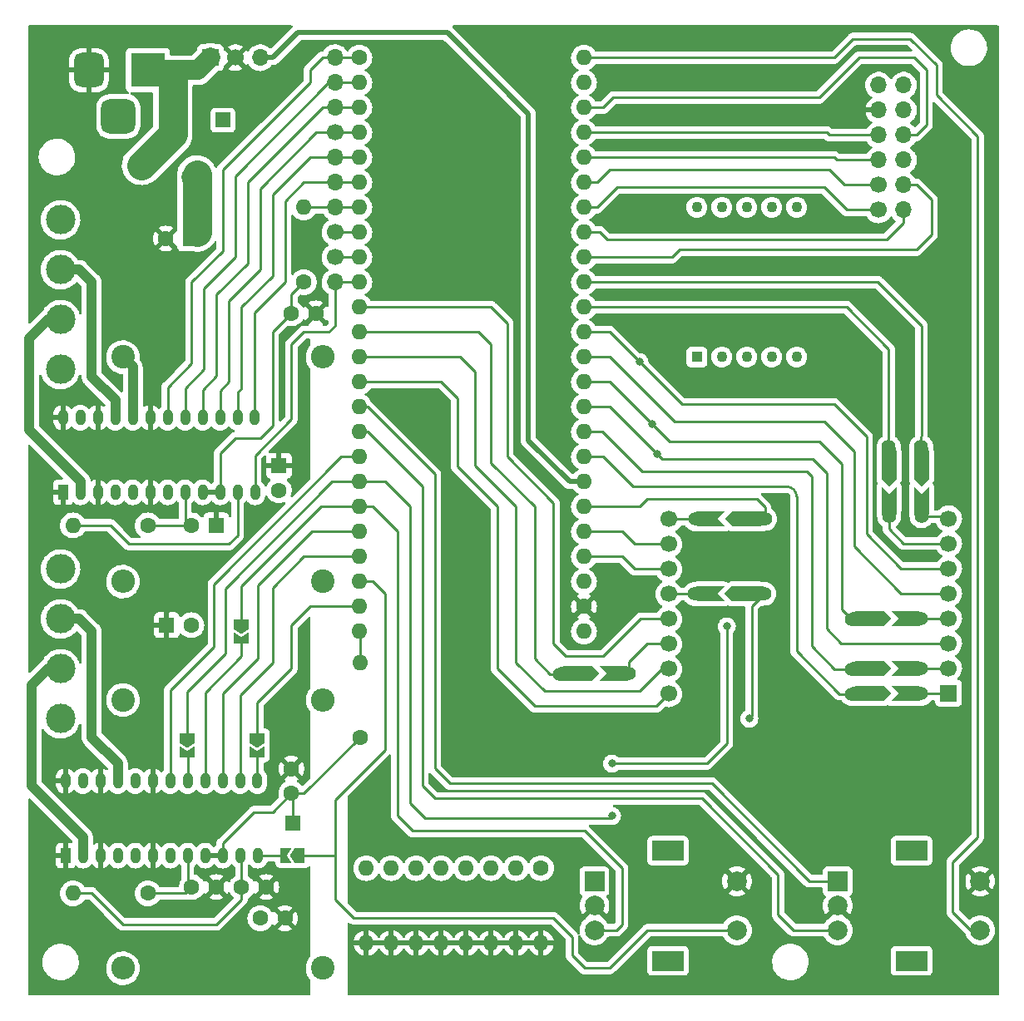
<source format=gtl>
G04 #@! TF.GenerationSoftware,KiCad,Pcbnew,(6.0.11)*
G04 #@! TF.CreationDate,2023-02-27T19:00:01+09:00*
G04 #@! TF.ProjectId,tangnano9k_motordriver,74616e67-6e61-46e6-9f39-6b5f6d6f746f,rev?*
G04 #@! TF.SameCoordinates,Original*
G04 #@! TF.FileFunction,Copper,L1,Top*
G04 #@! TF.FilePolarity,Positive*
%FSLAX46Y46*%
G04 Gerber Fmt 4.6, Leading zero omitted, Abs format (unit mm)*
G04 Created by KiCad (PCBNEW (6.0.11)) date 2023-02-27 19:00:01*
%MOMM*%
%LPD*%
G01*
G04 APERTURE LIST*
G04 Aperture macros list*
%AMRoundRect*
0 Rectangle with rounded corners*
0 $1 Rounding radius*
0 $2 $3 $4 $5 $6 $7 $8 $9 X,Y pos of 4 corners*
0 Add a 4 corners polygon primitive as box body*
4,1,4,$2,$3,$4,$5,$6,$7,$8,$9,$2,$3,0*
0 Add four circle primitives for the rounded corners*
1,1,$1+$1,$2,$3*
1,1,$1+$1,$4,$5*
1,1,$1+$1,$6,$7*
1,1,$1+$1,$8,$9*
0 Add four rect primitives between the rounded corners*
20,1,$1+$1,$2,$3,$4,$5,0*
20,1,$1+$1,$4,$5,$6,$7,0*
20,1,$1+$1,$6,$7,$8,$9,0*
20,1,$1+$1,$8,$9,$2,$3,0*%
%AMFreePoly0*
4,1,14,3.433000,0.000000,2.671000,-0.762000,0.131000,-0.762000,-0.631000,-0.723997,-0.123000,-0.281995,-0.123000,-0.150000,-0.150000,-0.150000,-0.150000,0.150000,-0.123000,0.150000,-0.123000,0.234002,-0.631000,0.676003,0.131000,0.762000,2.671000,0.762000,3.433000,0.000000,3.433000,0.000000,$1*%
%AMFreePoly1*
4,1,10,0.799000,0.700000,0.323000,0.254000,0.323000,-0.254000,0.799000,-0.700000,0.323000,-0.762000,-2.217000,-0.762000,-1.455000,0.000000,-2.217000,0.762000,0.069000,0.762000,0.799000,0.700000,0.799000,0.700000,$1*%
%AMFreePoly2*
4,1,6,1.000000,0.000000,0.500000,-0.750000,-0.500000,-0.750000,-0.500000,0.750000,0.500000,0.750000,1.000000,0.000000,1.000000,0.000000,$1*%
%AMFreePoly3*
4,1,6,0.500000,-0.750000,-0.650000,-0.750000,-0.150000,0.000000,-0.650000,0.750000,0.500000,0.750000,0.500000,-0.750000,0.500000,-0.750000,$1*%
G04 Aperture macros list end*
G04 #@! TA.AperFunction,ComponentPad*
%ADD10C,2.400000*%
G04 #@! TD*
G04 #@! TA.AperFunction,ComponentPad*
%ADD11O,2.400000X2.400000*%
G04 #@! TD*
G04 #@! TA.AperFunction,ComponentPad*
%ADD12C,1.400000*%
G04 #@! TD*
G04 #@! TA.AperFunction,SMDPad,CuDef*
%ADD13FreePoly0,0.000000*%
G04 #@! TD*
G04 #@! TA.AperFunction,SMDPad,CuDef*
%ADD14FreePoly1,0.000000*%
G04 #@! TD*
G04 #@! TA.AperFunction,ComponentPad*
%ADD15C,1.600000*%
G04 #@! TD*
G04 #@! TA.AperFunction,ComponentPad*
%ADD16O,1.600000X1.600000*%
G04 #@! TD*
G04 #@! TA.AperFunction,ComponentPad*
%ADD17R,1.600000X1.600000*%
G04 #@! TD*
G04 #@! TA.AperFunction,SMDPad,CuDef*
%ADD18FreePoly0,180.000000*%
G04 #@! TD*
G04 #@! TA.AperFunction,SMDPad,CuDef*
%ADD19FreePoly1,180.000000*%
G04 #@! TD*
G04 #@! TA.AperFunction,SMDPad,CuDef*
%ADD20FreePoly2,270.000000*%
G04 #@! TD*
G04 #@! TA.AperFunction,SMDPad,CuDef*
%ADD21FreePoly3,270.000000*%
G04 #@! TD*
G04 #@! TA.AperFunction,ComponentPad*
%ADD22R,2.000000X2.000000*%
G04 #@! TD*
G04 #@! TA.AperFunction,ComponentPad*
%ADD23C,2.000000*%
G04 #@! TD*
G04 #@! TA.AperFunction,ComponentPad*
%ADD24R,3.200000X2.000000*%
G04 #@! TD*
G04 #@! TA.AperFunction,SMDPad,CuDef*
%ADD25R,1.500000X1.500000*%
G04 #@! TD*
G04 #@! TA.AperFunction,ComponentPad*
%ADD26R,1.000000X1.600000*%
G04 #@! TD*
G04 #@! TA.AperFunction,ComponentPad*
%ADD27O,1.000000X1.600000*%
G04 #@! TD*
G04 #@! TA.AperFunction,ComponentPad*
%ADD28R,1.100000X1.100000*%
G04 #@! TD*
G04 #@! TA.AperFunction,ComponentPad*
%ADD29C,1.100000*%
G04 #@! TD*
G04 #@! TA.AperFunction,ComponentPad*
%ADD30R,1.700000X1.700000*%
G04 #@! TD*
G04 #@! TA.AperFunction,ComponentPad*
%ADD31C,1.700000*%
G04 #@! TD*
G04 #@! TA.AperFunction,ComponentPad*
%ADD32O,1.700000X1.700000*%
G04 #@! TD*
G04 #@! TA.AperFunction,ComponentPad*
%ADD33C,2.010000*%
G04 #@! TD*
G04 #@! TA.AperFunction,ComponentPad*
%ADD34R,3.500000X3.500000*%
G04 #@! TD*
G04 #@! TA.AperFunction,ComponentPad*
%ADD35RoundRect,0.750000X-0.750000X-1.000000X0.750000X-1.000000X0.750000X1.000000X-0.750000X1.000000X0*%
G04 #@! TD*
G04 #@! TA.AperFunction,ComponentPad*
%ADD36RoundRect,0.875000X-0.875000X-0.875000X0.875000X-0.875000X0.875000X0.875000X-0.875000X0.875000X0*%
G04 #@! TD*
G04 #@! TA.AperFunction,SMDPad,CuDef*
%ADD37FreePoly0,270.000000*%
G04 #@! TD*
G04 #@! TA.AperFunction,SMDPad,CuDef*
%ADD38FreePoly1,270.000000*%
G04 #@! TD*
G04 #@! TA.AperFunction,ComponentPad*
%ADD39C,3.000000*%
G04 #@! TD*
G04 #@! TA.AperFunction,ComponentPad*
%ADD40R,1.500000X1.500000*%
G04 #@! TD*
G04 #@! TA.AperFunction,SMDPad,CuDef*
%ADD41FreePoly2,180.000000*%
G04 #@! TD*
G04 #@! TA.AperFunction,SMDPad,CuDef*
%ADD42FreePoly3,180.000000*%
G04 #@! TD*
G04 #@! TA.AperFunction,ViaPad*
%ADD43C,0.800000*%
G04 #@! TD*
G04 #@! TA.AperFunction,Conductor*
%ADD44C,0.500000*%
G04 #@! TD*
G04 #@! TA.AperFunction,Conductor*
%ADD45C,0.250000*%
G04 #@! TD*
G04 #@! TA.AperFunction,Conductor*
%ADD46C,1.000000*%
G04 #@! TD*
G04 #@! TA.AperFunction,Conductor*
%ADD47C,3.000000*%
G04 #@! TD*
G04 #@! TA.AperFunction,Conductor*
%ADD48C,2.000000*%
G04 #@! TD*
G04 #@! TA.AperFunction,Conductor*
%ADD49C,1.500000*%
G04 #@! TD*
G04 APERTURE END LIST*
D10*
G04 #@! TO.P,R3,1*
G04 #@! TO.N,/VM*
X91440000Y-104140000D03*
D11*
G04 #@! TO.P,R3,2*
G04 #@! TO.N,Net-(R3-Pad2)*
X71120000Y-104140000D03*
G04 #@! TD*
D12*
G04 #@! TO.P,JP11,1,A*
G04 #@! TO.N,Net-(JP11-Pad1)*
X145288000Y-113053997D03*
D13*
X145919000Y-113030000D03*
D14*
G04 #@! TO.P,JP11,2,B*
G04 #@! TO.N,Net-(JP11-Pad2)*
X151569000Y-113030000D03*
D12*
X152368000Y-113030000D03*
G04 #@! TD*
D10*
G04 #@! TO.P,R8,1*
G04 #@! TO.N,Net-(R8-Pad1)*
X71120000Y-81280000D03*
D11*
G04 #@! TO.P,R8,2*
G04 #@! TO.N,/VM*
X91440000Y-81280000D03*
G04 #@! TD*
D15*
G04 #@! TO.P,R1,1*
G04 #@! TO.N,/VCC_1*
X73660000Y-98425000D03*
D16*
G04 #@! TO.P,R1,2*
G04 #@! TO.N,Net-(C6-Pad1)*
X66040000Y-98425000D03*
G04 #@! TD*
D15*
G04 #@! TO.P,C8,1*
G04 #@! TO.N,/VREF_1*
X88265000Y-76835000D03*
G04 #@! TO.P,C8,2*
G04 #@! TO.N,GND*
X90765000Y-76835000D03*
G04 #@! TD*
G04 #@! TO.P,R5,1*
G04 #@! TO.N,/VREF_1*
X89535000Y-73660000D03*
D16*
G04 #@! TO.P,R5,2*
G04 #@! TO.N,/VREF_PWM_1*
X89535000Y-66040000D03*
G04 #@! TD*
D15*
G04 #@! TO.P,C6,1*
G04 #@! TO.N,Net-(C6-Pad1)*
X86995000Y-94837500D03*
D17*
G04 #@! TO.P,C6,2*
G04 #@! TO.N,GND*
X86995000Y-92337500D03*
G04 #@! TD*
D12*
G04 #@! TO.P,JP12,1,A*
G04 #@! TO.N,Net-(DS1-Pad10)*
X145288000Y-107973997D03*
D13*
X145919000Y-107950000D03*
D14*
G04 #@! TO.P,JP12,2,B*
G04 #@! TO.N,Net-(JP12-Pad2)*
X151569000Y-107950000D03*
D12*
X152368000Y-107950000D03*
G04 #@! TD*
D18*
G04 #@! TO.P,JP16,1,A*
G04 #@! TO.N,Net-(JP16-Pad1)*
X135767000Y-105410000D03*
D12*
X136398000Y-105386003D03*
D19*
G04 #@! TO.P,JP16,2,B*
G04 #@! TO.N,Net-(JP16-Pad2)*
X130117000Y-105410000D03*
D12*
X129318000Y-105410000D03*
G04 #@! TD*
D15*
G04 #@! TO.P,C9,1*
G04 #@! TO.N,/VREF_2*
X88265000Y-125710000D03*
G04 #@! TO.P,C9,2*
G04 #@! TO.N,GND*
X88265000Y-123210000D03*
G04 #@! TD*
G04 #@! TO.P,C1,1*
G04 #@! TO.N,/VM*
X85110000Y-138430000D03*
G04 #@! TO.P,C1,2*
G04 #@! TO.N,GND*
X87610000Y-138430000D03*
G04 #@! TD*
D20*
G04 #@! TO.P,JP5,1,A*
G04 #@! TO.N,Net-(JP5-Pad1)*
X77638122Y-120087889D03*
D21*
G04 #@! TO.P,JP5,2,B*
G04 #@! TO.N,/INB2_2*
X77638122Y-121537889D03*
G04 #@! TD*
D17*
G04 #@! TO.P,C2,1*
G04 #@! TO.N,/VM*
X77987651Y-69215000D03*
D15*
G04 #@! TO.P,C2,2*
G04 #@! TO.N,GND*
X75487651Y-69215000D03*
G04 #@! TD*
D22*
G04 #@! TO.P,Rotary_SW1,A,A*
G04 #@! TO.N,/A_1*
X119115000Y-134660000D03*
D23*
G04 #@! TO.P,Rotary_SW1,B,B*
G04 #@! TO.N,/B_1*
X119115000Y-139660000D03*
G04 #@! TO.P,Rotary_SW1,C,C*
G04 #@! TO.N,GND*
X119115000Y-137160000D03*
D24*
G04 #@! TO.P,Rotary_SW1,MP*
G04 #@! TO.N,N/C*
X126615000Y-142760000D03*
X126615000Y-131560000D03*
D23*
G04 #@! TO.P,Rotary_SW1,S1,S1*
G04 #@! TO.N,Net-(JP8-Pad1)*
X133615000Y-139660000D03*
G04 #@! TO.P,Rotary_SW1,S2,S2*
G04 #@! TO.N,GND*
X133615000Y-134660000D03*
G04 #@! TD*
D15*
G04 #@! TO.P,R6,1*
G04 #@! TO.N,/VREF_2*
X95250000Y-120015000D03*
D16*
G04 #@! TO.P,R6,2*
G04 #@! TO.N,Net-(R6-Pad2)*
X95250000Y-112395000D03*
G04 #@! TD*
D20*
G04 #@! TO.P,JP7,1,A*
G04 #@! TO.N,/A_1*
X84791886Y-120087889D03*
D21*
G04 #@! TO.P,JP7,2,B*
G04 #@! TO.N,/INA2_2*
X84791886Y-121537889D03*
G04 #@! TD*
D25*
G04 #@! TO.P,TP2,1,1*
G04 #@! TO.N,/VREF_2*
X88392000Y-128778000D03*
G04 #@! TD*
D26*
G04 #@! TO.P,U2,1,GND*
G04 #@! TO.N,GND*
X65024000Y-95046851D03*
D27*
G04 #@! TO.P,U2,2,OUTB-*
G04 #@! TO.N,Net-(J2-Pad3)*
X66802000Y-95046851D03*
G04 #@! TO.P,U2,3,GND*
G04 #@! TO.N,GND*
X68580000Y-95046851D03*
G04 #@! TO.P,U2,4,OUTB+*
G04 #@! TO.N,Net-(J2-Pad4)*
X70358000Y-95046851D03*
G04 #@! TO.P,U2,5,RSB*
G04 #@! TO.N,Net-(R3-Pad2)*
X72136000Y-95046851D03*
G04 #@! TO.P,U2,6,GND*
G04 #@! TO.N,GND*
X73914000Y-95046851D03*
G04 #@! TO.P,U2,7,VM*
G04 #@! TO.N,/VM*
X75692000Y-95046851D03*
G04 #@! TO.P,U2,8,VCC*
G04 #@! TO.N,/VCC_1*
X77470000Y-95046851D03*
G04 #@! TO.P,U2,9,VREFB*
G04 #@! TO.N,/VREF_1*
X79248000Y-95046851D03*
G04 #@! TO.P,U2,10,VREFA*
X81026000Y-95046851D03*
G04 #@! TO.P,U2,11,OSCM*
G04 #@! TO.N,Net-(C6-Pad1)*
X82804000Y-95046851D03*
G04 #@! TO.P,U2,12,INA1*
G04 #@! TO.N,/INA1*
X84582000Y-95046851D03*
G04 #@! TO.P,U2,13,INA2*
G04 #@! TO.N,/INA2*
X84532000Y-87446851D03*
G04 #@! TO.P,U2,14,PHASEA*
G04 #@! TO.N,/PHASEA_1*
X82792000Y-87446851D03*
G04 #@! TO.P,U2,15,PHASEB*
G04 #@! TO.N,/PHASEB_1*
X81014000Y-87446851D03*
G04 #@! TO.P,U2,16,INB1*
G04 #@! TO.N,/INB1*
X79236000Y-87446851D03*
G04 #@! TO.P,U2,17,INB2*
G04 #@! TO.N,/INB2*
X77458000Y-87446851D03*
G04 #@! TO.P,U2,18,STANDBY*
G04 #@! TO.N,/STANBY_1*
X75680000Y-87446851D03*
G04 #@! TO.P,U2,19,GND*
G04 #@! TO.N,GND*
X73902000Y-87446851D03*
G04 #@! TO.P,U2,20,RSA*
G04 #@! TO.N,Net-(R8-Pad1)*
X72124000Y-87446851D03*
G04 #@! TO.P,U2,21,OUTA+*
G04 #@! TO.N,Net-(J2-Pad2)*
X70346000Y-87446851D03*
G04 #@! TO.P,U2,22,GND*
G04 #@! TO.N,GND*
X68568000Y-87446851D03*
G04 #@! TO.P,U2,23,OUTA-*
G04 #@! TO.N,Net-(J2-Pad1)*
X66790000Y-87446851D03*
G04 #@! TO.P,U2,24,GND*
G04 #@! TO.N,GND*
X65012000Y-87446851D03*
G04 #@! TD*
D28*
G04 #@! TO.P,DS1,1,C_E*
G04 #@! TO.N,Net-(DS1-Pad1)*
X129540000Y-81280000D03*
D29*
G04 #@! TO.P,DS1,2,C_D*
G04 #@! TO.N,Net-(DS1-Pad2)*
X132080000Y-81280000D03*
G04 #@! TO.P,DS1,3,C_ANODE_1*
G04 #@! TO.N,/R9*
X134620000Y-81280000D03*
G04 #@! TO.P,DS1,4,C_C*
G04 #@! TO.N,Net-(DS1-Pad4)*
X137160000Y-81280000D03*
G04 #@! TO.P,DS1,5,C_DP*
G04 #@! TO.N,Net-(DS1-Pad5)*
X139700000Y-81280000D03*
G04 #@! TO.P,DS1,6,C_B*
G04 #@! TO.N,Net-(DS1-Pad6)*
X139700000Y-66040000D03*
G04 #@! TO.P,DS1,7,C_A*
G04 #@! TO.N,Net-(DS1-Pad7)*
X137160000Y-66040000D03*
G04 #@! TO.P,DS1,8,C_ANODE_2*
G04 #@! TO.N,/R9*
X134620000Y-66040000D03*
G04 #@! TO.P,DS1,9,C_F*
G04 #@! TO.N,Net-(DS1-Pad9)*
X132080000Y-66040000D03*
G04 #@! TO.P,DS1,10,C_G*
G04 #@! TO.N,Net-(DS1-Pad10)*
X129540000Y-66040000D03*
G04 #@! TD*
D15*
G04 #@! TO.P,C7,1*
G04 #@! TO.N,Net-(C7-Pad1)*
X83205000Y-135255000D03*
G04 #@! TO.P,C7,2*
G04 #@! TO.N,GND*
X85705000Y-135255000D03*
G04 #@! TD*
D30*
G04 #@! TO.P,U1,1,VIN*
G04 #@! TO.N,Net-(F1-Pad1)*
X80025000Y-50800000D03*
D31*
G04 #@! TO.P,U1,2,GND*
G04 #@! TO.N,GND*
X82565000Y-50800000D03*
D32*
G04 #@! TO.P,U1,3,VOUT*
G04 #@! TO.N,+5V*
X85105000Y-50800000D03*
G04 #@! TD*
D10*
G04 #@! TO.P,R4,1*
G04 #@! TO.N,/VM*
X91440000Y-143510000D03*
D11*
G04 #@! TO.P,R4,2*
G04 #@! TO.N,Net-(R4-Pad2)*
X71120000Y-143510000D03*
G04 #@! TD*
D26*
G04 #@! TO.P,U3,1,GND*
G04 #@! TO.N,GND*
X65287702Y-132045000D03*
D27*
G04 #@! TO.P,U3,2,OUTB-*
G04 #@! TO.N,Net-(J3-Pad3)*
X67065702Y-132045000D03*
G04 #@! TO.P,U3,3,GND*
G04 #@! TO.N,GND*
X68843702Y-132045000D03*
G04 #@! TO.P,U3,4,OUTB+*
G04 #@! TO.N,Net-(J3-Pad4)*
X70621702Y-132045000D03*
G04 #@! TO.P,U3,5,RSB*
G04 #@! TO.N,Net-(R4-Pad2)*
X72399702Y-132045000D03*
G04 #@! TO.P,U3,6,GND*
G04 #@! TO.N,GND*
X74177702Y-132045000D03*
G04 #@! TO.P,U3,7,VM*
G04 #@! TO.N,/VM*
X75955702Y-132045000D03*
G04 #@! TO.P,U3,8,VCC*
G04 #@! TO.N,/VCC_2*
X77733702Y-132045000D03*
G04 #@! TO.P,U3,9,VREFB*
G04 #@! TO.N,/VREF_2*
X79511702Y-132045000D03*
G04 #@! TO.P,U3,10,VREFA*
X81289702Y-132045000D03*
G04 #@! TO.P,U3,11,OSCM*
G04 #@! TO.N,Net-(C7-Pad1)*
X83067702Y-132045000D03*
G04 #@! TO.P,U3,12,INA1*
G04 #@! TO.N,/INA1_2*
X84845702Y-132045000D03*
G04 #@! TO.P,U3,13,INA2*
G04 #@! TO.N,/INA2_2*
X84795702Y-124445000D03*
G04 #@! TO.P,U3,14,PHASEA*
G04 #@! TO.N,/PHASEA_2*
X83055702Y-124445000D03*
G04 #@! TO.P,U3,15,PHASEB*
G04 #@! TO.N,/PHASEB_2*
X81277702Y-124445000D03*
G04 #@! TO.P,U3,16,INB1*
G04 #@! TO.N,/INB1_2*
X79499702Y-124445000D03*
G04 #@! TO.P,U3,17,INB2*
G04 #@! TO.N,/INB2_2*
X77721702Y-124445000D03*
G04 #@! TO.P,U3,18,STANDBY*
G04 #@! TO.N,/STANBY_2*
X75943702Y-124445000D03*
G04 #@! TO.P,U3,19,GND*
G04 #@! TO.N,GND*
X74165702Y-124445000D03*
G04 #@! TO.P,U3,20,RSA*
G04 #@! TO.N,Net-(R7-Pad1)*
X72387702Y-124445000D03*
G04 #@! TO.P,U3,21,OUTA+*
G04 #@! TO.N,Net-(J3-Pad2)*
X70609702Y-124445000D03*
G04 #@! TO.P,U3,22,GND*
G04 #@! TO.N,GND*
X68831702Y-124445000D03*
G04 #@! TO.P,U3,23,OUTA-*
G04 #@! TO.N,Net-(J3-Pad1)*
X67053702Y-124445000D03*
G04 #@! TO.P,U3,24,GND*
G04 #@! TO.N,GND*
X65275702Y-124445000D03*
G04 #@! TD*
D15*
G04 #@! TO.P,C5,1*
G04 #@! TO.N,/VCC_2*
X78125000Y-135255000D03*
G04 #@! TO.P,C5,2*
G04 #@! TO.N,GND*
X80625000Y-135255000D03*
G04 #@! TD*
D30*
G04 #@! TO.P,U5,1,R5*
G04 #@! TO.N,Net-(JP10-Pad2)*
X155150000Y-115510000D03*
D31*
G04 #@! TO.P,U5,2,R7*
G04 #@! TO.N,Net-(JP11-Pad2)*
X155170000Y-112970000D03*
G04 #@! TO.P,U5,3,C2*
G04 #@! TO.N,Net-(DS1-Pad9)*
X155170000Y-110430000D03*
G04 #@! TO.P,U5,4,C3*
G04 #@! TO.N,Net-(JP12-Pad2)*
X155170000Y-107890000D03*
G04 #@! TO.P,U5,5,R8*
G04 #@! TO.N,Net-(U4-Pad36)*
X155170000Y-105350000D03*
G04 #@! TO.P,U5,6,C5*
G04 #@! TO.N,Net-(DS1-Pad7)*
X155170000Y-102810000D03*
G04 #@! TO.P,U5,7,R6*
G04 #@! TO.N,Net-(JP13-Pad2)*
X155170000Y-100270000D03*
G04 #@! TO.P,U5,8,R3*
G04 #@! TO.N,Net-(JP14-Pad2)*
X155170000Y-97730000D03*
G04 #@! TO.P,U5,9,R1*
G04 #@! TO.N,/R1*
X126690000Y-97790000D03*
G04 #@! TO.P,U5,10,C4*
G04 #@! TO.N,Net-(DS1-Pad1)*
X126690000Y-100330000D03*
G04 #@! TO.P,U5,11,C6*
G04 #@! TO.N,Net-(DS1-Pad2)*
X126690000Y-102870000D03*
G04 #@! TO.P,U5,12,R4*
G04 #@! TO.N,Net-(JP16-Pad2)*
X126690000Y-105410000D03*
G04 #@! TO.P,U5,13,C1*
G04 #@! TO.N,Net-(DS1-Pad4)*
X126690000Y-107950000D03*
G04 #@! TO.P,U5,14,R2*
G04 #@! TO.N,Net-(JP17-Pad2)*
X126690000Y-110490000D03*
G04 #@! TO.P,U5,15,C7*
G04 #@! TO.N,Net-(DS1-Pad5)*
X126690000Y-113030000D03*
G04 #@! TO.P,U5,16,C8*
G04 #@! TO.N,Net-(DS1-Pad6)*
X126690000Y-115570000D03*
G04 #@! TD*
D33*
G04 #@! TO.P,F1,1*
G04 #@! TO.N,Net-(F1-Pad1)*
X73025000Y-61755426D03*
G04 #@! TO.P,F1,2*
G04 #@! TO.N,/VM*
X78125000Y-62955426D03*
G04 #@! TD*
D34*
G04 #@! TO.P,J1,1*
G04 #@! TO.N,Net-(F1-Pad1)*
X73660000Y-52070000D03*
D35*
G04 #@! TO.P,J1,2*
G04 #@! TO.N,GND*
X67660000Y-52070000D03*
D36*
G04 #@! TO.P,J1,3*
G04 #@! TO.N,N/C*
X70660000Y-56770000D03*
G04 #@! TD*
D15*
G04 #@! TO.P,U4,1,PIN38_IOB31B_TF_CS*
G04 #@! TO.N,/STANBY_1*
X95187500Y-50800000D03*
D16*
G04 #@! TO.P,U4,2,PIN37_IOB31A_TF_MOSI*
G04 #@! TO.N,/INB2*
X95187500Y-53340000D03*
G04 #@! TO.P,U4,3,PIN36_IOB29B_TF_SCLK*
G04 #@! TO.N,/INB1*
X95187500Y-55880000D03*
G04 #@! TO.P,U4,4,PIN39_IOB33A_TF_MISO*
G04 #@! TO.N,/PHASEB_1*
X95187500Y-58420000D03*
G04 #@! TO.P,U4,5,PIN25_IOB8A*
G04 #@! TO.N,/PHASEA_1*
X95187500Y-60960000D03*
G04 #@! TO.P,U4,6,PIN26_IOB8B*
G04 #@! TO.N,/INA2*
X95187500Y-63500000D03*
G04 #@! TO.P,U4,7,PIN27_IOB11A*
G04 #@! TO.N,/VREF_PWM_1*
X95187500Y-66040000D03*
G04 #@! TO.P,U4,8,PIN28_IOB11B*
G04 #@! TO.N,/Reserve_a*
X95187500Y-68580000D03*
G04 #@! TO.P,U4,9,PIN29_IOB13A*
G04 #@! TO.N,/Reserve_b*
X95187500Y-71120000D03*
G04 #@! TO.P,U4,10,PIN30_IOB13B*
G04 #@! TO.N,/INA1*
X95187500Y-73660000D03*
G04 #@! TO.P,U4,11,PIN33_IOB23A_RGB_DE*
G04 #@! TO.N,Net-(DS1-Pad4)*
X95187500Y-76200000D03*
G04 #@! TO.P,U4,12,PIN34_IOB23B_RGB_VS*
G04 #@! TO.N,Net-(JP17-Pad1)*
X95187500Y-78740000D03*
G04 #@! TO.P,U4,13,PIN40_IOB33B_RGB_HS*
G04 #@! TO.N,Net-(DS1-Pad5)*
X95187500Y-81280000D03*
G04 #@! TO.P,U4,14,PIN35_IOB29A_RGB_CK*
G04 #@! TO.N,Net-(DS1-Pad6)*
X95187500Y-83820000D03*
G04 #@! TO.P,U4,15,PIN41_IOB41A_RGB_B7*
G04 #@! TO.N,Net-(Rotary_SW2-PadA)*
X95187500Y-86360000D03*
G04 #@! TO.P,U4,16,PIN42_IOB41B_RGB_B6*
G04 #@! TO.N,Net-(Rotary_SW2-PadB)*
X95187500Y-88900000D03*
G04 #@! TO.P,U4,17,PIN51_IOR17B_RGB_B5*
G04 #@! TO.N,/STANBY_2*
X95187500Y-91440000D03*
G04 #@! TO.P,U4,18,PIN53_IOR15B_RGB_B4*
G04 #@! TO.N,Net-(JP5-Pad1)*
X95187500Y-93980000D03*
G04 #@! TO.P,U4,19,PIN54_IOR15A_RGB_B3*
G04 #@! TO.N,/B_1*
X95187500Y-96520000D03*
G04 #@! TO.P,U4,20,PIN55_IOR14B_RGB_G7*
G04 #@! TO.N,/PHASEB_2*
X95187500Y-99060000D03*
G04 #@! TO.P,U4,21,PIN56_IOR14A_RGB_G6*
G04 #@! TO.N,/PHASEA_2*
X95187500Y-101600000D03*
G04 #@! TO.P,U4,22,PIN57_IOR13A_RGB_G5*
G04 #@! TO.N,Net-(JP8-Pad1)*
X95187500Y-104140000D03*
G04 #@! TO.P,U4,23,HDMI_CK_N*
G04 #@! TO.N,/A_1*
X95187500Y-106680000D03*
G04 #@! TO.P,U4,24,HDMI_CK_P*
G04 #@! TO.N,Net-(R6-Pad2)*
X95187500Y-109220000D03*
G04 #@! TO.P,U4,25,+3V3*
G04 #@! TO.N,+3.3V*
X118047500Y-109220000D03*
D15*
G04 #@! TO.P,U4,26,GND*
G04 #@! TO.N,GND*
X118047500Y-106680000D03*
D16*
G04 #@! TO.P,U4,27,PIN32_IOB15B_RGBINIT*
G04 #@! TO.N,Net-(JP16-Pad1)*
X118047500Y-104140000D03*
G04 #@! TO.P,U4,28,PIN31_IOB15A_RGBINIT*
G04 #@! TO.N,Net-(DS1-Pad2)*
X118047500Y-101600000D03*
G04 #@! TO.P,U4,29,PIN49_IOR24A_SPILCD_RS*
G04 #@! TO.N,Net-(DS1-Pad1)*
X118047500Y-99060000D03*
G04 #@! TO.P,U4,30,PIN48_IOR24B_SPILCD_CS*
G04 #@! TO.N,Net-(JP15-Pad1)*
X118047500Y-96520000D03*
G04 #@! TO.P,U4,31,+5V*
G04 #@! TO.N,+5V*
X118047500Y-93980000D03*
G04 #@! TO.P,U4,32,HDMI_D0_N*
G04 #@! TO.N,Net-(JP10-Pad1)*
X118047500Y-91440000D03*
G04 #@! TO.P,U4,33,HDMI_D0_P*
G04 #@! TO.N,Net-(JP11-Pad1)*
X118047500Y-88900000D03*
G04 #@! TO.P,U4,34,HDMI_D1_N*
G04 #@! TO.N,Net-(DS1-Pad9)*
X118047500Y-86360000D03*
G04 #@! TO.P,U4,35,HDMI_D1_P*
G04 #@! TO.N,Net-(DS1-Pad10)*
X118047500Y-83820000D03*
G04 #@! TO.P,U4,36,HDMI_D2_N*
G04 #@! TO.N,Net-(U4-Pad36)*
X118047500Y-81280000D03*
G04 #@! TO.P,U4,37,HDMI_D2_P*
G04 #@! TO.N,Net-(DS1-Pad7)*
X118047500Y-78740000D03*
G04 #@! TO.P,U4,38,PIN76_IOT37B_SPILCD_MCLK*
G04 #@! TO.N,Net-(JP13-Pad1)*
X118047500Y-76200000D03*
G04 #@! TO.P,U4,39,PIN77_IOT37A_SPILCD_MO*
G04 #@! TO.N,Net-(JP14-Pad1)*
X118047500Y-73660000D03*
G04 #@! TO.P,U4,40,PIN79_IOT12B_1V8*
G04 #@! TO.N,Net-(SW1-Pad1)*
X118047500Y-71120000D03*
G04 #@! TO.P,U4,41,PIN80_IOT12A_1V8*
G04 #@! TO.N,Net-(SW1-Pad2)*
X118047500Y-68580000D03*
G04 #@! TO.P,U4,42,PIN81_IOT11B_1V8*
G04 #@! TO.N,Net-(SW1-Pad3)*
X118047500Y-66040000D03*
G04 #@! TO.P,U4,43,PIN82_IOT11A_1V8*
G04 #@! TO.N,Net-(SW1-Pad4)*
X118047500Y-63500000D03*
G04 #@! TO.P,U4,44,PIN83_IOT10B_1V8*
G04 #@! TO.N,Net-(SW1-Pad5)*
X118047500Y-60960000D03*
G04 #@! TO.P,U4,45,PIN84_IOT10A_1V8*
G04 #@! TO.N,Net-(SW1-Pad6)*
X118047500Y-58420000D03*
G04 #@! TO.P,U4,46,PIN85_IOT8B_1V8*
G04 #@! TO.N,Net-(SW1-Pad7)*
X118047500Y-55880000D03*
G04 #@! TO.P,U4,47,PIN86_IOT8A_BL_PWM_1V8*
G04 #@! TO.N,Net-(SW1-Pad8)*
X118047500Y-53340000D03*
G04 #@! TO.P,U4,48,PIN63_IOR5A_RGBINIT*
G04 #@! TO.N,Net-(Rotary_SW2-PadS1)*
X118047500Y-50800000D03*
G04 #@! TD*
D18*
G04 #@! TO.P,JP15,1,A*
G04 #@! TO.N,Net-(JP15-Pad1)*
X135836000Y-97790000D03*
D12*
X136467000Y-97766003D03*
D19*
G04 #@! TO.P,JP15,2,B*
G04 #@! TO.N,/R1*
X130186000Y-97790000D03*
D12*
X129387000Y-97790000D03*
G04 #@! TD*
D15*
G04 #@! TO.P,C3,1*
G04 #@! TO.N,/VM*
X78085000Y-108585000D03*
D17*
G04 #@! TO.P,C3,2*
G04 #@! TO.N,GND*
X75585000Y-108585000D03*
G04 #@! TD*
D31*
G04 #@! TO.P,Pin2,1*
G04 #@! TO.N,/Reserve_a*
X92710000Y-68570000D03*
D32*
G04 #@! TO.P,Pin2,2*
G04 #@! TO.N,/VREF_PWM_1*
X92710000Y-66030000D03*
G04 #@! TO.P,Pin2,3*
G04 #@! TO.N,/INA2*
X92710000Y-63490000D03*
G04 #@! TO.P,Pin2,4*
G04 #@! TO.N,/PHASEA_1*
X92710000Y-60950000D03*
G04 #@! TD*
D15*
G04 #@! TO.P,R2,1*
G04 #@! TO.N,/VCC_2*
X73660000Y-135890000D03*
D16*
G04 #@! TO.P,R2,2*
G04 #@! TO.N,Net-(C7-Pad1)*
X66040000Y-135890000D03*
G04 #@! TD*
D12*
G04 #@! TO.P,JP14,1,A*
G04 #@! TO.N,Net-(JP14-Pad1)*
X152376003Y-90424000D03*
D37*
X152400000Y-91055000D03*
D12*
G04 #@! TO.P,JP14,2,B*
G04 #@! TO.N,Net-(JP14-Pad2)*
X152400000Y-97504000D03*
D38*
X152400000Y-96705000D03*
G04 #@! TD*
D31*
G04 #@! TO.P,Pin3,1*
G04 #@! TO.N,/Reserve_b*
X92710000Y-71120000D03*
D32*
G04 #@! TO.P,Pin3,2*
G04 #@! TO.N,/INA1*
X92710000Y-73660000D03*
G04 #@! TD*
D39*
G04 #@! TO.P,J3,1,Pin_1*
G04 #@! TO.N,Net-(J3-Pad1)*
X64770000Y-102870000D03*
G04 #@! TO.P,J3,2,Pin_2*
G04 #@! TO.N,Net-(J3-Pad2)*
X64770000Y-107950000D03*
G04 #@! TO.P,J3,3,Pin_3*
G04 #@! TO.N,Net-(J3-Pad3)*
X64770000Y-113030000D03*
G04 #@! TO.P,J3,4,Pin_4*
G04 #@! TO.N,Net-(J3-Pad4)*
X64770000Y-118110000D03*
G04 #@! TD*
D31*
G04 #@! TO.P,Pin1,1*
G04 #@! TO.N,/PHASEB_1*
X92710000Y-58410000D03*
D32*
G04 #@! TO.P,Pin1,2*
G04 #@! TO.N,/INB1*
X92710000Y-55870000D03*
G04 #@! TO.P,Pin1,3*
G04 #@! TO.N,/INB2*
X92710000Y-53330000D03*
G04 #@! TO.P,Pin1,4*
G04 #@! TO.N,/STANBY_1*
X92710000Y-50790000D03*
G04 #@! TD*
D20*
G04 #@! TO.P,JP6,1,A*
G04 #@! TO.N,/B_1*
X83185000Y-108495000D03*
D21*
G04 #@! TO.P,JP6,2,B*
G04 #@! TO.N,/INB1_2*
X83185000Y-109945000D03*
G04 #@! TD*
D31*
G04 #@! TO.P,J4,1,1*
G04 #@! TO.N,Net-(SW1-Pad3)*
X148045000Y-66294000D03*
D32*
G04 #@! TO.P,J4,2,7*
G04 #@! TO.N,Net-(SW1-Pad2)*
X150585000Y-66294000D03*
D31*
G04 #@! TO.P,J4,3,2*
G04 #@! TO.N,Net-(SW1-Pad4)*
X148045000Y-63754000D03*
D32*
G04 #@! TO.P,J4,4,8*
G04 #@! TO.N,Net-(SW1-Pad1)*
X150585000Y-63754000D03*
G04 #@! TO.P,J4,5,3*
G04 #@! TO.N,Net-(SW1-Pad5)*
X148045000Y-61214000D03*
G04 #@! TO.P,J4,6,9*
G04 #@! TO.N,Net-(SW1-Pad8)*
X150585000Y-61214000D03*
G04 #@! TO.P,J4,7,4*
G04 #@! TO.N,Net-(SW1-Pad6)*
X148045000Y-58674000D03*
G04 #@! TO.P,J4,8,10*
G04 #@! TO.N,Net-(SW1-Pad7)*
X150585000Y-58674000D03*
G04 #@! TO.P,J4,9,5*
G04 #@! TO.N,GND*
X148045000Y-56134000D03*
G04 #@! TO.P,J4,10,11*
G04 #@! TO.N,unconnected-(J4-Pad10)*
X150585000Y-56134000D03*
G04 #@! TO.P,J4,11,6*
G04 #@! TO.N,+3.3V*
X148045000Y-53594000D03*
G04 #@! TO.P,J4,12,12*
X150585000Y-53594000D03*
G04 #@! TD*
D39*
G04 #@! TO.P,J2,1,Pin_1*
G04 #@! TO.N,Net-(J2-Pad1)*
X64770000Y-67310000D03*
G04 #@! TO.P,J2,2,Pin_2*
G04 #@! TO.N,Net-(J2-Pad2)*
X64770000Y-72390000D03*
G04 #@! TO.P,J2,3,Pin_3*
G04 #@! TO.N,Net-(J2-Pad3)*
X64770000Y-77470000D03*
G04 #@! TO.P,J2,4,Pin_4*
G04 #@! TO.N,Net-(J2-Pad4)*
X64770000Y-82550000D03*
G04 #@! TD*
D40*
G04 #@! TO.P,TP1,1,1*
G04 #@! TO.N,/VREF_1*
X81280000Y-57150000D03*
G04 #@! TD*
D15*
G04 #@! TO.P,C4,1*
G04 #@! TO.N,/VCC_1*
X78125000Y-98425000D03*
D17*
G04 #@! TO.P,C4,2*
G04 #@! TO.N,GND*
X80625000Y-98425000D03*
G04 #@! TD*
D12*
G04 #@! TO.P,JP17,1,A*
G04 #@! TO.N,Net-(JP17-Pad1)*
X115570000Y-113561997D03*
D13*
X116201000Y-113538000D03*
D12*
G04 #@! TO.P,JP17,2,B*
G04 #@! TO.N,Net-(JP17-Pad2)*
X122650000Y-113538000D03*
D14*
X121851000Y-113538000D03*
G04 #@! TD*
D37*
G04 #@! TO.P,JP13,1,A*
G04 #@! TO.N,Net-(JP13-Pad1)*
X149098000Y-91055000D03*
D12*
X149074003Y-90424000D03*
D38*
G04 #@! TO.P,JP13,2,B*
G04 #@! TO.N,Net-(JP13-Pad2)*
X149098000Y-96705000D03*
D12*
X149098000Y-97504000D03*
G04 #@! TD*
D22*
G04 #@! TO.P,Rotary_SW2,A,A*
G04 #@! TO.N,Net-(Rotary_SW2-PadA)*
X143880000Y-134660000D03*
D23*
G04 #@! TO.P,Rotary_SW2,B,B*
G04 #@! TO.N,Net-(Rotary_SW2-PadB)*
X143880000Y-139660000D03*
G04 #@! TO.P,Rotary_SW2,C,C*
G04 #@! TO.N,GND*
X143880000Y-137160000D03*
D24*
G04 #@! TO.P,Rotary_SW2,MP*
G04 #@! TO.N,N/C*
X151380000Y-131560000D03*
X151380000Y-142760000D03*
D23*
G04 #@! TO.P,Rotary_SW2,S1,S1*
G04 #@! TO.N,Net-(Rotary_SW2-PadS1)*
X158380000Y-139660000D03*
G04 #@! TO.P,Rotary_SW2,S2,S2*
G04 #@! TO.N,GND*
X158380000Y-134660000D03*
G04 #@! TD*
D12*
G04 #@! TO.P,JP10,1,A*
G04 #@! TO.N,Net-(JP10-Pad1)*
X145288000Y-115593997D03*
D13*
X145919000Y-115570000D03*
D14*
G04 #@! TO.P,JP10,2,B*
G04 #@! TO.N,Net-(JP10-Pad2)*
X151569000Y-115570000D03*
D12*
X152368000Y-115570000D03*
G04 #@! TD*
D15*
G04 #@! TO.P,SW1,1*
G04 #@! TO.N,Net-(SW1-Pad1)*
X113675000Y-133329796D03*
D16*
G04 #@! TO.P,SW1,2*
G04 #@! TO.N,Net-(SW1-Pad2)*
X111135000Y-133329796D03*
G04 #@! TO.P,SW1,3*
G04 #@! TO.N,Net-(SW1-Pad3)*
X108595000Y-133329796D03*
G04 #@! TO.P,SW1,4*
G04 #@! TO.N,Net-(SW1-Pad4)*
X106055000Y-133329796D03*
G04 #@! TO.P,SW1,5*
G04 #@! TO.N,Net-(SW1-Pad5)*
X103515000Y-133329796D03*
G04 #@! TO.P,SW1,6*
G04 #@! TO.N,Net-(SW1-Pad6)*
X100975000Y-133329796D03*
G04 #@! TO.P,SW1,7*
G04 #@! TO.N,Net-(SW1-Pad7)*
X98435000Y-133329796D03*
G04 #@! TO.P,SW1,8*
G04 #@! TO.N,Net-(SW1-Pad8)*
X95895000Y-133329796D03*
G04 #@! TO.P,SW1,9*
G04 #@! TO.N,GND*
X95895000Y-140949796D03*
G04 #@! TO.P,SW1,10*
X98435000Y-140949796D03*
G04 #@! TO.P,SW1,11*
X100975000Y-140949796D03*
G04 #@! TO.P,SW1,12*
X103515000Y-140949796D03*
G04 #@! TO.P,SW1,13*
X106055000Y-140949796D03*
G04 #@! TO.P,SW1,14*
X108595000Y-140949796D03*
G04 #@! TO.P,SW1,15*
X111135000Y-140949796D03*
G04 #@! TO.P,SW1,16*
X113675000Y-140949796D03*
G04 #@! TD*
D41*
G04 #@! TO.P,JP8,1,A*
G04 #@! TO.N,Net-(JP8-Pad1)*
X89117000Y-132080000D03*
D42*
G04 #@! TO.P,JP8,2,B*
G04 #@! TO.N,/INA1_2*
X87667000Y-132080000D03*
G04 #@! TD*
D10*
G04 #@! TO.P,R7,1*
G04 #@! TO.N,Net-(R7-Pad1)*
X71120000Y-116205000D03*
D11*
G04 #@! TO.P,R7,2*
G04 #@! TO.N,/VM*
X91440000Y-116205000D03*
G04 #@! TD*
D43*
G04 #@! TO.N,GND*
X138176000Y-95758000D03*
X115570000Y-48895000D03*
X149352000Y-127000000D03*
X95250000Y-127254000D03*
X79375000Y-102235000D03*
X138430000Y-72009000D03*
X115316000Y-82550000D03*
X106680000Y-57150000D03*
X107315000Y-62865000D03*
X98044000Y-85598000D03*
X149352000Y-120650000D03*
X129032000Y-120650000D03*
X138430000Y-74930000D03*
X147320000Y-72009000D03*
X122174000Y-59690000D03*
X75565000Y-81280000D03*
X123952000Y-104648000D03*
X158750000Y-54610000D03*
X139192000Y-120650000D03*
X132080000Y-48895000D03*
X109855000Y-120650000D03*
X139192000Y-127000000D03*
X132080000Y-52578000D03*
X106680000Y-54610000D03*
X112395000Y-120650000D03*
X103124000Y-50546000D03*
X130810000Y-72009000D03*
X156210000Y-72009000D03*
X114300000Y-69850000D03*
X88265000Y-116205000D03*
X106680000Y-59690000D03*
X150622000Y-88392000D03*
X138430000Y-78105000D03*
X137160000Y-108712000D03*
X100838000Y-53086000D03*
X156210000Y-61214000D03*
X130810000Y-78232000D03*
X155702000Y-88392000D03*
X111125000Y-50165000D03*
X110490000Y-67945000D03*
X139192000Y-115316000D03*
X109220000Y-65405000D03*
X122174000Y-56642000D03*
X121666000Y-66548000D03*
X133858000Y-101854000D03*
X132080000Y-56388000D03*
X132080000Y-59944000D03*
X117856000Y-120650000D03*
G04 #@! TO.N,Net-(DS1-Pad7)*
X123698000Y-81788000D03*
G04 #@! TO.N,Net-(DS1-Pad9)*
X125476000Y-91186000D03*
G04 #@! TO.N,Net-(DS1-Pad10)*
X124968000Y-88138000D03*
G04 #@! TO.N,Net-(JP5-Pad1)*
X132588000Y-108712000D03*
X120904000Y-122682000D03*
X120904000Y-128016000D03*
G04 #@! TO.N,Net-(JP16-Pad1)*
X134874000Y-118110000D03*
G04 #@! TD*
D44*
G04 #@! TO.N,GND*
X73914000Y-87458851D02*
X73902000Y-87446851D01*
D45*
G04 #@! TO.N,Net-(C7-Pad1)*
X66040000Y-135890000D02*
X67945000Y-135890000D01*
X83205000Y-136505000D02*
X83205000Y-135255000D01*
X83205000Y-132182298D02*
X83067702Y-132045000D01*
X80645000Y-139065000D02*
X83205000Y-136505000D01*
X83205000Y-135255000D02*
X83205000Y-132182298D01*
X71120000Y-139065000D02*
X80645000Y-139065000D01*
X67945000Y-135890000D02*
X71120000Y-139065000D01*
G04 #@! TO.N,Net-(C6-Pad1)*
X82804000Y-99441000D02*
X82804000Y-95046851D01*
X71755000Y-100330000D02*
X81915000Y-100330000D01*
X69850000Y-98425000D02*
X71755000Y-100330000D01*
X81915000Y-100330000D02*
X82804000Y-99441000D01*
X66040000Y-98425000D02*
X69850000Y-98425000D01*
D46*
G04 #@! TO.N,Net-(J2-Pad2)*
X64770000Y-72390000D02*
X66675000Y-72390000D01*
X66675000Y-72390000D02*
X67945000Y-73660000D01*
X67945000Y-73660000D02*
X67945000Y-83280553D01*
X70346000Y-85681553D02*
X70346000Y-87446851D01*
X67945000Y-83280553D02*
X70346000Y-85681553D01*
G04 #@! TO.N,Net-(J2-Pad3)*
X64770000Y-77470000D02*
X63500000Y-77470000D01*
X66802000Y-93915481D02*
X66802000Y-95046851D01*
X61595000Y-88708481D02*
X66802000Y-93915481D01*
X63500000Y-77470000D02*
X61595000Y-79375000D01*
X61595000Y-79375000D02*
X61595000Y-88708481D01*
G04 #@! TO.N,Net-(J3-Pad2)*
X70609702Y-124445000D02*
X70609702Y-122679702D01*
X70609702Y-122679702D02*
X67945000Y-120015000D01*
X67945000Y-109220000D02*
X66675000Y-107950000D01*
X66675000Y-107950000D02*
X64770000Y-107950000D01*
X67945000Y-120015000D02*
X67945000Y-109220000D01*
G04 #@! TO.N,Net-(J3-Pad3)*
X61849000Y-114681000D02*
X61849000Y-124968000D01*
X61849000Y-124968000D02*
X67065702Y-130184702D01*
X63500000Y-113030000D02*
X61849000Y-114681000D01*
X64770000Y-113030000D02*
X63500000Y-113030000D01*
X67065702Y-130184702D02*
X67065702Y-132045000D01*
D45*
G04 #@! TO.N,/STANBY_1*
X75680000Y-84340000D02*
X78105000Y-81915000D01*
X95187500Y-50800000D02*
X92720000Y-50800000D01*
X78105000Y-81915000D02*
X78105000Y-73660000D01*
X81280000Y-62230000D02*
X90170000Y-53340000D01*
X81280000Y-70485000D02*
X81280000Y-62230000D01*
X78105000Y-73660000D02*
X81280000Y-70485000D01*
X90170000Y-52070000D02*
X91450000Y-50790000D01*
X90170000Y-53340000D02*
X90170000Y-52070000D01*
X91450000Y-50790000D02*
X92710000Y-50790000D01*
X75680000Y-87446851D02*
X75680000Y-84340000D01*
D47*
G04 #@! TO.N,Net-(F1-Pad1)*
X76200000Y-58580426D02*
X73025000Y-61755426D01*
D48*
X78755000Y-52070000D02*
X80025000Y-50800000D01*
X75565000Y-52070000D02*
X78755000Y-52070000D01*
D47*
X76200000Y-53340000D02*
X76200000Y-58580426D01*
D48*
X73660000Y-52070000D02*
X75565000Y-52070000D01*
X75184000Y-52451000D02*
X75456394Y-52178606D01*
D49*
X75456394Y-52178606D02*
X75565000Y-52070000D01*
D45*
G04 #@! TO.N,Net-(DS1-Pad1)*
X118047500Y-99060000D02*
X121920000Y-99060000D01*
X123190000Y-100330000D02*
X126690000Y-100330000D01*
X121920000Y-99060000D02*
X123190000Y-100330000D01*
G04 #@! TO.N,Net-(DS1-Pad2)*
X121920000Y-101600000D02*
X123190000Y-102870000D01*
X123190000Y-102870000D02*
X126690000Y-102870000D01*
X118047500Y-101600000D02*
X121920000Y-101600000D01*
G04 #@! TO.N,Net-(DS1-Pad4)*
X123825000Y-107950000D02*
X126690000Y-107950000D01*
X110236000Y-91440000D02*
X114935000Y-96139000D01*
X120015000Y-111760000D02*
X123825000Y-107950000D01*
X114935000Y-110490000D02*
X116205000Y-111760000D01*
X114935000Y-96139000D02*
X114935000Y-110490000D01*
X95187500Y-76200000D02*
X108585000Y-76200000D01*
X116205000Y-111760000D02*
X120015000Y-111760000D01*
X110236000Y-77851000D02*
X110236000Y-91440000D01*
X108585000Y-76200000D02*
X110236000Y-77851000D01*
G04 #@! TO.N,Net-(SW1-Pad3)*
X118047500Y-66040000D02*
X119380000Y-66040000D01*
X142494000Y-64008000D02*
X144780000Y-66294000D01*
X121412000Y-64008000D02*
X142494000Y-64008000D01*
X144780000Y-66294000D02*
X148045000Y-66294000D01*
X119380000Y-66040000D02*
X121412000Y-64008000D01*
D44*
G04 #@! TO.N,+5V*
X86360000Y-50800000D02*
X85105000Y-50800000D01*
X116586000Y-93980000D02*
X112395000Y-89789000D01*
X88900000Y-48260000D02*
X86360000Y-50800000D01*
X104140000Y-48260000D02*
X88900000Y-48260000D01*
X118047500Y-93980000D02*
X116586000Y-93980000D01*
X112395000Y-89789000D02*
X112395000Y-56515000D01*
X112395000Y-56515000D02*
X104140000Y-48260000D01*
D45*
G04 #@! TO.N,Net-(DS1-Pad5)*
X105410000Y-81280000D02*
X106934000Y-82804000D01*
X106934000Y-82804000D02*
X106934000Y-92329000D01*
X125984000Y-113030000D02*
X126690000Y-113030000D01*
X106934000Y-92329000D02*
X111125000Y-96520000D01*
X111125000Y-96520000D02*
X111125000Y-112395000D01*
X114046000Y-115316000D02*
X123698000Y-115316000D01*
X95187500Y-81280000D02*
X105410000Y-81280000D01*
X111125000Y-112395000D02*
X114046000Y-115316000D01*
X123698000Y-115316000D02*
X125984000Y-113030000D01*
G04 #@! TO.N,/INB1*
X83820000Y-63500000D02*
X91450000Y-55870000D01*
X95187500Y-55880000D02*
X92720000Y-55880000D01*
X79236000Y-84594000D02*
X80645000Y-83185000D01*
X80645000Y-74930000D02*
X83820000Y-71755000D01*
X92720000Y-55880000D02*
X92710000Y-55870000D01*
X80645000Y-83185000D02*
X80645000Y-74930000D01*
X79236000Y-87446851D02*
X79236000Y-84594000D01*
X91450000Y-55870000D02*
X92710000Y-55870000D01*
X83820000Y-71755000D02*
X83820000Y-63500000D01*
G04 #@! TO.N,/INB2*
X95187500Y-53340000D02*
X92720000Y-53340000D01*
X77458000Y-87446851D02*
X77458000Y-84467000D01*
X92085000Y-53330000D02*
X92710000Y-53330000D01*
X82550000Y-62865000D02*
X92085000Y-53330000D01*
X77458000Y-84467000D02*
X79375000Y-82550000D01*
X82550000Y-71120000D02*
X82550000Y-62865000D01*
X79375000Y-82550000D02*
X79375000Y-74295000D01*
X79375000Y-74295000D02*
X82550000Y-71120000D01*
X92720000Y-53340000D02*
X92710000Y-53330000D01*
G04 #@! TO.N,/INA2*
X89545000Y-63490000D02*
X92710000Y-63490000D01*
X84532000Y-76758000D02*
X87630000Y-73660000D01*
X95187500Y-63500000D02*
X92720000Y-63500000D01*
X87630000Y-65405000D02*
X89545000Y-63490000D01*
X92720000Y-63500000D02*
X92710000Y-63490000D01*
X87630000Y-73660000D02*
X87630000Y-65405000D01*
X84532000Y-87446851D02*
X84532000Y-76758000D01*
G04 #@! TO.N,/PHASEB_1*
X81014000Y-84721000D02*
X81915000Y-83820000D01*
X92710000Y-58410000D02*
X95177500Y-58410000D01*
X85090000Y-72390000D02*
X85090000Y-64135000D01*
X81915000Y-83820000D02*
X81915000Y-75565000D01*
X95177500Y-58410000D02*
X95187500Y-58420000D01*
X81915000Y-75565000D02*
X85090000Y-72390000D01*
X85090000Y-64135000D02*
X90815000Y-58410000D01*
X90815000Y-58410000D02*
X92710000Y-58410000D01*
X81014000Y-87446851D02*
X81014000Y-84721000D01*
D44*
G04 #@! TO.N,/VREF_1*
X79248000Y-95046851D02*
X81026000Y-95046851D01*
D45*
X88265000Y-74930000D02*
X88265000Y-76835000D01*
X82550000Y-89535000D02*
X85090000Y-89535000D01*
X86360000Y-88265000D02*
X86360000Y-78740000D01*
X89535000Y-73660000D02*
X88265000Y-74930000D01*
X86360000Y-78740000D02*
X88265000Y-76835000D01*
X85090000Y-89535000D02*
X86360000Y-88265000D01*
X81026000Y-95046851D02*
X81026000Y-91059000D01*
X81026000Y-91059000D02*
X82550000Y-89535000D01*
G04 #@! TO.N,/INA1*
X89535000Y-78740000D02*
X92075000Y-78740000D01*
X84582000Y-95046851D02*
X84582000Y-91313000D01*
X88265000Y-87630000D02*
X88265000Y-80010000D01*
X92075000Y-78740000D02*
X92710000Y-78105000D01*
X88265000Y-80010000D02*
X89535000Y-78740000D01*
X92710000Y-73660000D02*
X95187500Y-73660000D01*
X84582000Y-91313000D02*
X88265000Y-87630000D01*
X92710000Y-78105000D02*
X92710000Y-73660000D01*
G04 #@! TO.N,/PHASEA_1*
X83185000Y-76200000D02*
X86360000Y-73025000D01*
X95187500Y-60960000D02*
X92720000Y-60960000D01*
X82792000Y-87446851D02*
X82792000Y-84848000D01*
X83185000Y-84455000D02*
X83185000Y-76200000D01*
X82792000Y-84848000D02*
X83185000Y-84455000D01*
X86360000Y-64770000D02*
X90180000Y-60950000D01*
X86360000Y-73025000D02*
X86360000Y-64770000D01*
X90180000Y-60950000D02*
X92710000Y-60950000D01*
D47*
G04 #@! TO.N,/VM*
X78661238Y-62730533D02*
X78661238Y-68541413D01*
D49*
X77996394Y-69206257D02*
X77987651Y-69215000D01*
D45*
G04 #@! TO.N,/VCC_1*
X77470000Y-95046851D02*
X77470000Y-97770000D01*
X77470000Y-97770000D02*
X78125000Y-98425000D01*
X73660000Y-98425000D02*
X78125000Y-98425000D01*
G04 #@! TO.N,/VCC_2*
X77733702Y-132045000D02*
X77733702Y-134863702D01*
X77490000Y-135890000D02*
X78125000Y-135255000D01*
X73660000Y-135890000D02*
X77490000Y-135890000D01*
X77733702Y-134863702D02*
X78125000Y-135255000D01*
G04 #@! TO.N,Net-(DS1-Pad6)*
X125420000Y-116840000D02*
X126690000Y-115570000D01*
X109220000Y-96520000D02*
X109220000Y-113030000D01*
X105156000Y-85471000D02*
X105156000Y-92456000D01*
X95187500Y-83820000D02*
X103505000Y-83820000D01*
X103505000Y-83820000D02*
X105156000Y-85471000D01*
X113030000Y-116840000D02*
X125420000Y-116840000D01*
X109220000Y-113030000D02*
X113030000Y-116840000D01*
X105156000Y-92456000D02*
X109220000Y-96520000D01*
G04 #@! TO.N,Net-(SW1-Pad2)*
X119634000Y-68580000D02*
X120396000Y-69342000D01*
X150585000Y-67601000D02*
X150585000Y-66294000D01*
X118047500Y-68580000D02*
X119634000Y-68580000D01*
X148844000Y-69342000D02*
X150585000Y-67601000D01*
X120396000Y-69342000D02*
X148844000Y-69342000D01*
G04 #@! TO.N,/INA1_2*
X87632000Y-132045000D02*
X87667000Y-132080000D01*
X84845702Y-132045000D02*
X87632000Y-132045000D01*
G04 #@! TO.N,/INA2_2*
X84795702Y-121541705D02*
X84791886Y-121537889D01*
X84795702Y-124445000D02*
X84795702Y-121541705D01*
G04 #@! TO.N,/INB1_2*
X79499702Y-115445298D02*
X83185000Y-111760000D01*
X79499702Y-124445000D02*
X79499702Y-115445298D01*
X83185000Y-111760000D02*
X83185000Y-109945000D01*
G04 #@! TO.N,/INB2_2*
X77721702Y-124445000D02*
X77721702Y-121621469D01*
X77721702Y-121621469D02*
X77638122Y-121537889D01*
G04 #@! TO.N,Net-(SW1-Pad4)*
X119380000Y-63500000D02*
X120650000Y-62230000D01*
X144526000Y-63754000D02*
X148045000Y-63754000D01*
X118047500Y-63500000D02*
X119380000Y-63500000D01*
X120650000Y-62230000D02*
X143002000Y-62230000D01*
X143002000Y-62230000D02*
X144526000Y-63754000D01*
G04 #@! TO.N,Net-(SW1-Pad1)*
X151892000Y-70358000D02*
X153416000Y-68834000D01*
X153416000Y-65278000D02*
X151892000Y-63754000D01*
X151892000Y-63754000D02*
X150585000Y-63754000D01*
X127762000Y-70358000D02*
X151892000Y-70358000D01*
X118047500Y-71120000D02*
X127000000Y-71120000D01*
X127000000Y-71120000D02*
X127762000Y-70358000D01*
X153416000Y-68834000D02*
X153416000Y-65278000D01*
G04 #@! TO.N,Net-(SW1-Pad5)*
X118047500Y-60960000D02*
X143510000Y-60960000D01*
X143764000Y-61214000D02*
X148045000Y-61214000D01*
X143510000Y-60960000D02*
X143764000Y-61214000D01*
G04 #@! TO.N,Net-(SW1-Pad6)*
X118047500Y-58420000D02*
X142748000Y-58420000D01*
X142748000Y-58420000D02*
X143002000Y-58674000D01*
X143002000Y-58674000D02*
X148045000Y-58674000D01*
G04 #@! TO.N,Net-(SW1-Pad7)*
X151638000Y-50800000D02*
X152908000Y-52070000D01*
X152908000Y-52070000D02*
X152908000Y-57658000D01*
X146050000Y-50800000D02*
X151638000Y-50800000D01*
X151892000Y-58674000D02*
X150585000Y-58674000D01*
X141986000Y-54864000D02*
X146050000Y-50800000D01*
X118047500Y-55880000D02*
X120015000Y-55880000D01*
X120015000Y-55880000D02*
X121031000Y-54864000D01*
X121031000Y-54864000D02*
X141986000Y-54864000D01*
X152908000Y-57658000D02*
X151892000Y-58674000D01*
G04 #@! TO.N,/B_1*
X95187500Y-96520000D02*
X91281863Y-96520000D01*
X121920000Y-133350000D02*
X121920000Y-139065000D01*
X96520000Y-96520000D02*
X99060000Y-99060000D01*
X91281863Y-96520000D02*
X83185000Y-104616863D01*
X83185000Y-104616863D02*
X83185000Y-108495000D01*
X121920000Y-139065000D02*
X121325000Y-139660000D01*
X95187500Y-96520000D02*
X96520000Y-96520000D01*
X121325000Y-139660000D02*
X119115000Y-139660000D01*
X99060000Y-128016000D02*
X100584000Y-129540000D01*
X100584000Y-129540000D02*
X118110000Y-129540000D01*
X118110000Y-129540000D02*
X121920000Y-133350000D01*
X99060000Y-99060000D02*
X99060000Y-128016000D01*
G04 #@! TO.N,/A_1*
X84791886Y-116503114D02*
X88265000Y-113030000D01*
X84791886Y-120087889D02*
X84791886Y-116503114D01*
X88265000Y-108585000D02*
X90170000Y-106680000D01*
X88265000Y-113030000D02*
X88265000Y-108585000D01*
X90170000Y-106680000D02*
X95187500Y-106680000D01*
G04 #@! TO.N,Net-(JP8-Pad1)*
X118110000Y-143510000D02*
X120650000Y-143510000D01*
X89117000Y-132080000D02*
X92710000Y-132080000D01*
X92710000Y-126365000D02*
X97790000Y-121285000D01*
X92710000Y-136525000D02*
X94615000Y-138430000D01*
X97790000Y-121285000D02*
X97790000Y-105410000D01*
X96520000Y-104140000D02*
X95187500Y-104140000D01*
X124500000Y-139660000D02*
X133615000Y-139660000D01*
X92710000Y-132080000D02*
X92710000Y-136525000D01*
X94615000Y-138430000D02*
X114935000Y-138430000D01*
X92710000Y-126365000D02*
X92710000Y-132080000D01*
X97790000Y-105410000D02*
X96520000Y-104140000D01*
X116840000Y-140335000D02*
X116840000Y-142240000D01*
X114935000Y-138430000D02*
X116840000Y-140335000D01*
X116840000Y-142240000D02*
X118110000Y-143510000D01*
X120650000Y-143510000D02*
X124500000Y-139660000D01*
G04 #@! TO.N,Net-(DS1-Pad7)*
X146812000Y-99314000D02*
X150308000Y-102810000D01*
X123698000Y-81788000D02*
X120650000Y-78740000D01*
X128016000Y-86106000D02*
X143510000Y-86106000D01*
X150308000Y-102810000D02*
X155170000Y-102810000D01*
X120650000Y-78740000D02*
X118047500Y-78740000D01*
X123698000Y-81788000D02*
X128016000Y-86106000D01*
X143510000Y-86106000D02*
X146812000Y-89408000D01*
X146812000Y-89408000D02*
X146812000Y-99314000D01*
G04 #@! TO.N,Net-(DS1-Pad9)*
X125476000Y-91186000D02*
X120650000Y-86360000D01*
X120650000Y-86360000D02*
X118047500Y-86360000D01*
X142748000Y-93091000D02*
X142748000Y-108966000D01*
X125476000Y-91186000D02*
X125984000Y-91694000D01*
X141351000Y-91694000D02*
X142748000Y-93091000D01*
X125984000Y-91694000D02*
X141351000Y-91694000D01*
X142748000Y-108966000D02*
X144212000Y-110430000D01*
X144212000Y-110430000D02*
X155170000Y-110430000D01*
G04 #@! TO.N,Net-(DS1-Pad10)*
X144272000Y-106957997D02*
X145288000Y-107973997D01*
X141986000Y-89916000D02*
X144272000Y-92202000D01*
X144272000Y-92202000D02*
X144272000Y-106957997D01*
X126746000Y-89916000D02*
X141986000Y-89916000D01*
X124968000Y-88138000D02*
X120650000Y-83820000D01*
X120650000Y-83820000D02*
X118047500Y-83820000D01*
X124968000Y-88138000D02*
X126746000Y-89916000D01*
G04 #@! TO.N,/VREF_2*
X84455000Y-127635000D02*
X86340000Y-127635000D01*
X88392000Y-128778000D02*
X88392000Y-125837000D01*
X81289702Y-132045000D02*
X81289702Y-130819702D01*
X88392000Y-125837000D02*
X88265000Y-125710000D01*
X81289702Y-130819702D02*
X81280000Y-130810000D01*
X88265000Y-125710000D02*
X89555000Y-125710000D01*
X86340000Y-127635000D02*
X88265000Y-125710000D01*
X89555000Y-125710000D02*
X95250000Y-120015000D01*
D44*
X79511702Y-132045000D02*
X81289702Y-132045000D01*
D45*
X81280000Y-130810000D02*
X84455000Y-127635000D01*
G04 #@! TO.N,Net-(JP10-Pad1)*
X144041997Y-115593997D02*
X145288000Y-115593997D01*
X139700000Y-95488000D02*
X139700000Y-111252000D01*
X120015000Y-91440000D02*
X123063000Y-94488000D01*
X123063000Y-94488000D02*
X138700000Y-94488000D01*
X118047500Y-91440000D02*
X120015000Y-91440000D01*
X139700000Y-111252000D02*
X144041997Y-115593997D01*
X138700000Y-94488000D02*
G75*
G02*
X139700000Y-95488000I0J-1000000D01*
G01*
G04 #@! TO.N,Net-(JP10-Pad2)*
X152368000Y-115570000D02*
X155090000Y-115570000D01*
X155090000Y-115570000D02*
X155150000Y-115510000D01*
G04 #@! TO.N,Net-(JP5-Pad1)*
X120650000Y-128270000D02*
X101854000Y-128270000D01*
X95187500Y-93980000D02*
X92406011Y-93980000D01*
X120904000Y-122682000D02*
X130556000Y-122682000D01*
X92406011Y-93980000D02*
X81551089Y-104834922D01*
X81551089Y-111488911D02*
X77638122Y-115401878D01*
X101854000Y-128270000D02*
X100330000Y-126746000D01*
X100330000Y-126746000D02*
X100330000Y-96520000D01*
X97790000Y-93980000D02*
X95187500Y-93980000D01*
X120904000Y-128016000D02*
X120650000Y-128270000D01*
X100330000Y-96520000D02*
X97790000Y-93980000D01*
X77638122Y-115401878D02*
X77638122Y-120087889D01*
X130556000Y-122682000D02*
X132588000Y-120650000D01*
X81551089Y-104834922D02*
X81551089Y-111488911D01*
X132588000Y-120650000D02*
X132588000Y-108712000D01*
G04 #@! TO.N,/STANBY_2*
X80376366Y-104408634D02*
X80376366Y-110758634D01*
X80376366Y-110758634D02*
X75943702Y-115191298D01*
X95187500Y-91440000D02*
X93345000Y-91440000D01*
X93345000Y-91440000D02*
X80376366Y-104408634D01*
X75943702Y-115191298D02*
X75943702Y-124445000D01*
G04 #@! TO.N,Net-(R6-Pad2)*
X95250000Y-112395000D02*
X95250000Y-109282500D01*
X95250000Y-109282500D02*
X95187500Y-109220000D01*
D46*
G04 #@! TO.N,Net-(R8-Pad1)*
X72124000Y-87446851D02*
X72124000Y-82284000D01*
X72124000Y-82284000D02*
X71120000Y-81280000D01*
D45*
G04 #@! TO.N,/R1*
X126690000Y-97790000D02*
X129387000Y-97790000D01*
G04 #@! TO.N,Net-(Rotary_SW2-PadA)*
X141010000Y-134660000D02*
X143880000Y-134660000D01*
X102870000Y-93218000D02*
X102870000Y-123190000D01*
X131064000Y-124714000D02*
X141010000Y-134660000D01*
X104394000Y-124714000D02*
X131064000Y-124714000D01*
X95187500Y-86360000D02*
X96012000Y-86360000D01*
X102870000Y-123190000D02*
X104394000Y-124714000D01*
X96012000Y-86360000D02*
X102870000Y-93218000D01*
G04 #@! TO.N,Net-(Rotary_SW2-PadB)*
X101600000Y-124968000D02*
X102870000Y-126238000D01*
X137795000Y-133985000D02*
X137795000Y-138049000D01*
X102870000Y-126238000D02*
X130048000Y-126238000D01*
X139406000Y-139660000D02*
X143880000Y-139660000D01*
X96012000Y-88900000D02*
X101600000Y-94488000D01*
X101600000Y-94488000D02*
X101600000Y-124968000D01*
X95187500Y-88900000D02*
X96012000Y-88900000D01*
X137795000Y-138049000D02*
X139406000Y-139660000D01*
X130048000Y-126238000D02*
X137795000Y-133985000D01*
G04 #@! TO.N,Net-(Rotary_SW2-PadS1)*
X145415000Y-48895000D02*
X151257000Y-48895000D01*
X143510000Y-50800000D02*
X145415000Y-48895000D01*
X118047500Y-50800000D02*
X143510000Y-50800000D01*
X151257000Y-48895000D02*
X153924000Y-51562000D01*
X155575000Y-137795000D02*
X157440000Y-139660000D01*
X153924000Y-51562000D02*
X153924000Y-54610000D01*
X158115000Y-58801000D02*
X158115000Y-130175000D01*
X157440000Y-139660000D02*
X158380000Y-139660000D01*
X153924000Y-54610000D02*
X158115000Y-58801000D01*
X155575000Y-132715000D02*
X155575000Y-137795000D01*
X158115000Y-130175000D02*
X155575000Y-132715000D01*
G04 #@! TO.N,Net-(U4-Pad36)*
X118047500Y-81280000D02*
X120650000Y-81280000D01*
X145542000Y-100584000D02*
X150308000Y-105350000D01*
X120650000Y-81280000D02*
X127254000Y-87884000D01*
X127254000Y-87884000D02*
X142494000Y-87884000D01*
X142494000Y-87884000D02*
X145542000Y-90932000D01*
X145542000Y-90932000D02*
X145542000Y-100584000D01*
X150308000Y-105350000D02*
X155170000Y-105350000D01*
G04 #@! TO.N,/PHASEB_2*
X95187500Y-99060000D02*
X90345812Y-99060000D01*
X90345812Y-99060000D02*
X84836587Y-104569225D01*
X84836587Y-112013413D02*
X81277702Y-115572298D01*
X84836587Y-104569225D02*
X84836587Y-112013413D01*
X81277702Y-115572298D02*
X81277702Y-124445000D01*
G04 #@! TO.N,/PHASEA_2*
X86360000Y-112395000D02*
X83055702Y-115699298D01*
X86360000Y-104775000D02*
X86360000Y-112395000D01*
X89535000Y-101600000D02*
X86360000Y-104775000D01*
X83055702Y-115699298D02*
X83055702Y-124445000D01*
X95187500Y-101600000D02*
X89535000Y-101600000D01*
G04 #@! TO.N,/VREF_PWM_1*
X92710000Y-66030000D02*
X95177500Y-66030000D01*
X92710000Y-66030000D02*
X89545000Y-66030000D01*
X89545000Y-66030000D02*
X89535000Y-66040000D01*
X95177500Y-66030000D02*
X95187500Y-66040000D01*
G04 #@! TO.N,/Reserve_a*
X95187500Y-68580000D02*
X92720000Y-68580000D01*
G04 #@! TO.N,/Reserve_b*
X92710000Y-71120000D02*
X95187500Y-71120000D01*
G04 #@! TO.N,Net-(JP11-Pad1)*
X143533997Y-113053997D02*
X145288000Y-113053997D01*
X141224000Y-110744000D02*
X143533997Y-113053997D01*
X119888000Y-88900000D02*
X123952000Y-92964000D01*
X118047500Y-88900000D02*
X119888000Y-88900000D01*
X141224000Y-93472000D02*
X141224000Y-110744000D01*
X140716000Y-92964000D02*
X141224000Y-93472000D01*
X123952000Y-92964000D02*
X140716000Y-92964000D01*
G04 #@! TO.N,Net-(JP11-Pad2)*
X155110000Y-113030000D02*
X155170000Y-112970000D01*
X152368000Y-113030000D02*
X155110000Y-113030000D01*
G04 #@! TO.N,Net-(JP12-Pad2)*
X155110000Y-107950000D02*
X155170000Y-107890000D01*
X152368000Y-107950000D02*
X155110000Y-107950000D01*
G04 #@! TO.N,Net-(JP13-Pad1)*
X144780000Y-76200000D02*
X149074003Y-80494003D01*
X118047500Y-76200000D02*
X144780000Y-76200000D01*
X149074003Y-80494003D02*
X149074003Y-90424000D01*
G04 #@! TO.N,Net-(JP13-Pad2)*
X149098000Y-98806000D02*
X149098000Y-97504000D01*
X150562000Y-100270000D02*
X155170000Y-100270000D01*
X149098000Y-98806000D02*
X150562000Y-100270000D01*
G04 #@! TO.N,Net-(JP14-Pad1)*
X152376003Y-89332997D02*
X152400000Y-89309000D01*
X147955000Y-73660000D02*
X118047500Y-73660000D01*
X152400000Y-89309000D02*
X152400000Y-78105000D01*
X152400000Y-78105000D02*
X147955000Y-73660000D01*
X152376003Y-90424000D02*
X152376003Y-89332997D01*
G04 #@! TO.N,Net-(JP14-Pad2)*
X152400000Y-97504000D02*
X154944000Y-97504000D01*
X154944000Y-97504000D02*
X155170000Y-97730000D01*
G04 #@! TO.N,Net-(JP15-Pad1)*
X123698000Y-96520000D02*
X124460000Y-95758000D01*
X118047500Y-96520000D02*
X123698000Y-96520000D01*
X135636000Y-95758000D02*
X136467000Y-96589000D01*
X136467000Y-96589000D02*
X136467000Y-97766003D01*
X124460000Y-95758000D02*
X135636000Y-95758000D01*
G04 #@! TO.N,Net-(JP16-Pad1)*
X135128000Y-106656003D02*
X135128000Y-117856000D01*
X136398000Y-105386003D02*
X135128000Y-106656003D01*
X135128000Y-117856000D02*
X134874000Y-118110000D01*
G04 #@! TO.N,Net-(JP16-Pad2)*
X126690000Y-105410000D02*
X129318000Y-105410000D01*
G04 #@! TO.N,Net-(JP17-Pad1)*
X113030000Y-96520000D02*
X113030000Y-112014000D01*
X108585000Y-80010000D02*
X108585000Y-92075000D01*
X114577997Y-113561997D02*
X115570000Y-113561997D01*
X107315000Y-78740000D02*
X108585000Y-80010000D01*
X95187500Y-78740000D02*
X107315000Y-78740000D01*
X113030000Y-112014000D02*
X114577997Y-113561997D01*
X108585000Y-92075000D02*
X113030000Y-96520000D01*
G04 #@! TO.N,Net-(JP17-Pad2)*
X124460000Y-110490000D02*
X126690000Y-110490000D01*
X122650000Y-112300000D02*
X124460000Y-110490000D01*
X122650000Y-113538000D02*
X122650000Y-112300000D01*
G04 #@! TD*
G04 #@! TA.AperFunction,Conductor*
G04 #@! TO.N,GND*
G36*
X88351737Y-47518502D02*
G01*
X88398230Y-47572158D01*
X88408334Y-47642432D01*
X88375088Y-47711154D01*
X88356871Y-47730384D01*
X88354494Y-47732825D01*
X86246980Y-49840339D01*
X86184668Y-49874365D01*
X86113853Y-49869300D01*
X86064692Y-49836045D01*
X86059950Y-49830833D01*
X86034670Y-49803051D01*
X86030619Y-49799852D01*
X86030615Y-49799848D01*
X85863414Y-49667800D01*
X85863410Y-49667798D01*
X85859359Y-49664598D01*
X85851304Y-49660151D01*
X85804144Y-49634118D01*
X85663789Y-49556638D01*
X85658920Y-49554914D01*
X85658916Y-49554912D01*
X85458087Y-49483795D01*
X85458083Y-49483794D01*
X85453212Y-49482069D01*
X85448119Y-49481162D01*
X85448116Y-49481161D01*
X85238373Y-49443800D01*
X85238367Y-49443799D01*
X85233284Y-49442894D01*
X85159452Y-49441992D01*
X85015081Y-49440228D01*
X85015079Y-49440228D01*
X85009911Y-49440165D01*
X84789091Y-49473955D01*
X84576756Y-49543357D01*
X84378607Y-49646507D01*
X84374474Y-49649610D01*
X84374471Y-49649612D01*
X84208305Y-49774373D01*
X84199965Y-49780635D01*
X84045629Y-49942138D01*
X84042715Y-49946410D01*
X84042714Y-49946411D01*
X84009074Y-49995725D01*
X83938483Y-50099209D01*
X83937898Y-50100066D01*
X83882987Y-50145069D01*
X83812462Y-50153240D01*
X83748715Y-50121986D01*
X83728017Y-50097501D01*
X83698062Y-50051197D01*
X83687377Y-50041995D01*
X83677812Y-50046398D01*
X82937022Y-50787188D01*
X82929408Y-50801132D01*
X82929539Y-50802965D01*
X82933790Y-50809580D01*
X83675474Y-51551264D01*
X83687484Y-51557823D01*
X83699223Y-51548855D01*
X83733022Y-51501819D01*
X83734277Y-51502721D01*
X83781391Y-51459355D01*
X83851330Y-51447148D01*
X83916767Y-51474691D01*
X83944580Y-51506513D01*
X84002287Y-51600683D01*
X84002291Y-51600688D01*
X84004987Y-51605088D01*
X84151250Y-51773938D01*
X84323126Y-51916632D01*
X84516000Y-52029338D01*
X84724692Y-52109030D01*
X84729760Y-52110061D01*
X84729763Y-52110062D01*
X84834604Y-52131392D01*
X84943597Y-52153567D01*
X84948772Y-52153757D01*
X84948774Y-52153757D01*
X85161673Y-52161564D01*
X85161677Y-52161564D01*
X85166837Y-52161753D01*
X85171957Y-52161097D01*
X85171959Y-52161097D01*
X85383288Y-52134025D01*
X85383289Y-52134025D01*
X85388416Y-52133368D01*
X85393366Y-52131883D01*
X85597429Y-52070661D01*
X85597434Y-52070659D01*
X85602384Y-52069174D01*
X85802994Y-51970896D01*
X85984860Y-51841173D01*
X86016788Y-51809357D01*
X86114050Y-51712434D01*
X86143096Y-51683489D01*
X86147661Y-51677137D01*
X86194750Y-51611604D01*
X86250744Y-51567956D01*
X86316023Y-51560563D01*
X86333349Y-51563199D01*
X86340641Y-51562606D01*
X86340644Y-51562606D01*
X86386018Y-51558915D01*
X86396233Y-51558500D01*
X86404293Y-51558500D01*
X86417583Y-51556951D01*
X86432507Y-51555211D01*
X86436882Y-51554778D01*
X86502339Y-51549454D01*
X86502342Y-51549453D01*
X86509637Y-51548860D01*
X86516601Y-51546604D01*
X86522560Y-51545413D01*
X86528415Y-51544029D01*
X86535681Y-51543182D01*
X86604327Y-51518265D01*
X86608455Y-51516848D01*
X86670936Y-51496607D01*
X86670938Y-51496606D01*
X86677899Y-51494351D01*
X86684154Y-51490555D01*
X86689628Y-51488049D01*
X86695058Y-51485330D01*
X86701937Y-51482833D01*
X86708058Y-51478820D01*
X86762976Y-51442814D01*
X86766680Y-51440477D01*
X86829107Y-51402595D01*
X86837484Y-51395197D01*
X86837508Y-51395224D01*
X86840500Y-51392571D01*
X86843733Y-51389868D01*
X86849852Y-51385856D01*
X86903128Y-51329617D01*
X86905506Y-51327175D01*
X89177276Y-49055405D01*
X89239588Y-49021379D01*
X89266371Y-49018500D01*
X103773629Y-49018500D01*
X103841750Y-49038502D01*
X103862724Y-49055405D01*
X111599595Y-56792276D01*
X111633621Y-56854588D01*
X111636500Y-56881371D01*
X111636500Y-89721930D01*
X111635067Y-89740880D01*
X111633684Y-89749974D01*
X111631801Y-89762349D01*
X111632394Y-89769641D01*
X111632394Y-89769644D01*
X111636085Y-89815018D01*
X111636500Y-89825233D01*
X111636500Y-89833293D01*
X111636925Y-89836937D01*
X111639789Y-89861507D01*
X111640222Y-89865882D01*
X111645403Y-89929571D01*
X111646140Y-89938637D01*
X111648396Y-89945601D01*
X111649587Y-89951560D01*
X111650971Y-89957415D01*
X111651818Y-89964681D01*
X111676735Y-90033327D01*
X111678152Y-90037455D01*
X111700649Y-90106899D01*
X111704445Y-90113154D01*
X111706951Y-90118628D01*
X111709670Y-90124058D01*
X111712167Y-90130937D01*
X111716180Y-90137057D01*
X111716180Y-90137058D01*
X111752186Y-90191976D01*
X111754523Y-90195680D01*
X111792405Y-90258107D01*
X111796121Y-90262315D01*
X111796122Y-90262316D01*
X111799803Y-90266484D01*
X111799776Y-90266508D01*
X111802429Y-90269500D01*
X111805132Y-90272733D01*
X111809144Y-90278852D01*
X111814456Y-90283884D01*
X111865383Y-90332128D01*
X111867825Y-90334506D01*
X116002230Y-94468911D01*
X116014616Y-94483323D01*
X116023149Y-94494918D01*
X116023154Y-94494923D01*
X116027492Y-94500818D01*
X116033070Y-94505557D01*
X116033073Y-94505560D01*
X116067768Y-94535035D01*
X116075284Y-94541965D01*
X116080979Y-94547660D01*
X116087120Y-94552518D01*
X116103251Y-94565281D01*
X116106655Y-94568072D01*
X116156703Y-94610591D01*
X116162285Y-94615333D01*
X116168801Y-94618661D01*
X116173850Y-94622028D01*
X116178979Y-94625195D01*
X116184716Y-94629734D01*
X116250875Y-94660655D01*
X116254769Y-94662558D01*
X116319808Y-94695769D01*
X116326916Y-94697508D01*
X116332559Y-94699607D01*
X116338322Y-94701524D01*
X116344950Y-94704622D01*
X116352112Y-94706112D01*
X116352113Y-94706112D01*
X116416412Y-94719486D01*
X116420696Y-94720456D01*
X116491610Y-94737808D01*
X116497212Y-94738156D01*
X116497215Y-94738156D01*
X116502764Y-94738500D01*
X116502762Y-94738536D01*
X116506755Y-94738775D01*
X116510947Y-94739149D01*
X116518115Y-94740640D01*
X116595520Y-94738546D01*
X116598928Y-94738500D01*
X116915633Y-94738500D01*
X116983754Y-94758502D01*
X117018845Y-94792228D01*
X117041302Y-94824300D01*
X117203200Y-94986198D01*
X117207708Y-94989355D01*
X117207711Y-94989357D01*
X117243402Y-95014348D01*
X117390751Y-95117523D01*
X117395733Y-95119846D01*
X117395738Y-95119849D01*
X117429957Y-95135805D01*
X117483242Y-95182722D01*
X117502703Y-95250999D01*
X117482161Y-95318959D01*
X117429957Y-95364195D01*
X117395738Y-95380151D01*
X117395733Y-95380154D01*
X117390751Y-95382477D01*
X117352027Y-95409592D01*
X117207711Y-95510643D01*
X117207708Y-95510645D01*
X117203200Y-95513802D01*
X117041302Y-95675700D01*
X117038145Y-95680208D01*
X117038143Y-95680211D01*
X117034302Y-95685697D01*
X116909977Y-95863251D01*
X116907654Y-95868233D01*
X116907651Y-95868238D01*
X116824277Y-96047036D01*
X116813216Y-96070757D01*
X116811794Y-96076065D01*
X116811793Y-96076067D01*
X116756504Y-96282407D01*
X116753957Y-96291913D01*
X116734002Y-96520000D01*
X116753957Y-96748087D01*
X116755381Y-96753400D01*
X116755381Y-96753402D01*
X116811441Y-96962617D01*
X116813216Y-96969243D01*
X116815539Y-96974224D01*
X116815539Y-96974225D01*
X116907651Y-97171762D01*
X116907654Y-97171767D01*
X116909977Y-97176749D01*
X116965970Y-97256715D01*
X117023580Y-97338990D01*
X117041302Y-97364300D01*
X117203200Y-97526198D01*
X117207708Y-97529355D01*
X117207711Y-97529357D01*
X117258502Y-97564921D01*
X117390751Y-97657523D01*
X117395733Y-97659846D01*
X117395738Y-97659849D01*
X117429957Y-97675805D01*
X117483242Y-97722722D01*
X117502703Y-97790999D01*
X117482161Y-97858959D01*
X117429957Y-97904195D01*
X117395738Y-97920151D01*
X117395733Y-97920154D01*
X117390751Y-97922477D01*
X117313373Y-97976658D01*
X117207711Y-98050643D01*
X117207708Y-98050645D01*
X117203200Y-98053802D01*
X117041302Y-98215700D01*
X117038145Y-98220208D01*
X117038143Y-98220211D01*
X116990907Y-98287671D01*
X116909977Y-98403251D01*
X116907654Y-98408233D01*
X116907651Y-98408238D01*
X116818703Y-98598990D01*
X116813216Y-98610757D01*
X116811794Y-98616065D01*
X116811793Y-98616067D01*
X116758232Y-98815958D01*
X116753957Y-98831913D01*
X116734002Y-99060000D01*
X116753957Y-99288087D01*
X116755381Y-99293400D01*
X116755381Y-99293402D01*
X116811441Y-99502617D01*
X116813216Y-99509243D01*
X116815539Y-99514224D01*
X116815539Y-99514225D01*
X116907651Y-99711762D01*
X116907654Y-99711767D01*
X116909977Y-99716749D01*
X116960217Y-99788499D01*
X117031781Y-99890702D01*
X117041302Y-99904300D01*
X117203200Y-100066198D01*
X117207708Y-100069355D01*
X117207711Y-100069357D01*
X117254819Y-100102342D01*
X117390751Y-100197523D01*
X117395733Y-100199846D01*
X117395738Y-100199849D01*
X117429957Y-100215805D01*
X117483242Y-100262722D01*
X117502703Y-100330999D01*
X117482161Y-100398959D01*
X117429957Y-100444195D01*
X117395738Y-100460151D01*
X117395733Y-100460154D01*
X117390751Y-100462477D01*
X117317086Y-100514058D01*
X117207711Y-100590643D01*
X117207708Y-100590645D01*
X117203200Y-100593802D01*
X117041302Y-100755700D01*
X117038145Y-100760208D01*
X117038143Y-100760211D01*
X117004256Y-100808607D01*
X116909977Y-100943251D01*
X116907654Y-100948233D01*
X116907651Y-100948238D01*
X116818703Y-101138990D01*
X116813216Y-101150757D01*
X116811794Y-101156065D01*
X116811793Y-101156067D01*
X116789295Y-101240031D01*
X116753957Y-101371913D01*
X116734002Y-101600000D01*
X116753957Y-101828087D01*
X116755381Y-101833400D01*
X116755381Y-101833402D01*
X116811441Y-102042617D01*
X116813216Y-102049243D01*
X116815539Y-102054224D01*
X116815539Y-102054225D01*
X116907651Y-102251762D01*
X116907654Y-102251767D01*
X116909977Y-102256749D01*
X116957469Y-102324574D01*
X117031781Y-102430702D01*
X117041302Y-102444300D01*
X117203200Y-102606198D01*
X117207708Y-102609355D01*
X117207711Y-102609357D01*
X117250853Y-102639565D01*
X117390751Y-102737523D01*
X117395733Y-102739846D01*
X117395738Y-102739849D01*
X117429957Y-102755805D01*
X117483242Y-102802722D01*
X117502703Y-102870999D01*
X117482161Y-102938959D01*
X117429957Y-102984195D01*
X117395738Y-103000151D01*
X117395733Y-103000154D01*
X117390751Y-103002477D01*
X117285889Y-103075902D01*
X117207711Y-103130643D01*
X117207708Y-103130645D01*
X117203200Y-103133802D01*
X117041302Y-103295700D01*
X117038145Y-103300208D01*
X117038143Y-103300211D01*
X117005240Y-103347202D01*
X116909977Y-103483251D01*
X116907654Y-103488233D01*
X116907651Y-103488238D01*
X116818703Y-103678990D01*
X116813216Y-103690757D01*
X116811794Y-103696065D01*
X116811793Y-103696067D01*
X116755814Y-103904982D01*
X116753957Y-103911913D01*
X116734002Y-104140000D01*
X116753957Y-104368087D01*
X116755381Y-104373400D01*
X116755381Y-104373402D01*
X116811441Y-104582617D01*
X116813216Y-104589243D01*
X116815539Y-104594224D01*
X116815539Y-104594225D01*
X116907651Y-104791762D01*
X116907654Y-104791767D01*
X116909977Y-104796749D01*
X116956602Y-104863336D01*
X117033315Y-104972893D01*
X117041302Y-104984300D01*
X117203200Y-105146198D01*
X117207708Y-105149355D01*
X117207711Y-105149357D01*
X117285889Y-105204098D01*
X117390751Y-105277523D01*
X117395733Y-105279846D01*
X117395738Y-105279849D01*
X117430549Y-105296081D01*
X117483834Y-105342998D01*
X117503295Y-105411275D01*
X117482753Y-105479235D01*
X117430549Y-105524471D01*
X117395989Y-105540586D01*
X117386494Y-105546069D01*
X117334452Y-105582509D01*
X117326076Y-105592988D01*
X117333144Y-105606434D01*
X118034688Y-106307978D01*
X118048632Y-106315592D01*
X118050465Y-106315461D01*
X118057080Y-106311210D01*
X118762577Y-105605713D01*
X118769007Y-105593938D01*
X118759711Y-105581923D01*
X118708506Y-105546069D01*
X118699011Y-105540586D01*
X118664451Y-105524471D01*
X118611166Y-105477554D01*
X118591705Y-105409277D01*
X118612247Y-105341317D01*
X118664451Y-105296081D01*
X118699262Y-105279849D01*
X118699267Y-105279846D01*
X118704249Y-105277523D01*
X118809111Y-105204098D01*
X118887289Y-105149357D01*
X118887292Y-105149355D01*
X118891800Y-105146198D01*
X119053698Y-104984300D01*
X119061686Y-104972893D01*
X119138398Y-104863336D01*
X119185023Y-104796749D01*
X119187346Y-104791767D01*
X119187349Y-104791762D01*
X119279461Y-104594225D01*
X119279461Y-104594224D01*
X119281784Y-104589243D01*
X119283560Y-104582617D01*
X119339619Y-104373402D01*
X119339619Y-104373400D01*
X119341043Y-104368087D01*
X119360998Y-104140000D01*
X119341043Y-103911913D01*
X119339186Y-103904982D01*
X119283207Y-103696067D01*
X119283206Y-103696065D01*
X119281784Y-103690757D01*
X119276297Y-103678990D01*
X119187349Y-103488238D01*
X119187346Y-103488233D01*
X119185023Y-103483251D01*
X119089760Y-103347202D01*
X119056857Y-103300211D01*
X119056855Y-103300208D01*
X119053698Y-103295700D01*
X118891800Y-103133802D01*
X118887292Y-103130645D01*
X118887289Y-103130643D01*
X118809111Y-103075902D01*
X118704249Y-103002477D01*
X118699267Y-103000154D01*
X118699262Y-103000151D01*
X118665043Y-102984195D01*
X118611758Y-102937278D01*
X118592297Y-102869001D01*
X118612839Y-102801041D01*
X118665043Y-102755805D01*
X118699262Y-102739849D01*
X118699267Y-102739846D01*
X118704249Y-102737523D01*
X118844147Y-102639565D01*
X118887289Y-102609357D01*
X118887292Y-102609355D01*
X118891800Y-102606198D01*
X119053698Y-102444300D01*
X119059706Y-102435720D01*
X119163681Y-102287229D01*
X119219138Y-102242901D01*
X119266894Y-102233500D01*
X121605406Y-102233500D01*
X121673527Y-102253502D01*
X121694501Y-102270405D01*
X122686343Y-103262247D01*
X122693887Y-103270537D01*
X122698000Y-103277018D01*
X122703777Y-103282443D01*
X122747667Y-103323658D01*
X122750509Y-103326413D01*
X122770230Y-103346134D01*
X122773425Y-103348612D01*
X122782447Y-103356318D01*
X122814679Y-103386586D01*
X122821628Y-103390406D01*
X122832432Y-103396346D01*
X122848956Y-103407199D01*
X122864959Y-103419613D01*
X122905543Y-103437176D01*
X122916173Y-103442383D01*
X122954940Y-103463695D01*
X122962617Y-103465666D01*
X122962622Y-103465668D01*
X122974558Y-103468732D01*
X122993266Y-103475137D01*
X123011855Y-103483181D01*
X123019683Y-103484421D01*
X123019690Y-103484423D01*
X123055524Y-103490099D01*
X123067144Y-103492505D01*
X123102289Y-103501528D01*
X123109970Y-103503500D01*
X123130224Y-103503500D01*
X123149934Y-103505051D01*
X123169943Y-103508220D01*
X123177835Y-103507474D01*
X123213961Y-103504059D01*
X123225819Y-103503500D01*
X125414274Y-103503500D01*
X125482395Y-103523502D01*
X125521707Y-103563665D01*
X125589987Y-103675088D01*
X125736250Y-103843938D01*
X125908126Y-103986632D01*
X125967135Y-104021114D01*
X125981445Y-104029476D01*
X126030169Y-104081114D01*
X126043240Y-104150897D01*
X126016509Y-104216669D01*
X125976055Y-104250027D01*
X125963607Y-104256507D01*
X125959474Y-104259610D01*
X125959471Y-104259612D01*
X125807917Y-104373402D01*
X125784965Y-104390635D01*
X125733535Y-104444453D01*
X125691538Y-104488401D01*
X125630629Y-104552138D01*
X125504743Y-104736680D01*
X125473542Y-104803897D01*
X125415512Y-104928913D01*
X125410688Y-104939305D01*
X125350989Y-105154570D01*
X125327251Y-105376695D01*
X125327548Y-105381848D01*
X125327548Y-105381851D01*
X125336676Y-105540151D01*
X125340110Y-105599715D01*
X125341247Y-105604761D01*
X125341248Y-105604767D01*
X125356491Y-105672404D01*
X125389222Y-105817639D01*
X125423787Y-105902762D01*
X125464693Y-106003502D01*
X125473266Y-106024616D01*
X125497095Y-106063502D01*
X125582347Y-106202620D01*
X125589987Y-106215088D01*
X125736250Y-106383938D01*
X125908126Y-106526632D01*
X125967135Y-106561114D01*
X125981445Y-106569476D01*
X126030169Y-106621114D01*
X126043240Y-106690897D01*
X126016509Y-106756669D01*
X125976055Y-106790027D01*
X125963607Y-106796507D01*
X125959474Y-106799610D01*
X125959471Y-106799612D01*
X125814996Y-106908087D01*
X125784965Y-106930635D01*
X125775116Y-106940941D01*
X125670929Y-107049967D01*
X125630629Y-107092138D01*
X125627715Y-107096410D01*
X125627714Y-107096411D01*
X125515095Y-107261504D01*
X125460184Y-107306507D01*
X125411007Y-107316500D01*
X123903768Y-107316500D01*
X123892585Y-107315973D01*
X123885092Y-107314298D01*
X123877166Y-107314547D01*
X123877165Y-107314547D01*
X123817002Y-107316438D01*
X123813044Y-107316500D01*
X123785144Y-107316500D01*
X123781154Y-107317004D01*
X123769320Y-107317936D01*
X123725111Y-107319326D01*
X123717495Y-107321539D01*
X123717493Y-107321539D01*
X123705652Y-107324979D01*
X123686293Y-107328988D01*
X123684983Y-107329154D01*
X123666203Y-107331526D01*
X123658837Y-107334442D01*
X123658831Y-107334444D01*
X123625098Y-107347800D01*
X123613868Y-107351645D01*
X123579017Y-107361770D01*
X123571407Y-107363981D01*
X123564584Y-107368016D01*
X123553966Y-107374295D01*
X123536213Y-107382992D01*
X123532867Y-107384317D01*
X123517383Y-107390448D01*
X123510968Y-107395109D01*
X123481612Y-107416437D01*
X123471695Y-107422951D01*
X123433638Y-107445458D01*
X123419317Y-107459779D01*
X123404284Y-107472619D01*
X123387893Y-107484528D01*
X123382842Y-107490634D01*
X123359702Y-107518605D01*
X123351712Y-107527384D01*
X119789500Y-111089595D01*
X119727188Y-111123621D01*
X119700405Y-111126500D01*
X116519595Y-111126500D01*
X116451474Y-111106498D01*
X116430500Y-111089595D01*
X115605405Y-110264500D01*
X115571379Y-110202188D01*
X115568500Y-110175405D01*
X115568500Y-109220000D01*
X116734002Y-109220000D01*
X116753957Y-109448087D01*
X116755381Y-109453400D01*
X116755381Y-109453402D01*
X116811441Y-109662617D01*
X116813216Y-109669243D01*
X116815539Y-109674224D01*
X116815539Y-109674225D01*
X116907651Y-109871762D01*
X116907654Y-109871767D01*
X116909977Y-109876749D01*
X116947578Y-109930448D01*
X117031781Y-110050702D01*
X117041302Y-110064300D01*
X117203200Y-110226198D01*
X117207708Y-110229355D01*
X117207717Y-110229361D01*
X117390751Y-110357523D01*
X117395733Y-110359846D01*
X117395738Y-110359849D01*
X117593275Y-110451961D01*
X117598257Y-110454284D01*
X117603565Y-110455706D01*
X117603567Y-110455707D01*
X117814098Y-110512119D01*
X117814100Y-110512119D01*
X117819413Y-110513543D01*
X118047500Y-110533498D01*
X118275587Y-110513543D01*
X118280900Y-110512119D01*
X118280902Y-110512119D01*
X118491433Y-110455707D01*
X118491435Y-110455706D01*
X118496743Y-110454284D01*
X118501725Y-110451961D01*
X118699262Y-110359849D01*
X118699267Y-110359846D01*
X118704249Y-110357523D01*
X118887283Y-110229361D01*
X118887292Y-110229355D01*
X118891800Y-110226198D01*
X119053698Y-110064300D01*
X119063220Y-110050702D01*
X119147422Y-109930448D01*
X119185023Y-109876749D01*
X119187346Y-109871767D01*
X119187349Y-109871762D01*
X119279461Y-109674225D01*
X119279461Y-109674224D01*
X119281784Y-109669243D01*
X119283560Y-109662617D01*
X119339619Y-109453402D01*
X119339619Y-109453400D01*
X119341043Y-109448087D01*
X119360998Y-109220000D01*
X119341043Y-108991913D01*
X119339619Y-108986598D01*
X119283207Y-108776067D01*
X119283206Y-108776065D01*
X119281784Y-108770757D01*
X119275681Y-108757668D01*
X119187349Y-108568238D01*
X119187346Y-108568233D01*
X119185023Y-108563251D01*
X119106992Y-108451811D01*
X119056857Y-108380211D01*
X119056855Y-108380208D01*
X119053698Y-108375700D01*
X118891800Y-108213802D01*
X118887292Y-108210645D01*
X118887289Y-108210643D01*
X118794245Y-108145493D01*
X118704249Y-108082477D01*
X118699267Y-108080154D01*
X118699262Y-108080151D01*
X118664451Y-108063919D01*
X118611166Y-108017002D01*
X118591705Y-107948725D01*
X118612247Y-107880765D01*
X118664451Y-107835529D01*
X118699011Y-107819414D01*
X118708506Y-107813931D01*
X118760548Y-107777491D01*
X118768924Y-107767012D01*
X118761856Y-107753566D01*
X118060312Y-107052022D01*
X118046368Y-107044408D01*
X118044535Y-107044539D01*
X118037920Y-107048790D01*
X117332423Y-107754287D01*
X117325993Y-107766062D01*
X117335289Y-107778077D01*
X117386494Y-107813931D01*
X117395989Y-107819414D01*
X117430549Y-107835529D01*
X117483834Y-107882446D01*
X117503295Y-107950723D01*
X117482753Y-108018683D01*
X117430549Y-108063919D01*
X117395738Y-108080151D01*
X117395733Y-108080154D01*
X117390751Y-108082477D01*
X117300755Y-108145493D01*
X117207711Y-108210643D01*
X117207708Y-108210645D01*
X117203200Y-108213802D01*
X117041302Y-108375700D01*
X117038145Y-108380208D01*
X117038143Y-108380211D01*
X116988008Y-108451811D01*
X116909977Y-108563251D01*
X116907654Y-108568233D01*
X116907651Y-108568238D01*
X116819319Y-108757668D01*
X116813216Y-108770757D01*
X116811794Y-108776065D01*
X116811793Y-108776067D01*
X116755381Y-108986598D01*
X116753957Y-108991913D01*
X116734002Y-109220000D01*
X115568500Y-109220000D01*
X115568500Y-106685475D01*
X116734983Y-106685475D01*
X116753972Y-106902519D01*
X116755875Y-106913312D01*
X116812264Y-107123761D01*
X116816010Y-107134053D01*
X116908086Y-107331511D01*
X116913569Y-107341006D01*
X116950009Y-107393048D01*
X116960488Y-107401424D01*
X116973934Y-107394356D01*
X117675478Y-106692812D01*
X117681856Y-106681132D01*
X118411908Y-106681132D01*
X118412039Y-106682965D01*
X118416290Y-106689580D01*
X119121787Y-107395077D01*
X119133562Y-107401507D01*
X119145577Y-107392211D01*
X119181431Y-107341006D01*
X119186914Y-107331511D01*
X119278990Y-107134053D01*
X119282736Y-107123761D01*
X119339125Y-106913312D01*
X119341028Y-106902519D01*
X119360017Y-106685475D01*
X119360017Y-106674525D01*
X119341028Y-106457481D01*
X119339125Y-106446688D01*
X119282736Y-106236239D01*
X119278990Y-106225947D01*
X119186914Y-106028489D01*
X119181431Y-106018994D01*
X119144991Y-105966952D01*
X119134512Y-105958576D01*
X119121066Y-105965644D01*
X118419522Y-106667188D01*
X118411908Y-106681132D01*
X117681856Y-106681132D01*
X117683092Y-106678868D01*
X117682961Y-106677035D01*
X117678710Y-106670420D01*
X116973213Y-105964923D01*
X116961438Y-105958493D01*
X116949423Y-105967789D01*
X116913569Y-106018994D01*
X116908086Y-106028489D01*
X116816010Y-106225947D01*
X116812264Y-106236239D01*
X116755875Y-106446688D01*
X116753972Y-106457481D01*
X116734983Y-106674525D01*
X116734983Y-106685475D01*
X115568500Y-106685475D01*
X115568500Y-96217768D01*
X115569027Y-96206585D01*
X115570702Y-96199092D01*
X115570414Y-96189912D01*
X115568562Y-96131002D01*
X115568500Y-96127044D01*
X115568500Y-96099144D01*
X115567996Y-96095153D01*
X115567063Y-96083311D01*
X115566995Y-96081123D01*
X115565674Y-96039111D01*
X115560021Y-96019652D01*
X115556012Y-96000293D01*
X115555173Y-95993652D01*
X115553474Y-95980203D01*
X115550558Y-95972837D01*
X115550556Y-95972831D01*
X115537200Y-95939098D01*
X115533355Y-95927868D01*
X115523230Y-95893017D01*
X115523230Y-95893016D01*
X115521019Y-95885407D01*
X115510705Y-95867966D01*
X115502008Y-95850213D01*
X115497472Y-95838758D01*
X115494552Y-95831383D01*
X115468563Y-95795612D01*
X115462047Y-95785692D01*
X115443578Y-95754463D01*
X115439542Y-95747638D01*
X115425221Y-95733317D01*
X115412380Y-95718283D01*
X115405131Y-95708306D01*
X115400472Y-95701893D01*
X115366395Y-95673702D01*
X115357616Y-95665712D01*
X110906405Y-91214500D01*
X110872379Y-91152188D01*
X110869500Y-91125405D01*
X110869500Y-77929768D01*
X110870027Y-77918585D01*
X110871702Y-77911092D01*
X110869562Y-77843001D01*
X110869500Y-77839044D01*
X110869500Y-77811144D01*
X110868996Y-77807153D01*
X110868063Y-77795311D01*
X110867302Y-77771076D01*
X110866674Y-77751111D01*
X110864461Y-77743493D01*
X110861021Y-77731652D01*
X110857012Y-77712293D01*
X110856846Y-77710983D01*
X110854474Y-77692203D01*
X110851558Y-77684837D01*
X110851556Y-77684831D01*
X110838200Y-77651098D01*
X110834355Y-77639868D01*
X110824230Y-77605017D01*
X110824230Y-77605016D01*
X110822019Y-77597407D01*
X110811705Y-77579966D01*
X110803008Y-77562213D01*
X110798472Y-77550758D01*
X110795552Y-77543383D01*
X110777746Y-77518875D01*
X110769563Y-77507612D01*
X110763047Y-77497692D01*
X110762048Y-77496002D01*
X110740542Y-77459638D01*
X110726221Y-77445317D01*
X110713380Y-77430283D01*
X110706131Y-77420306D01*
X110701472Y-77413893D01*
X110667395Y-77385702D01*
X110658616Y-77377712D01*
X109088652Y-75807747D01*
X109081112Y-75799461D01*
X109077000Y-75792982D01*
X109027348Y-75746356D01*
X109024507Y-75743602D01*
X109004770Y-75723865D01*
X109001573Y-75721385D01*
X108992551Y-75713680D01*
X108960321Y-75683414D01*
X108953375Y-75679595D01*
X108953372Y-75679593D01*
X108942566Y-75673652D01*
X108926047Y-75662801D01*
X108925583Y-75662441D01*
X108910041Y-75650386D01*
X108902772Y-75647241D01*
X108902768Y-75647238D01*
X108869463Y-75632826D01*
X108858813Y-75627609D01*
X108820060Y-75606305D01*
X108809175Y-75603510D01*
X108800438Y-75601267D01*
X108781734Y-75594863D01*
X108770420Y-75589967D01*
X108770419Y-75589967D01*
X108763145Y-75586819D01*
X108755322Y-75585580D01*
X108755312Y-75585577D01*
X108719476Y-75579901D01*
X108707856Y-75577495D01*
X108672711Y-75568472D01*
X108672710Y-75568472D01*
X108665030Y-75566500D01*
X108644776Y-75566500D01*
X108625065Y-75564949D01*
X108612886Y-75563020D01*
X108605057Y-75561780D01*
X108597165Y-75562526D01*
X108561039Y-75565941D01*
X108549181Y-75566500D01*
X96406894Y-75566500D01*
X96338773Y-75546498D01*
X96303681Y-75512771D01*
X96196857Y-75360211D01*
X96196855Y-75360208D01*
X96193698Y-75355700D01*
X96031800Y-75193802D01*
X96027292Y-75190645D01*
X96027289Y-75190643D01*
X95949111Y-75135902D01*
X95844249Y-75062477D01*
X95839267Y-75060154D01*
X95839262Y-75060151D01*
X95805043Y-75044195D01*
X95751758Y-74997278D01*
X95732297Y-74929001D01*
X95752839Y-74861041D01*
X95805043Y-74815805D01*
X95839262Y-74799849D01*
X95839267Y-74799846D01*
X95844249Y-74797523D01*
X95987055Y-74697529D01*
X96027289Y-74669357D01*
X96027292Y-74669355D01*
X96031800Y-74666198D01*
X96193698Y-74504300D01*
X96218423Y-74468990D01*
X96269893Y-74395483D01*
X96325023Y-74316749D01*
X96327346Y-74311767D01*
X96327349Y-74311762D01*
X96419461Y-74114225D01*
X96419461Y-74114224D01*
X96421784Y-74109243D01*
X96431650Y-74072425D01*
X96479619Y-73893402D01*
X96479619Y-73893400D01*
X96481043Y-73888087D01*
X96500998Y-73660000D01*
X96481043Y-73431913D01*
X96479175Y-73424940D01*
X96423207Y-73216067D01*
X96423206Y-73216065D01*
X96421784Y-73210757D01*
X96418448Y-73203602D01*
X96327349Y-73008238D01*
X96327346Y-73008233D01*
X96325023Y-73003251D01*
X96229787Y-72867240D01*
X96196857Y-72820211D01*
X96196855Y-72820208D01*
X96193698Y-72815700D01*
X96031800Y-72653802D01*
X96027292Y-72650645D01*
X96027289Y-72650643D01*
X95909469Y-72568145D01*
X95844249Y-72522477D01*
X95839267Y-72520154D01*
X95839262Y-72520151D01*
X95805043Y-72504195D01*
X95751758Y-72457278D01*
X95732297Y-72389001D01*
X95752839Y-72321041D01*
X95805043Y-72275805D01*
X95839262Y-72259849D01*
X95839267Y-72259846D01*
X95844249Y-72257523D01*
X96025912Y-72130321D01*
X96027289Y-72129357D01*
X96027292Y-72129355D01*
X96031800Y-72126198D01*
X96193698Y-71964300D01*
X96218423Y-71928990D01*
X96284214Y-71835030D01*
X96325023Y-71776749D01*
X96327346Y-71771767D01*
X96327349Y-71771762D01*
X96419461Y-71574225D01*
X96419461Y-71574224D01*
X96421784Y-71569243D01*
X96427362Y-71548428D01*
X96479619Y-71353402D01*
X96479619Y-71353400D01*
X96481043Y-71348087D01*
X96500998Y-71120000D01*
X96481043Y-70891913D01*
X96474255Y-70866580D01*
X96423207Y-70676067D01*
X96423206Y-70676065D01*
X96421784Y-70670757D01*
X96419461Y-70665775D01*
X96327349Y-70468238D01*
X96327346Y-70468233D01*
X96325023Y-70463251D01*
X96219870Y-70313077D01*
X96196857Y-70280211D01*
X96196855Y-70280208D01*
X96193698Y-70275700D01*
X96031800Y-70113802D01*
X96027292Y-70110645D01*
X96027289Y-70110643D01*
X95876776Y-70005253D01*
X95844249Y-69982477D01*
X95839267Y-69980154D01*
X95839262Y-69980151D01*
X95805043Y-69964195D01*
X95751758Y-69917278D01*
X95732297Y-69849001D01*
X95752839Y-69781041D01*
X95805043Y-69735805D01*
X95839262Y-69719849D01*
X95839267Y-69719846D01*
X95844249Y-69717523D01*
X95996132Y-69611173D01*
X96027289Y-69589357D01*
X96027292Y-69589355D01*
X96031800Y-69586198D01*
X96193698Y-69424300D01*
X96225425Y-69378990D01*
X96269893Y-69315483D01*
X96325023Y-69236749D01*
X96327346Y-69231767D01*
X96327349Y-69231762D01*
X96419461Y-69034225D01*
X96419461Y-69034224D01*
X96421784Y-69029243D01*
X96426366Y-69012145D01*
X96479619Y-68813402D01*
X96479619Y-68813400D01*
X96481043Y-68808087D01*
X96500998Y-68580000D01*
X96481043Y-68351913D01*
X96479619Y-68346598D01*
X96423207Y-68136067D01*
X96423206Y-68136065D01*
X96421784Y-68130757D01*
X96418448Y-68123602D01*
X96327349Y-67928238D01*
X96327346Y-67928233D01*
X96325023Y-67923251D01*
X96218634Y-67771312D01*
X96196857Y-67740211D01*
X96196855Y-67740208D01*
X96193698Y-67735700D01*
X96031800Y-67573802D01*
X96027292Y-67570645D01*
X96027289Y-67570643D01*
X95879518Y-67467173D01*
X95844249Y-67442477D01*
X95839267Y-67440154D01*
X95839262Y-67440151D01*
X95805043Y-67424195D01*
X95751758Y-67377278D01*
X95732297Y-67309001D01*
X95752839Y-67241041D01*
X95805043Y-67195805D01*
X95839262Y-67179849D01*
X95839267Y-67179846D01*
X95844249Y-67177523D01*
X95951164Y-67102660D01*
X96027289Y-67049357D01*
X96027292Y-67049355D01*
X96031800Y-67046198D01*
X96193698Y-66884300D01*
X96208242Y-66863530D01*
X96264737Y-66782846D01*
X96325023Y-66696749D01*
X96327346Y-66691767D01*
X96327349Y-66691762D01*
X96419461Y-66494225D01*
X96419461Y-66494224D01*
X96421784Y-66489243D01*
X96426567Y-66471395D01*
X96479619Y-66273402D01*
X96479619Y-66273400D01*
X96481043Y-66268087D01*
X96500998Y-66040000D01*
X96481043Y-65811913D01*
X96479619Y-65806598D01*
X96423207Y-65596067D01*
X96423206Y-65596065D01*
X96421784Y-65590757D01*
X96392588Y-65528145D01*
X96327349Y-65388238D01*
X96327346Y-65388233D01*
X96325023Y-65383251D01*
X96212318Y-65222292D01*
X96196857Y-65200211D01*
X96196855Y-65200208D01*
X96193698Y-65195700D01*
X96031800Y-65033802D01*
X96027292Y-65030645D01*
X96027289Y-65030643D01*
X95949111Y-64975902D01*
X95844249Y-64902477D01*
X95839267Y-64900154D01*
X95839262Y-64900151D01*
X95805043Y-64884195D01*
X95751758Y-64837278D01*
X95732297Y-64769001D01*
X95752839Y-64701041D01*
X95805043Y-64655805D01*
X95839262Y-64639849D01*
X95839267Y-64639846D01*
X95844249Y-64637523D01*
X95950693Y-64562990D01*
X96027289Y-64509357D01*
X96027292Y-64509355D01*
X96031800Y-64506198D01*
X96193698Y-64344300D01*
X96208242Y-64323530D01*
X96255659Y-64255811D01*
X96325023Y-64156749D01*
X96327346Y-64151767D01*
X96327349Y-64151762D01*
X96419461Y-63954225D01*
X96419461Y-63954224D01*
X96421784Y-63949243D01*
X96426567Y-63931395D01*
X96479619Y-63733402D01*
X96479619Y-63733400D01*
X96481043Y-63728087D01*
X96500998Y-63500000D01*
X96481043Y-63271913D01*
X96479619Y-63266598D01*
X96423207Y-63056067D01*
X96423206Y-63056065D01*
X96421784Y-63050757D01*
X96401846Y-63008000D01*
X96327349Y-62848238D01*
X96327346Y-62848233D01*
X96325023Y-62843251D01*
X96203356Y-62669493D01*
X96196857Y-62660211D01*
X96196855Y-62660208D01*
X96193698Y-62655700D01*
X96031800Y-62493802D01*
X96027292Y-62490645D01*
X96027289Y-62490643D01*
X95933704Y-62425114D01*
X95844249Y-62362477D01*
X95839267Y-62360154D01*
X95839262Y-62360151D01*
X95805043Y-62344195D01*
X95751758Y-62297278D01*
X95732297Y-62229001D01*
X95752839Y-62161041D01*
X95805043Y-62115805D01*
X95839262Y-62099849D01*
X95839267Y-62099846D01*
X95844249Y-62097523D01*
X95950693Y-62022990D01*
X96027289Y-61969357D01*
X96027292Y-61969355D01*
X96031800Y-61966198D01*
X96193698Y-61804300D01*
X96204197Y-61789307D01*
X96263771Y-61704226D01*
X96325023Y-61616749D01*
X96327346Y-61611767D01*
X96327349Y-61611762D01*
X96419461Y-61414225D01*
X96419461Y-61414224D01*
X96421784Y-61409243D01*
X96450384Y-61302509D01*
X96479619Y-61193402D01*
X96479619Y-61193400D01*
X96481043Y-61188087D01*
X96500998Y-60960000D01*
X96481043Y-60731913D01*
X96479619Y-60726598D01*
X96423207Y-60516067D01*
X96423206Y-60516065D01*
X96421784Y-60510757D01*
X96408091Y-60481392D01*
X96327349Y-60308238D01*
X96327346Y-60308233D01*
X96325023Y-60303251D01*
X96217660Y-60149921D01*
X96196857Y-60120211D01*
X96196855Y-60120208D01*
X96193698Y-60115700D01*
X96031800Y-59953802D01*
X96027292Y-59950645D01*
X96027289Y-59950643D01*
X95911427Y-59869516D01*
X95844249Y-59822477D01*
X95839267Y-59820154D01*
X95839262Y-59820151D01*
X95805043Y-59804195D01*
X95751758Y-59757278D01*
X95732297Y-59689001D01*
X95752839Y-59621041D01*
X95805043Y-59575805D01*
X95839262Y-59559849D01*
X95839267Y-59559846D01*
X95844249Y-59557523D01*
X95950693Y-59482990D01*
X96027289Y-59429357D01*
X96027292Y-59429355D01*
X96031800Y-59426198D01*
X96193698Y-59264300D01*
X96208242Y-59243530D01*
X96263774Y-59164221D01*
X96325023Y-59076749D01*
X96327346Y-59071767D01*
X96327349Y-59071762D01*
X96419461Y-58874225D01*
X96419461Y-58874224D01*
X96421784Y-58869243D01*
X96423969Y-58861091D01*
X96479619Y-58653402D01*
X96479619Y-58653400D01*
X96481043Y-58648087D01*
X96500998Y-58420000D01*
X96481043Y-58191913D01*
X96479619Y-58186598D01*
X96423207Y-57976067D01*
X96423206Y-57976065D01*
X96421784Y-57970757D01*
X96410552Y-57946669D01*
X96327349Y-57768238D01*
X96327346Y-57768233D01*
X96325023Y-57763251D01*
X96234548Y-57634039D01*
X96196857Y-57580211D01*
X96196855Y-57580208D01*
X96193698Y-57575700D01*
X96031800Y-57413802D01*
X96027292Y-57410645D01*
X96027289Y-57410643D01*
X95911427Y-57329516D01*
X95844249Y-57282477D01*
X95839267Y-57280154D01*
X95839262Y-57280151D01*
X95805043Y-57264195D01*
X95751758Y-57217278D01*
X95732297Y-57149001D01*
X95752839Y-57081041D01*
X95805043Y-57035805D01*
X95839262Y-57019849D01*
X95839267Y-57019846D01*
X95844249Y-57017523D01*
X95951108Y-56942699D01*
X96027289Y-56889357D01*
X96027292Y-56889355D01*
X96031800Y-56886198D01*
X96193698Y-56724300D01*
X96325023Y-56536749D01*
X96327346Y-56531767D01*
X96327349Y-56531762D01*
X96419461Y-56334225D01*
X96419461Y-56334224D01*
X96421784Y-56329243D01*
X96427791Y-56306827D01*
X96479619Y-56113402D01*
X96479619Y-56113400D01*
X96481043Y-56108087D01*
X96500998Y-55880000D01*
X96481043Y-55651913D01*
X96479619Y-55646598D01*
X96423207Y-55436067D01*
X96423206Y-55436065D01*
X96421784Y-55430757D01*
X96418424Y-55423552D01*
X96327349Y-55228238D01*
X96327346Y-55228233D01*
X96325023Y-55223251D01*
X96246795Y-55111530D01*
X96196857Y-55040211D01*
X96196855Y-55040208D01*
X96193698Y-55035700D01*
X96031800Y-54873802D01*
X96027292Y-54870645D01*
X96027289Y-54870643D01*
X95876752Y-54765236D01*
X95844249Y-54742477D01*
X95839267Y-54740154D01*
X95839262Y-54740151D01*
X95805043Y-54724195D01*
X95751758Y-54677278D01*
X95732297Y-54609001D01*
X95752839Y-54541041D01*
X95805043Y-54495805D01*
X95839262Y-54479849D01*
X95839267Y-54479846D01*
X95844249Y-54477523D01*
X95951881Y-54402158D01*
X96027289Y-54349357D01*
X96027292Y-54349355D01*
X96031800Y-54346198D01*
X96193698Y-54184300D01*
X96207945Y-54163954D01*
X96259128Y-54090857D01*
X96325023Y-53996749D01*
X96327346Y-53991767D01*
X96327349Y-53991762D01*
X96419461Y-53794225D01*
X96419461Y-53794224D01*
X96421784Y-53789243D01*
X96441592Y-53715321D01*
X96479619Y-53573402D01*
X96479619Y-53573400D01*
X96481043Y-53568087D01*
X96500998Y-53340000D01*
X96481043Y-53111913D01*
X96479619Y-53106598D01*
X96423207Y-52896067D01*
X96423206Y-52896065D01*
X96421784Y-52890757D01*
X96407118Y-52859305D01*
X96327349Y-52688238D01*
X96327346Y-52688233D01*
X96325023Y-52683251D01*
X96246795Y-52571530D01*
X96196857Y-52500211D01*
X96196855Y-52500208D01*
X96193698Y-52495700D01*
X96031800Y-52333802D01*
X96027292Y-52330645D01*
X96027289Y-52330643D01*
X95889504Y-52234165D01*
X95844249Y-52202477D01*
X95839267Y-52200154D01*
X95839262Y-52200151D01*
X95805043Y-52184195D01*
X95751758Y-52137278D01*
X95732297Y-52069001D01*
X95752839Y-52001041D01*
X95805043Y-51955805D01*
X95839262Y-51939849D01*
X95839267Y-51939846D01*
X95844249Y-51937523D01*
X95987055Y-51837529D01*
X96027289Y-51809357D01*
X96027292Y-51809355D01*
X96031800Y-51806198D01*
X96193698Y-51644300D01*
X96197930Y-51638257D01*
X96256079Y-51555211D01*
X96325023Y-51456749D01*
X96327346Y-51451767D01*
X96327349Y-51451762D01*
X96419461Y-51254225D01*
X96419461Y-51254224D01*
X96421784Y-51249243D01*
X96426567Y-51231395D01*
X96479619Y-51033402D01*
X96479619Y-51033400D01*
X96481043Y-51028087D01*
X96500998Y-50800000D01*
X96481043Y-50571913D01*
X96478253Y-50561500D01*
X96423207Y-50356067D01*
X96423206Y-50356065D01*
X96421784Y-50350757D01*
X96407381Y-50319870D01*
X96327349Y-50148238D01*
X96327346Y-50148233D01*
X96325023Y-50143251D01*
X96232490Y-50011100D01*
X96196857Y-49960211D01*
X96196855Y-49960208D01*
X96193698Y-49955700D01*
X96031800Y-49793802D01*
X96027292Y-49790645D01*
X96027289Y-49790643D01*
X95879844Y-49687401D01*
X95844249Y-49662477D01*
X95839267Y-49660154D01*
X95839262Y-49660151D01*
X95641725Y-49568039D01*
X95641724Y-49568039D01*
X95636743Y-49565716D01*
X95631435Y-49564294D01*
X95631433Y-49564293D01*
X95420902Y-49507881D01*
X95420900Y-49507881D01*
X95415587Y-49506457D01*
X95187500Y-49486502D01*
X94959413Y-49506457D01*
X94954100Y-49507881D01*
X94954098Y-49507881D01*
X94743567Y-49564293D01*
X94743565Y-49564294D01*
X94738257Y-49565716D01*
X94733276Y-49568039D01*
X94733275Y-49568039D01*
X94535738Y-49660151D01*
X94535733Y-49660154D01*
X94530751Y-49662477D01*
X94495156Y-49687401D01*
X94347711Y-49790643D01*
X94347708Y-49790645D01*
X94343200Y-49793802D01*
X94181302Y-49955700D01*
X94178145Y-49960208D01*
X94178143Y-49960211D01*
X94084401Y-50094088D01*
X94028944Y-50138416D01*
X93958324Y-50145725D01*
X93894964Y-50113694D01*
X93875396Y-50090257D01*
X93792822Y-49962617D01*
X93792820Y-49962614D01*
X93790014Y-49958277D01*
X93639670Y-49793051D01*
X93635619Y-49789852D01*
X93635615Y-49789848D01*
X93468414Y-49657800D01*
X93468410Y-49657798D01*
X93464359Y-49654598D01*
X93456101Y-49650039D01*
X93412136Y-49625769D01*
X93268789Y-49546638D01*
X93263920Y-49544914D01*
X93263916Y-49544912D01*
X93063087Y-49473795D01*
X93063083Y-49473794D01*
X93058212Y-49472069D01*
X93053119Y-49471162D01*
X93053116Y-49471161D01*
X92843373Y-49433800D01*
X92843367Y-49433799D01*
X92838284Y-49432894D01*
X92764452Y-49431992D01*
X92620081Y-49430228D01*
X92620079Y-49430228D01*
X92614911Y-49430165D01*
X92394091Y-49463955D01*
X92181756Y-49533357D01*
X91983607Y-49636507D01*
X91979474Y-49639610D01*
X91979471Y-49639612D01*
X91809100Y-49767530D01*
X91804965Y-49770635D01*
X91650629Y-49932138D01*
X91647715Y-49936410D01*
X91647714Y-49936411D01*
X91535095Y-50101504D01*
X91480184Y-50146507D01*
X91431007Y-50156500D01*
X91410144Y-50156500D01*
X91406229Y-50156995D01*
X91406225Y-50156995D01*
X91406167Y-50157003D01*
X91406138Y-50157006D01*
X91394296Y-50157939D01*
X91350110Y-50159327D01*
X91335329Y-50163621D01*
X91330658Y-50164978D01*
X91311306Y-50168986D01*
X91304235Y-50169880D01*
X91291203Y-50171526D01*
X91283834Y-50174443D01*
X91283832Y-50174444D01*
X91250097Y-50187800D01*
X91238869Y-50191645D01*
X91196407Y-50203982D01*
X91189585Y-50208016D01*
X91189579Y-50208019D01*
X91178968Y-50214294D01*
X91161218Y-50222990D01*
X91149756Y-50227528D01*
X91149751Y-50227531D01*
X91142383Y-50230448D01*
X91135968Y-50235109D01*
X91106625Y-50256427D01*
X91096707Y-50262943D01*
X91078019Y-50273995D01*
X91058637Y-50285458D01*
X91044313Y-50299782D01*
X91029281Y-50312621D01*
X91012893Y-50324528D01*
X90989908Y-50352312D01*
X90984712Y-50358593D01*
X90976722Y-50367373D01*
X89777747Y-51566348D01*
X89769461Y-51573888D01*
X89762982Y-51578000D01*
X89757557Y-51583777D01*
X89716357Y-51627651D01*
X89713602Y-51630493D01*
X89693865Y-51650230D01*
X89691385Y-51653427D01*
X89683682Y-51662447D01*
X89653414Y-51694679D01*
X89649595Y-51701625D01*
X89649593Y-51701628D01*
X89643652Y-51712434D01*
X89632801Y-51728953D01*
X89620386Y-51744959D01*
X89617241Y-51752228D01*
X89617238Y-51752232D01*
X89602826Y-51785537D01*
X89597609Y-51796187D01*
X89576305Y-51834940D01*
X89574334Y-51842615D01*
X89574334Y-51842616D01*
X89571267Y-51854562D01*
X89564863Y-51873266D01*
X89556819Y-51891855D01*
X89555580Y-51899678D01*
X89555577Y-51899688D01*
X89549901Y-51935524D01*
X89547495Y-51947144D01*
X89538472Y-51982289D01*
X89536500Y-51989970D01*
X89536500Y-52010224D01*
X89534949Y-52029934D01*
X89531780Y-52049943D01*
X89532526Y-52057835D01*
X89535941Y-52093961D01*
X89536500Y-52105819D01*
X89536500Y-53025406D01*
X89516498Y-53093527D01*
X89499595Y-53114501D01*
X85183457Y-57430638D01*
X80887747Y-61726348D01*
X80879461Y-61733888D01*
X80872982Y-61738000D01*
X80867557Y-61743777D01*
X80826357Y-61787651D01*
X80823602Y-61790493D01*
X80803865Y-61810230D01*
X80801385Y-61813427D01*
X80793682Y-61822447D01*
X80763414Y-61854679D01*
X80759596Y-61861624D01*
X80759595Y-61861625D01*
X80753652Y-61872434D01*
X80742801Y-61888953D01*
X80730386Y-61904959D01*
X80727239Y-61912230D01*
X80723202Y-61919057D01*
X80720713Y-61917585D01*
X80684061Y-61961622D01*
X80616351Y-61982972D01*
X80547846Y-61964327D01*
X80501333Y-61911204D01*
X80500575Y-61911607D01*
X80473561Y-61860800D01*
X80412943Y-61746796D01*
X80368702Y-61663591D01*
X80358885Y-61650079D01*
X80206185Y-61439904D01*
X80206182Y-61439901D01*
X80203596Y-61436341D01*
X80008469Y-61234281D01*
X79787120Y-61061345D01*
X79783316Y-61059149D01*
X79783309Y-61059144D01*
X79547669Y-60923098D01*
X79543857Y-60920897D01*
X79283414Y-60815671D01*
X79279139Y-60814605D01*
X79015131Y-60748780D01*
X79015126Y-60748779D01*
X79010862Y-60747716D01*
X79006494Y-60747257D01*
X79006489Y-60747256D01*
X78735874Y-60718814D01*
X78735871Y-60718814D01*
X78731505Y-60718355D01*
X78727117Y-60718508D01*
X78727111Y-60718508D01*
X78455177Y-60728004D01*
X78455171Y-60728005D01*
X78450780Y-60728158D01*
X78446457Y-60728920D01*
X78446450Y-60728921D01*
X78270744Y-60759903D01*
X78174151Y-60776935D01*
X77907003Y-60863736D01*
X77903050Y-60865664D01*
X77903045Y-60865666D01*
X77793185Y-60919249D01*
X77654536Y-60986873D01*
X77650897Y-60989328D01*
X77650891Y-60989331D01*
X77584836Y-61033886D01*
X77421662Y-61143948D01*
X77212916Y-61331904D01*
X77032359Y-61547083D01*
X76883507Y-61785297D01*
X76769256Y-62041908D01*
X76691831Y-62311923D01*
X76691220Y-62316273D01*
X76691219Y-62316276D01*
X76681575Y-62384896D01*
X76652738Y-62590085D01*
X76652738Y-62594482D01*
X76652478Y-62598200D01*
X76649304Y-62618825D01*
X76626666Y-62713117D01*
X76626665Y-62713123D01*
X76625511Y-62717930D01*
X76606820Y-62955426D01*
X76625511Y-63192922D01*
X76626665Y-63197729D01*
X76626666Y-63197735D01*
X76649257Y-63291831D01*
X76652738Y-63321245D01*
X76652738Y-68376422D01*
X76632736Y-68444543D01*
X76585361Y-68487954D01*
X76561216Y-68500645D01*
X75859673Y-69202188D01*
X75852059Y-69216132D01*
X75852190Y-69217965D01*
X75856441Y-69224580D01*
X76561938Y-69930077D01*
X76603680Y-69952871D01*
X76613680Y-69955047D01*
X76663878Y-70005253D01*
X76679102Y-70058814D01*
X76679151Y-70059719D01*
X76679151Y-70063134D01*
X76685906Y-70125316D01*
X76737036Y-70261705D01*
X76824390Y-70378261D01*
X76940946Y-70465615D01*
X77077335Y-70516745D01*
X77139517Y-70523500D01*
X78298217Y-70523500D01*
X78311568Y-70524667D01*
X78311614Y-70524230D01*
X78586602Y-70553132D01*
X78586605Y-70553132D01*
X78590971Y-70553591D01*
X78595359Y-70553438D01*
X78595365Y-70553438D01*
X78867299Y-70543942D01*
X78867305Y-70543941D01*
X78871696Y-70543788D01*
X78876019Y-70543026D01*
X78876026Y-70543025D01*
X79071666Y-70508528D01*
X79148325Y-70495011D01*
X79415473Y-70408210D01*
X79419426Y-70406282D01*
X79419431Y-70406280D01*
X79537012Y-70348931D01*
X79667940Y-70285073D01*
X79671579Y-70282618D01*
X79671585Y-70282615D01*
X79808008Y-70190596D01*
X79900814Y-70127998D01*
X79909866Y-70119848D01*
X80037136Y-70005253D01*
X80109560Y-69940042D01*
X80124734Y-69921959D01*
X80242978Y-69781041D01*
X80290117Y-69724863D01*
X80413647Y-69527173D01*
X80466707Y-69480004D01*
X80536847Y-69469009D01*
X80601797Y-69497680D01*
X80640936Y-69556914D01*
X80646500Y-69593944D01*
X80646500Y-70170406D01*
X80626498Y-70238527D01*
X80609595Y-70259501D01*
X79160866Y-71708229D01*
X77712747Y-73156348D01*
X77704461Y-73163888D01*
X77697982Y-73168000D01*
X77692557Y-73173777D01*
X77651357Y-73217651D01*
X77648602Y-73220493D01*
X77628865Y-73240230D01*
X77626385Y-73243427D01*
X77618682Y-73252447D01*
X77588414Y-73284679D01*
X77584595Y-73291625D01*
X77584593Y-73291628D01*
X77578652Y-73302434D01*
X77567801Y-73318953D01*
X77555386Y-73334959D01*
X77552241Y-73342228D01*
X77552238Y-73342232D01*
X77537826Y-73375537D01*
X77532609Y-73386187D01*
X77511305Y-73424940D01*
X77509334Y-73432615D01*
X77509334Y-73432616D01*
X77506267Y-73444562D01*
X77499863Y-73463266D01*
X77491819Y-73481855D01*
X77490580Y-73489678D01*
X77490577Y-73489688D01*
X77484901Y-73525524D01*
X77482495Y-73537144D01*
X77475042Y-73566174D01*
X77471500Y-73579970D01*
X77471500Y-73600224D01*
X77469949Y-73619934D01*
X77466780Y-73639943D01*
X77467526Y-73647835D01*
X77470941Y-73683961D01*
X77471500Y-73695819D01*
X77471500Y-81600406D01*
X77451498Y-81668527D01*
X77434595Y-81689501D01*
X76359951Y-82764144D01*
X75287747Y-83836348D01*
X75279461Y-83843888D01*
X75272982Y-83848000D01*
X75267557Y-83853777D01*
X75226357Y-83897651D01*
X75223602Y-83900493D01*
X75203865Y-83920230D01*
X75201385Y-83923427D01*
X75193682Y-83932447D01*
X75163414Y-83964679D01*
X75159595Y-83971625D01*
X75159593Y-83971628D01*
X75153652Y-83982434D01*
X75142801Y-83998953D01*
X75130386Y-84014959D01*
X75127241Y-84022228D01*
X75127238Y-84022232D01*
X75112826Y-84055537D01*
X75107609Y-84066187D01*
X75086305Y-84104940D01*
X75084334Y-84112615D01*
X75084334Y-84112616D01*
X75081267Y-84124562D01*
X75074863Y-84143266D01*
X75066819Y-84161855D01*
X75065580Y-84169678D01*
X75065577Y-84169688D01*
X75059901Y-84205524D01*
X75057495Y-84217144D01*
X75051686Y-84239770D01*
X75046500Y-84259970D01*
X75046500Y-84280224D01*
X75044949Y-84299934D01*
X75041780Y-84319943D01*
X75042526Y-84327835D01*
X75045941Y-84363961D01*
X75046500Y-84375819D01*
X75046500Y-86301727D01*
X75026498Y-86369848D01*
X74999456Y-86399920D01*
X74970975Y-86422819D01*
X74886981Y-86522918D01*
X74827875Y-86562243D01*
X74756888Y-86563369D01*
X74692820Y-86521561D01*
X74624603Y-86437918D01*
X74615959Y-86429214D01*
X74473144Y-86311067D01*
X74462973Y-86304207D01*
X74299924Y-86216047D01*
X74288619Y-86211295D01*
X74173308Y-86175601D01*
X74159205Y-86175395D01*
X74156000Y-86182150D01*
X74156000Y-88704775D01*
X74159973Y-88718306D01*
X74167768Y-88719426D01*
X74275521Y-88687713D01*
X74286889Y-88683120D01*
X74451154Y-88597244D01*
X74461415Y-88590530D01*
X74605873Y-88474383D01*
X74614632Y-88465805D01*
X74694366Y-88370782D01*
X74753476Y-88331455D01*
X74824463Y-88330329D01*
X74888531Y-88372137D01*
X74894612Y-88379593D01*
X74957040Y-88456138D01*
X74957043Y-88456141D01*
X74960935Y-88460913D01*
X74965682Y-88464840D01*
X74965684Y-88464842D01*
X75108575Y-88583052D01*
X75108579Y-88583054D01*
X75113325Y-88586981D01*
X75287299Y-88681049D01*
X75476232Y-88739533D01*
X75482357Y-88740177D01*
X75482358Y-88740177D01*
X75666796Y-88759562D01*
X75666798Y-88759562D01*
X75672925Y-88760206D01*
X75755424Y-88752698D01*
X75863749Y-88742840D01*
X75863752Y-88742839D01*
X75869888Y-88742281D01*
X75875794Y-88740543D01*
X75875798Y-88740542D01*
X75997324Y-88704775D01*
X76059619Y-88686441D01*
X76065077Y-88683588D01*
X76065081Y-88683586D01*
X76155853Y-88636131D01*
X76234890Y-88594811D01*
X76389025Y-88470883D01*
X76472690Y-88371175D01*
X76531799Y-88331850D01*
X76602786Y-88330724D01*
X76666853Y-88372532D01*
X76735040Y-88456138D01*
X76735043Y-88456141D01*
X76738935Y-88460913D01*
X76743682Y-88464840D01*
X76743684Y-88464842D01*
X76886575Y-88583052D01*
X76886579Y-88583054D01*
X76891325Y-88586981D01*
X77065299Y-88681049D01*
X77254232Y-88739533D01*
X77260357Y-88740177D01*
X77260358Y-88740177D01*
X77444796Y-88759562D01*
X77444798Y-88759562D01*
X77450925Y-88760206D01*
X77533424Y-88752698D01*
X77641749Y-88742840D01*
X77641752Y-88742839D01*
X77647888Y-88742281D01*
X77653794Y-88740543D01*
X77653798Y-88740542D01*
X77775324Y-88704775D01*
X77837619Y-88686441D01*
X77843077Y-88683588D01*
X77843081Y-88683586D01*
X77933853Y-88636131D01*
X78012890Y-88594811D01*
X78167025Y-88470883D01*
X78250690Y-88371175D01*
X78309799Y-88331850D01*
X78380786Y-88330724D01*
X78444853Y-88372532D01*
X78513040Y-88456138D01*
X78513043Y-88456141D01*
X78516935Y-88460913D01*
X78521682Y-88464840D01*
X78521684Y-88464842D01*
X78664575Y-88583052D01*
X78664579Y-88583054D01*
X78669325Y-88586981D01*
X78843299Y-88681049D01*
X79032232Y-88739533D01*
X79038357Y-88740177D01*
X79038358Y-88740177D01*
X79222796Y-88759562D01*
X79222798Y-88759562D01*
X79228925Y-88760206D01*
X79311424Y-88752698D01*
X79419749Y-88742840D01*
X79419752Y-88742839D01*
X79425888Y-88742281D01*
X79431794Y-88740543D01*
X79431798Y-88740542D01*
X79553324Y-88704775D01*
X79615619Y-88686441D01*
X79621077Y-88683588D01*
X79621081Y-88683586D01*
X79711853Y-88636131D01*
X79790890Y-88594811D01*
X79945025Y-88470883D01*
X80028690Y-88371175D01*
X80087799Y-88331850D01*
X80158786Y-88330724D01*
X80222853Y-88372532D01*
X80291040Y-88456138D01*
X80291043Y-88456141D01*
X80294935Y-88460913D01*
X80299682Y-88464840D01*
X80299684Y-88464842D01*
X80442575Y-88583052D01*
X80442579Y-88583054D01*
X80447325Y-88586981D01*
X80621299Y-88681049D01*
X80810232Y-88739533D01*
X80816357Y-88740177D01*
X80816358Y-88740177D01*
X81000796Y-88759562D01*
X81000798Y-88759562D01*
X81006925Y-88760206D01*
X81089424Y-88752698D01*
X81197749Y-88742840D01*
X81197752Y-88742839D01*
X81203888Y-88742281D01*
X81209794Y-88740543D01*
X81209798Y-88740542D01*
X81331324Y-88704775D01*
X81393619Y-88686441D01*
X81399077Y-88683588D01*
X81399081Y-88683586D01*
X81489853Y-88636131D01*
X81568890Y-88594811D01*
X81723025Y-88470883D01*
X81806690Y-88371175D01*
X81865799Y-88331850D01*
X81936786Y-88330724D01*
X82000853Y-88372532D01*
X82069040Y-88456138D01*
X82069043Y-88456141D01*
X82072935Y-88460913D01*
X82077682Y-88464840D01*
X82077684Y-88464842D01*
X82220575Y-88583052D01*
X82220579Y-88583054D01*
X82225325Y-88586981D01*
X82399299Y-88681049D01*
X82402168Y-88681937D01*
X82456370Y-88726082D01*
X82478439Y-88793561D01*
X82460524Y-88862260D01*
X82408311Y-88910367D01*
X82391962Y-88916430D01*
X82391203Y-88916526D01*
X82350086Y-88932806D01*
X82338885Y-88936641D01*
X82296406Y-88948982D01*
X82289587Y-88953015D01*
X82289582Y-88953017D01*
X82278971Y-88959293D01*
X82261221Y-88967990D01*
X82242383Y-88975448D01*
X82235967Y-88980109D01*
X82235966Y-88980110D01*
X82206625Y-89001428D01*
X82196701Y-89007947D01*
X82165460Y-89026422D01*
X82165455Y-89026426D01*
X82158637Y-89030458D01*
X82144313Y-89044782D01*
X82129281Y-89057621D01*
X82112893Y-89069528D01*
X82084712Y-89103593D01*
X82076722Y-89112373D01*
X80633747Y-90555348D01*
X80625461Y-90562888D01*
X80618982Y-90567000D01*
X80613557Y-90572777D01*
X80572357Y-90616651D01*
X80569602Y-90619493D01*
X80549865Y-90639230D01*
X80547385Y-90642427D01*
X80539682Y-90651447D01*
X80509414Y-90683679D01*
X80505595Y-90690625D01*
X80505593Y-90690628D01*
X80499652Y-90701434D01*
X80488801Y-90717953D01*
X80476386Y-90733959D01*
X80473241Y-90741228D01*
X80473238Y-90741232D01*
X80458826Y-90774537D01*
X80453609Y-90785187D01*
X80432305Y-90823940D01*
X80430334Y-90831615D01*
X80430334Y-90831616D01*
X80427267Y-90843562D01*
X80420863Y-90862266D01*
X80417235Y-90870651D01*
X80412819Y-90880855D01*
X80411580Y-90888678D01*
X80411577Y-90888688D01*
X80405901Y-90924524D01*
X80403495Y-90936144D01*
X80396378Y-90963865D01*
X80392500Y-90978970D01*
X80392500Y-90999224D01*
X80390949Y-91018934D01*
X80387780Y-91038943D01*
X80391739Y-91080819D01*
X80391941Y-91082961D01*
X80392500Y-91094819D01*
X80392500Y-93901727D01*
X80372498Y-93969848D01*
X80345456Y-93999920D01*
X80316975Y-94022819D01*
X80234117Y-94121565D01*
X80233311Y-94122526D01*
X80174201Y-94161852D01*
X80103214Y-94162978D01*
X80039147Y-94121170D01*
X79970960Y-94037564D01*
X79970957Y-94037561D01*
X79967065Y-94032789D01*
X79960718Y-94027538D01*
X79819425Y-93910650D01*
X79819421Y-93910648D01*
X79814675Y-93906721D01*
X79640701Y-93812653D01*
X79451768Y-93754169D01*
X79445643Y-93753525D01*
X79445642Y-93753525D01*
X79261204Y-93734140D01*
X79261202Y-93734140D01*
X79255075Y-93733496D01*
X79192157Y-93739222D01*
X79064251Y-93750862D01*
X79064248Y-93750863D01*
X79058112Y-93751421D01*
X79052206Y-93753159D01*
X79052202Y-93753160D01*
X78975954Y-93775601D01*
X78868381Y-93807261D01*
X78862923Y-93810114D01*
X78862919Y-93810116D01*
X78814937Y-93835201D01*
X78693110Y-93898891D01*
X78538975Y-94022819D01*
X78456117Y-94121565D01*
X78455311Y-94122526D01*
X78396201Y-94161852D01*
X78325214Y-94162978D01*
X78261147Y-94121170D01*
X78192960Y-94037564D01*
X78192957Y-94037561D01*
X78189065Y-94032789D01*
X78182718Y-94027538D01*
X78041425Y-93910650D01*
X78041421Y-93910648D01*
X78036675Y-93906721D01*
X77862701Y-93812653D01*
X77673768Y-93754169D01*
X77667643Y-93753525D01*
X77667642Y-93753525D01*
X77483204Y-93734140D01*
X77483202Y-93734140D01*
X77477075Y-93733496D01*
X77414157Y-93739222D01*
X77286251Y-93750862D01*
X77286248Y-93750863D01*
X77280112Y-93751421D01*
X77274206Y-93753159D01*
X77274202Y-93753160D01*
X77197954Y-93775601D01*
X77090381Y-93807261D01*
X77084923Y-93810114D01*
X77084919Y-93810116D01*
X77036937Y-93835201D01*
X76915110Y-93898891D01*
X76760975Y-94022819D01*
X76678117Y-94121565D01*
X76677311Y-94122526D01*
X76618201Y-94161852D01*
X76547214Y-94162978D01*
X76483147Y-94121170D01*
X76414960Y-94037564D01*
X76414957Y-94037561D01*
X76411065Y-94032789D01*
X76404718Y-94027538D01*
X76263425Y-93910650D01*
X76263421Y-93910648D01*
X76258675Y-93906721D01*
X76084701Y-93812653D01*
X75895768Y-93754169D01*
X75889643Y-93753525D01*
X75889642Y-93753525D01*
X75705204Y-93734140D01*
X75705202Y-93734140D01*
X75699075Y-93733496D01*
X75636157Y-93739222D01*
X75508251Y-93750862D01*
X75508248Y-93750863D01*
X75502112Y-93751421D01*
X75496206Y-93753159D01*
X75496202Y-93753160D01*
X75419954Y-93775601D01*
X75312381Y-93807261D01*
X75306923Y-93810114D01*
X75306919Y-93810116D01*
X75258937Y-93835201D01*
X75137110Y-93898891D01*
X74982975Y-94022819D01*
X74898981Y-94122918D01*
X74839875Y-94162243D01*
X74768888Y-94163369D01*
X74704820Y-94121561D01*
X74636603Y-94037918D01*
X74627959Y-94029214D01*
X74485144Y-93911067D01*
X74474973Y-93904207D01*
X74311924Y-93816047D01*
X74300619Y-93811295D01*
X74185308Y-93775601D01*
X74171205Y-93775395D01*
X74168000Y-93782150D01*
X74168000Y-96304775D01*
X74171973Y-96318306D01*
X74179768Y-96319426D01*
X74287521Y-96287713D01*
X74298889Y-96283120D01*
X74463154Y-96197244D01*
X74473415Y-96190530D01*
X74617873Y-96074383D01*
X74626632Y-96065805D01*
X74706366Y-95970782D01*
X74765476Y-95931455D01*
X74836463Y-95930329D01*
X74900531Y-95972137D01*
X74969040Y-96056138D01*
X74969043Y-96056141D01*
X74972935Y-96060913D01*
X74977682Y-96064840D01*
X74977684Y-96064842D01*
X75120575Y-96183052D01*
X75120579Y-96183054D01*
X75125325Y-96186981D01*
X75299299Y-96281049D01*
X75488232Y-96339533D01*
X75494357Y-96340177D01*
X75494358Y-96340177D01*
X75678796Y-96359562D01*
X75678798Y-96359562D01*
X75684925Y-96360206D01*
X75775380Y-96351974D01*
X75875749Y-96342840D01*
X75875752Y-96342839D01*
X75881888Y-96342281D01*
X75887794Y-96340543D01*
X75887798Y-96340542D01*
X76024954Y-96300175D01*
X76071619Y-96286441D01*
X76077077Y-96283588D01*
X76077081Y-96283586D01*
X76199175Y-96219756D01*
X76246890Y-96194811D01*
X76401025Y-96070883D01*
X76484690Y-95971175D01*
X76543799Y-95931850D01*
X76614786Y-95930724D01*
X76678853Y-95972532D01*
X76747040Y-96056138D01*
X76747043Y-96056141D01*
X76750935Y-96060913D01*
X76755683Y-96064841D01*
X76755684Y-96064842D01*
X76790816Y-96093906D01*
X76830554Y-96152740D01*
X76836500Y-96190990D01*
X76836500Y-97665500D01*
X76816498Y-97733621D01*
X76762842Y-97780114D01*
X76710500Y-97791500D01*
X74879394Y-97791500D01*
X74811273Y-97771498D01*
X74776181Y-97737771D01*
X74669357Y-97585211D01*
X74669355Y-97585208D01*
X74666198Y-97580700D01*
X74504300Y-97418802D01*
X74499792Y-97415645D01*
X74499789Y-97415643D01*
X74362204Y-97319305D01*
X74316749Y-97287477D01*
X74311767Y-97285154D01*
X74311762Y-97285151D01*
X74114225Y-97193039D01*
X74114224Y-97193039D01*
X74109243Y-97190716D01*
X74103935Y-97189294D01*
X74103933Y-97189293D01*
X73893402Y-97132881D01*
X73893400Y-97132881D01*
X73888087Y-97131457D01*
X73660000Y-97111502D01*
X73431913Y-97131457D01*
X73426600Y-97132881D01*
X73426598Y-97132881D01*
X73216067Y-97189293D01*
X73216065Y-97189294D01*
X73210757Y-97190716D01*
X73205776Y-97193039D01*
X73205775Y-97193039D01*
X73008238Y-97285151D01*
X73008233Y-97285154D01*
X73003251Y-97287477D01*
X72957796Y-97319305D01*
X72820211Y-97415643D01*
X72820208Y-97415645D01*
X72815700Y-97418802D01*
X72653802Y-97580700D01*
X72650645Y-97585208D01*
X72650643Y-97585211D01*
X72602220Y-97654366D01*
X72522477Y-97768251D01*
X72520154Y-97773233D01*
X72520151Y-97773238D01*
X72439409Y-97946392D01*
X72425716Y-97975757D01*
X72424294Y-97981065D01*
X72424293Y-97981067D01*
X72379858Y-98146901D01*
X72366457Y-98196913D01*
X72346502Y-98425000D01*
X72366457Y-98653087D01*
X72367881Y-98658400D01*
X72367881Y-98658402D01*
X72418318Y-98846632D01*
X72425716Y-98874243D01*
X72428039Y-98879224D01*
X72428039Y-98879225D01*
X72520151Y-99076762D01*
X72520154Y-99076767D01*
X72522477Y-99081749D01*
X72590290Y-99178596D01*
X72641025Y-99251052D01*
X72653802Y-99269300D01*
X72815700Y-99431198D01*
X72820208Y-99434355D01*
X72820211Y-99434357D01*
X72867240Y-99467287D01*
X72911568Y-99522744D01*
X72918877Y-99593364D01*
X72886846Y-99656724D01*
X72825645Y-99692709D01*
X72794969Y-99696500D01*
X72069594Y-99696500D01*
X72001473Y-99676498D01*
X71980499Y-99659595D01*
X71176665Y-98855760D01*
X70353652Y-98032747D01*
X70346112Y-98024461D01*
X70342000Y-98017982D01*
X70292348Y-97971356D01*
X70289507Y-97968602D01*
X70269770Y-97948865D01*
X70266573Y-97946385D01*
X70257551Y-97938680D01*
X70225321Y-97908414D01*
X70218375Y-97904595D01*
X70218372Y-97904593D01*
X70207566Y-97898652D01*
X70191047Y-97887801D01*
X70190583Y-97887441D01*
X70175041Y-97875386D01*
X70167772Y-97872241D01*
X70167768Y-97872238D01*
X70134463Y-97857826D01*
X70123813Y-97852609D01*
X70085060Y-97831305D01*
X70065437Y-97826267D01*
X70046734Y-97819863D01*
X70035420Y-97814967D01*
X70035419Y-97814967D01*
X70028145Y-97811819D01*
X70020322Y-97810580D01*
X70020312Y-97810577D01*
X69984476Y-97804901D01*
X69972856Y-97802495D01*
X69937711Y-97793472D01*
X69937710Y-97793472D01*
X69930030Y-97791500D01*
X69909776Y-97791500D01*
X69890065Y-97789949D01*
X69877886Y-97788020D01*
X69870057Y-97786780D01*
X69846562Y-97789001D01*
X69826039Y-97790941D01*
X69814181Y-97791500D01*
X67259394Y-97791500D01*
X67191273Y-97771498D01*
X67156181Y-97737771D01*
X67049357Y-97585211D01*
X67049355Y-97585208D01*
X67046198Y-97580700D01*
X66884300Y-97418802D01*
X66879792Y-97415645D01*
X66879789Y-97415643D01*
X66742204Y-97319305D01*
X66696749Y-97287477D01*
X66691767Y-97285154D01*
X66691762Y-97285151D01*
X66494225Y-97193039D01*
X66494224Y-97193039D01*
X66489243Y-97190716D01*
X66483935Y-97189294D01*
X66483933Y-97189293D01*
X66273402Y-97132881D01*
X66273400Y-97132881D01*
X66268087Y-97131457D01*
X66040000Y-97111502D01*
X65811913Y-97131457D01*
X65806600Y-97132881D01*
X65806598Y-97132881D01*
X65596067Y-97189293D01*
X65596065Y-97189294D01*
X65590757Y-97190716D01*
X65585776Y-97193039D01*
X65585775Y-97193039D01*
X65388238Y-97285151D01*
X65388233Y-97285154D01*
X65383251Y-97287477D01*
X65337796Y-97319305D01*
X65200211Y-97415643D01*
X65200208Y-97415645D01*
X65195700Y-97418802D01*
X65033802Y-97580700D01*
X65030645Y-97585208D01*
X65030643Y-97585211D01*
X64982220Y-97654366D01*
X64902477Y-97768251D01*
X64900154Y-97773233D01*
X64900151Y-97773238D01*
X64819409Y-97946392D01*
X64805716Y-97975757D01*
X64804294Y-97981065D01*
X64804293Y-97981067D01*
X64759858Y-98146901D01*
X64746457Y-98196913D01*
X64726502Y-98425000D01*
X64746457Y-98653087D01*
X64747881Y-98658400D01*
X64747881Y-98658402D01*
X64798318Y-98846632D01*
X64805716Y-98874243D01*
X64808039Y-98879224D01*
X64808039Y-98879225D01*
X64900151Y-99076762D01*
X64900154Y-99076767D01*
X64902477Y-99081749D01*
X64970290Y-99178596D01*
X65021025Y-99251052D01*
X65033802Y-99269300D01*
X65195700Y-99431198D01*
X65200208Y-99434355D01*
X65200211Y-99434357D01*
X65212008Y-99442617D01*
X65383251Y-99562523D01*
X65388233Y-99564846D01*
X65388238Y-99564849D01*
X65585267Y-99656724D01*
X65590757Y-99659284D01*
X65596065Y-99660706D01*
X65596067Y-99660707D01*
X65806598Y-99717119D01*
X65806600Y-99717119D01*
X65811913Y-99718543D01*
X66040000Y-99738498D01*
X66268087Y-99718543D01*
X66273400Y-99717119D01*
X66273402Y-99717119D01*
X66483933Y-99660707D01*
X66483935Y-99660706D01*
X66489243Y-99659284D01*
X66494733Y-99656724D01*
X66691762Y-99564849D01*
X66691767Y-99564846D01*
X66696749Y-99562523D01*
X66867992Y-99442617D01*
X66879789Y-99434357D01*
X66879792Y-99434355D01*
X66884300Y-99431198D01*
X67046198Y-99269300D01*
X67056975Y-99253909D01*
X67156181Y-99112229D01*
X67211638Y-99067901D01*
X67259394Y-99058500D01*
X69535406Y-99058500D01*
X69603527Y-99078502D01*
X69624501Y-99095405D01*
X70443212Y-99914117D01*
X71251348Y-100722253D01*
X71258888Y-100730539D01*
X71263000Y-100737018D01*
X71268777Y-100742443D01*
X71312651Y-100783643D01*
X71315493Y-100786398D01*
X71335230Y-100806135D01*
X71338427Y-100808615D01*
X71347447Y-100816318D01*
X71379679Y-100846586D01*
X71386625Y-100850405D01*
X71386628Y-100850407D01*
X71397434Y-100856348D01*
X71413953Y-100867199D01*
X71429959Y-100879614D01*
X71437228Y-100882759D01*
X71437232Y-100882762D01*
X71470537Y-100897174D01*
X71481186Y-100902390D01*
X71519940Y-100923695D01*
X71527615Y-100925666D01*
X71527616Y-100925666D01*
X71539562Y-100928733D01*
X71558266Y-100935137D01*
X71558269Y-100935138D01*
X71576855Y-100943181D01*
X71584678Y-100944420D01*
X71584688Y-100944423D01*
X71620524Y-100950099D01*
X71632144Y-100952505D01*
X71663959Y-100960673D01*
X71674970Y-100963500D01*
X71695224Y-100963500D01*
X71714934Y-100965051D01*
X71734943Y-100968220D01*
X71742835Y-100967474D01*
X71761580Y-100965702D01*
X71778962Y-100964059D01*
X71790819Y-100963500D01*
X81836233Y-100963500D01*
X81847416Y-100964027D01*
X81854909Y-100965702D01*
X81862835Y-100965453D01*
X81862836Y-100965453D01*
X81922986Y-100963562D01*
X81926945Y-100963500D01*
X81954856Y-100963500D01*
X81958791Y-100963003D01*
X81958856Y-100962995D01*
X81970693Y-100962062D01*
X82002951Y-100961048D01*
X82006970Y-100960922D01*
X82014889Y-100960673D01*
X82034343Y-100955021D01*
X82053700Y-100951013D01*
X82065930Y-100949468D01*
X82065931Y-100949468D01*
X82073797Y-100948474D01*
X82081168Y-100945555D01*
X82081170Y-100945555D01*
X82114912Y-100932196D01*
X82126142Y-100928351D01*
X82160983Y-100918229D01*
X82160984Y-100918229D01*
X82168593Y-100916018D01*
X82175412Y-100911985D01*
X82175417Y-100911983D01*
X82186028Y-100905707D01*
X82203776Y-100897012D01*
X82222617Y-100889552D01*
X82242987Y-100874753D01*
X82258387Y-100863564D01*
X82268307Y-100857048D01*
X82299535Y-100838580D01*
X82299538Y-100838578D01*
X82306362Y-100834542D01*
X82320683Y-100820221D01*
X82335717Y-100807380D01*
X82337432Y-100806134D01*
X82352107Y-100795472D01*
X82357158Y-100789367D01*
X82357163Y-100789362D01*
X82380299Y-100761396D01*
X82388287Y-100752618D01*
X83196253Y-99944652D01*
X83204539Y-99937112D01*
X83211018Y-99933000D01*
X83257644Y-99883348D01*
X83260398Y-99880507D01*
X83280135Y-99860770D01*
X83282615Y-99857573D01*
X83290320Y-99848551D01*
X83315159Y-99822100D01*
X83320586Y-99816321D01*
X83324405Y-99809375D01*
X83324407Y-99809372D01*
X83330348Y-99798566D01*
X83341199Y-99782047D01*
X83348758Y-99772301D01*
X83353614Y-99766041D01*
X83356759Y-99758772D01*
X83356762Y-99758768D01*
X83371174Y-99725463D01*
X83376391Y-99714813D01*
X83397695Y-99676060D01*
X83402733Y-99656437D01*
X83409137Y-99637734D01*
X83414033Y-99626420D01*
X83414033Y-99626419D01*
X83417181Y-99619145D01*
X83418420Y-99611322D01*
X83418423Y-99611312D01*
X83424099Y-99575476D01*
X83426505Y-99563856D01*
X83435528Y-99528711D01*
X83435528Y-99528710D01*
X83437500Y-99521030D01*
X83437500Y-99500776D01*
X83439051Y-99481065D01*
X83440980Y-99468886D01*
X83442220Y-99461057D01*
X83438059Y-99417038D01*
X83437500Y-99405181D01*
X83437500Y-96191975D01*
X83457502Y-96123854D01*
X83484544Y-96093782D01*
X83513025Y-96070883D01*
X83596690Y-95971175D01*
X83655799Y-95931850D01*
X83726786Y-95930724D01*
X83790853Y-95972532D01*
X83859040Y-96056138D01*
X83859043Y-96056141D01*
X83862935Y-96060913D01*
X83867682Y-96064840D01*
X83867684Y-96064842D01*
X84010575Y-96183052D01*
X84010579Y-96183054D01*
X84015325Y-96186981D01*
X84189299Y-96281049D01*
X84378232Y-96339533D01*
X84384357Y-96340177D01*
X84384358Y-96340177D01*
X84568796Y-96359562D01*
X84568798Y-96359562D01*
X84574925Y-96360206D01*
X84665380Y-96351974D01*
X84765749Y-96342840D01*
X84765752Y-96342839D01*
X84771888Y-96342281D01*
X84777794Y-96340543D01*
X84777798Y-96340542D01*
X84914954Y-96300175D01*
X84961619Y-96286441D01*
X84967077Y-96283588D01*
X84967081Y-96283586D01*
X85089175Y-96219756D01*
X85136890Y-96194811D01*
X85291025Y-96070883D01*
X85418154Y-95919377D01*
X85421121Y-95913979D01*
X85421125Y-95913974D01*
X85510467Y-95751459D01*
X85513433Y-95746064D01*
X85528347Y-95699051D01*
X85571373Y-95563415D01*
X85571373Y-95563414D01*
X85573235Y-95557545D01*
X85584106Y-95460624D01*
X85611577Y-95395159D01*
X85670080Y-95354936D01*
X85741043Y-95352728D01*
X85801934Y-95389236D01*
X85823516Y-95421420D01*
X85855151Y-95489262D01*
X85855154Y-95489267D01*
X85857477Y-95494249D01*
X85905908Y-95563415D01*
X85984531Y-95675700D01*
X85988802Y-95681800D01*
X86150700Y-95843698D01*
X86155208Y-95846855D01*
X86155211Y-95846857D01*
X86206152Y-95882526D01*
X86338251Y-95975023D01*
X86343233Y-95977346D01*
X86343238Y-95977349D01*
X86540771Y-96069459D01*
X86545757Y-96071784D01*
X86551065Y-96073206D01*
X86551067Y-96073207D01*
X86761598Y-96129619D01*
X86761600Y-96129619D01*
X86766913Y-96131043D01*
X86995000Y-96150998D01*
X87223087Y-96131043D01*
X87228400Y-96129619D01*
X87228402Y-96129619D01*
X87438933Y-96073207D01*
X87438935Y-96073206D01*
X87444243Y-96071784D01*
X87449225Y-96069461D01*
X87449230Y-96069459D01*
X87495645Y-96047815D01*
X87565837Y-96037153D01*
X87630650Y-96066132D01*
X87669506Y-96125552D01*
X87670070Y-96196546D01*
X87637991Y-96251104D01*
X79984113Y-103904982D01*
X79975827Y-103912522D01*
X79969348Y-103916634D01*
X79963923Y-103922411D01*
X79922723Y-103966285D01*
X79919968Y-103969127D01*
X79900231Y-103988864D01*
X79897751Y-103992061D01*
X79890048Y-104001081D01*
X79859780Y-104033313D01*
X79855961Y-104040259D01*
X79855959Y-104040262D01*
X79850018Y-104051068D01*
X79839167Y-104067587D01*
X79826752Y-104083593D01*
X79823607Y-104090862D01*
X79823604Y-104090866D01*
X79809192Y-104124171D01*
X79803975Y-104134821D01*
X79782671Y-104173574D01*
X79777750Y-104192742D01*
X79777633Y-104193196D01*
X79771229Y-104211900D01*
X79769136Y-104216738D01*
X79763185Y-104230489D01*
X79761946Y-104238312D01*
X79761943Y-104238322D01*
X79756267Y-104274158D01*
X79753861Y-104285778D01*
X79742866Y-104328604D01*
X79742866Y-104348858D01*
X79741315Y-104368568D01*
X79738146Y-104388577D01*
X79740821Y-104416870D01*
X79742307Y-104432595D01*
X79742866Y-104444453D01*
X79742866Y-110444040D01*
X79722864Y-110512161D01*
X79705961Y-110533135D01*
X77628657Y-112610438D01*
X75551449Y-114687646D01*
X75543163Y-114695186D01*
X75536684Y-114699298D01*
X75531259Y-114705075D01*
X75490059Y-114748949D01*
X75487304Y-114751791D01*
X75467567Y-114771528D01*
X75465087Y-114774725D01*
X75457384Y-114783745D01*
X75427116Y-114815977D01*
X75423297Y-114822923D01*
X75423295Y-114822926D01*
X75417354Y-114833732D01*
X75406503Y-114850251D01*
X75394088Y-114866257D01*
X75390944Y-114873523D01*
X75390940Y-114873530D01*
X75376528Y-114906835D01*
X75371311Y-114917485D01*
X75350007Y-114956238D01*
X75348036Y-114963913D01*
X75348036Y-114963914D01*
X75344969Y-114975860D01*
X75338565Y-114994564D01*
X75338222Y-114995358D01*
X75330521Y-115013153D01*
X75329282Y-115020976D01*
X75329279Y-115020986D01*
X75323603Y-115056822D01*
X75321197Y-115068442D01*
X75319042Y-115076837D01*
X75310202Y-115111268D01*
X75310202Y-115131522D01*
X75308651Y-115151232D01*
X75305482Y-115171241D01*
X75306228Y-115179133D01*
X75309643Y-115215259D01*
X75310202Y-115227117D01*
X75310202Y-123299876D01*
X75290200Y-123367997D01*
X75263158Y-123398069D01*
X75234677Y-123420968D01*
X75150683Y-123521067D01*
X75091577Y-123560392D01*
X75020590Y-123561518D01*
X74956522Y-123519710D01*
X74888305Y-123436067D01*
X74879661Y-123427363D01*
X74736846Y-123309216D01*
X74726675Y-123302356D01*
X74563626Y-123214196D01*
X74552321Y-123209444D01*
X74437010Y-123173750D01*
X74422907Y-123173544D01*
X74419702Y-123180299D01*
X74419702Y-125702924D01*
X74423675Y-125716455D01*
X74431470Y-125717575D01*
X74539223Y-125685862D01*
X74550591Y-125681269D01*
X74714856Y-125595393D01*
X74725117Y-125588679D01*
X74869575Y-125472532D01*
X74878334Y-125463954D01*
X74958068Y-125368931D01*
X75017178Y-125329604D01*
X75088165Y-125328478D01*
X75152233Y-125370286D01*
X75220742Y-125454287D01*
X75220745Y-125454290D01*
X75224637Y-125459062D01*
X75229384Y-125462989D01*
X75229386Y-125462991D01*
X75372277Y-125581201D01*
X75372281Y-125581203D01*
X75377027Y-125585130D01*
X75551001Y-125679198D01*
X75739934Y-125737682D01*
X75746059Y-125738326D01*
X75746060Y-125738326D01*
X75930498Y-125757711D01*
X75930500Y-125757711D01*
X75936627Y-125758355D01*
X76019126Y-125750847D01*
X76127451Y-125740989D01*
X76127454Y-125740988D01*
X76133590Y-125740430D01*
X76139496Y-125738692D01*
X76139500Y-125738691D01*
X76247588Y-125706879D01*
X76323321Y-125684590D01*
X76328779Y-125681737D01*
X76328783Y-125681735D01*
X76440027Y-125623577D01*
X76498592Y-125592960D01*
X76652727Y-125469032D01*
X76736392Y-125369324D01*
X76795501Y-125329999D01*
X76866488Y-125328873D01*
X76930555Y-125370681D01*
X76998742Y-125454287D01*
X76998745Y-125454290D01*
X77002637Y-125459062D01*
X77007384Y-125462989D01*
X77007386Y-125462991D01*
X77150277Y-125581201D01*
X77150281Y-125581203D01*
X77155027Y-125585130D01*
X77329001Y-125679198D01*
X77517934Y-125737682D01*
X77524059Y-125738326D01*
X77524060Y-125738326D01*
X77708498Y-125757711D01*
X77708500Y-125757711D01*
X77714627Y-125758355D01*
X77797126Y-125750847D01*
X77905451Y-125740989D01*
X77905454Y-125740988D01*
X77911590Y-125740430D01*
X77917496Y-125738692D01*
X77917500Y-125738691D01*
X78025588Y-125706879D01*
X78101321Y-125684590D01*
X78106779Y-125681737D01*
X78106783Y-125681735D01*
X78218027Y-125623577D01*
X78276592Y-125592960D01*
X78430727Y-125469032D01*
X78514392Y-125369324D01*
X78573501Y-125329999D01*
X78644488Y-125328873D01*
X78708555Y-125370681D01*
X78776742Y-125454287D01*
X78776745Y-125454290D01*
X78780637Y-125459062D01*
X78785384Y-125462989D01*
X78785386Y-125462991D01*
X78928277Y-125581201D01*
X78928281Y-125581203D01*
X78933027Y-125585130D01*
X79107001Y-125679198D01*
X79295934Y-125737682D01*
X79302059Y-125738326D01*
X79302060Y-125738326D01*
X79486498Y-125757711D01*
X79486500Y-125757711D01*
X79492627Y-125758355D01*
X79575126Y-125750847D01*
X79683451Y-125740989D01*
X79683454Y-125740988D01*
X79689590Y-125740430D01*
X79695496Y-125738692D01*
X79695500Y-125738691D01*
X79803588Y-125706879D01*
X79879321Y-125684590D01*
X79884779Y-125681737D01*
X79884783Y-125681735D01*
X79996027Y-125623577D01*
X80054592Y-125592960D01*
X80208727Y-125469032D01*
X80292392Y-125369324D01*
X80351501Y-125329999D01*
X80422488Y-125328873D01*
X80486555Y-125370681D01*
X80554742Y-125454287D01*
X80554745Y-125454290D01*
X80558637Y-125459062D01*
X80563384Y-125462989D01*
X80563386Y-125462991D01*
X80706277Y-125581201D01*
X80706281Y-125581203D01*
X80711027Y-125585130D01*
X80885001Y-125679198D01*
X81073934Y-125737682D01*
X81080059Y-125738326D01*
X81080060Y-125738326D01*
X81264498Y-125757711D01*
X81264500Y-125757711D01*
X81270627Y-125758355D01*
X81353126Y-125750847D01*
X81461451Y-125740989D01*
X81461454Y-125740988D01*
X81467590Y-125740430D01*
X81473496Y-125738692D01*
X81473500Y-125738691D01*
X81581588Y-125706879D01*
X81657321Y-125684590D01*
X81662779Y-125681737D01*
X81662783Y-125681735D01*
X81774027Y-125623577D01*
X81832592Y-125592960D01*
X81986727Y-125469032D01*
X82070392Y-125369324D01*
X82129501Y-125329999D01*
X82200488Y-125328873D01*
X82264555Y-125370681D01*
X82332742Y-125454287D01*
X82332745Y-125454290D01*
X82336637Y-125459062D01*
X82341384Y-125462989D01*
X82341386Y-125462991D01*
X82484277Y-125581201D01*
X82484281Y-125581203D01*
X82489027Y-125585130D01*
X82663001Y-125679198D01*
X82851934Y-125737682D01*
X82858059Y-125738326D01*
X82858060Y-125738326D01*
X83042498Y-125757711D01*
X83042500Y-125757711D01*
X83048627Y-125758355D01*
X83131126Y-125750847D01*
X83239451Y-125740989D01*
X83239454Y-125740988D01*
X83245590Y-125740430D01*
X83251496Y-125738692D01*
X83251500Y-125738691D01*
X83359588Y-125706879D01*
X83435321Y-125684590D01*
X83440779Y-125681737D01*
X83440783Y-125681735D01*
X83552027Y-125623577D01*
X83610592Y-125592960D01*
X83764727Y-125469032D01*
X83829122Y-125392289D01*
X83888231Y-125352964D01*
X83959218Y-125351838D01*
X84023285Y-125393646D01*
X84072742Y-125454287D01*
X84072745Y-125454290D01*
X84076637Y-125459062D01*
X84081384Y-125462989D01*
X84081386Y-125462991D01*
X84224277Y-125581201D01*
X84224281Y-125581203D01*
X84229027Y-125585130D01*
X84403001Y-125679198D01*
X84591934Y-125737682D01*
X84598059Y-125738326D01*
X84598060Y-125738326D01*
X84782498Y-125757711D01*
X84782500Y-125757711D01*
X84788627Y-125758355D01*
X84871126Y-125750847D01*
X84979451Y-125740989D01*
X84979454Y-125740988D01*
X84985590Y-125740430D01*
X84991496Y-125738692D01*
X84991500Y-125738691D01*
X85099588Y-125706879D01*
X85175321Y-125684590D01*
X85180779Y-125681737D01*
X85180783Y-125681735D01*
X85292027Y-125623577D01*
X85350592Y-125592960D01*
X85504727Y-125469032D01*
X85631856Y-125317526D01*
X85634823Y-125312128D01*
X85634827Y-125312123D01*
X85724169Y-125149608D01*
X85727135Y-125144213D01*
X85729609Y-125136416D01*
X85785075Y-124961564D01*
X85785075Y-124961563D01*
X85786937Y-124955694D01*
X85804202Y-124801773D01*
X85804202Y-124095231D01*
X85803516Y-124088227D01*
X85794140Y-123992612D01*
X85789782Y-123948167D01*
X85781946Y-123922211D01*
X85734399Y-123764731D01*
X85732618Y-123758831D01*
X85639768Y-123584204D01*
X85568119Y-123496354D01*
X85518662Y-123435713D01*
X85518659Y-123435710D01*
X85514767Y-123430938D01*
X85508420Y-123425687D01*
X85474886Y-123397945D01*
X85435148Y-123339111D01*
X85429202Y-123300861D01*
X85429202Y-123215475D01*
X86952483Y-123215475D01*
X86971472Y-123432519D01*
X86973375Y-123443312D01*
X87029764Y-123653761D01*
X87033510Y-123664053D01*
X87125586Y-123861511D01*
X87131069Y-123871006D01*
X87167509Y-123923048D01*
X87177988Y-123931424D01*
X87191434Y-123924356D01*
X87892978Y-123222812D01*
X87899356Y-123211132D01*
X88629408Y-123211132D01*
X88629539Y-123212965D01*
X88633790Y-123219580D01*
X89339287Y-123925077D01*
X89351062Y-123931507D01*
X89363077Y-123922211D01*
X89398931Y-123871006D01*
X89404414Y-123861511D01*
X89496490Y-123664053D01*
X89500236Y-123653761D01*
X89556625Y-123443312D01*
X89558528Y-123432519D01*
X89577517Y-123215475D01*
X89577517Y-123204525D01*
X89558528Y-122987481D01*
X89556625Y-122976688D01*
X89500236Y-122766239D01*
X89496490Y-122755947D01*
X89404414Y-122558489D01*
X89398931Y-122548994D01*
X89362491Y-122496952D01*
X89352012Y-122488576D01*
X89338566Y-122495644D01*
X88637022Y-123197188D01*
X88629408Y-123211132D01*
X87899356Y-123211132D01*
X87900592Y-123208868D01*
X87900461Y-123207035D01*
X87896210Y-123200420D01*
X87190713Y-122494923D01*
X87178938Y-122488493D01*
X87166923Y-122497789D01*
X87131069Y-122548994D01*
X87125586Y-122558489D01*
X87033510Y-122755947D01*
X87029764Y-122766239D01*
X86973375Y-122976688D01*
X86971472Y-122987481D01*
X86952483Y-123204525D01*
X86952483Y-123215475D01*
X85429202Y-123215475D01*
X85429202Y-122676988D01*
X85449204Y-122608867D01*
X85502860Y-122562374D01*
X85546212Y-122551309D01*
X85608259Y-122546871D01*
X85608260Y-122546871D01*
X85614997Y-122546389D01*
X85714109Y-122517287D01*
X85746651Y-122507732D01*
X85746653Y-122507731D01*
X85755297Y-122505193D01*
X85794616Y-122479924D01*
X85870727Y-122431011D01*
X85870730Y-122431009D01*
X85878307Y-122426139D01*
X85896513Y-122405128D01*
X85968160Y-122322444D01*
X85968162Y-122322441D01*
X85974062Y-122315632D01*
X86034805Y-122182623D01*
X86043379Y-122122988D01*
X87543576Y-122122988D01*
X87550644Y-122136434D01*
X88252188Y-122837978D01*
X88266132Y-122845592D01*
X88267965Y-122845461D01*
X88274580Y-122841210D01*
X88980077Y-122135713D01*
X88986507Y-122123938D01*
X88977211Y-122111923D01*
X88926006Y-122076069D01*
X88916511Y-122070586D01*
X88719053Y-121978510D01*
X88708761Y-121974764D01*
X88498312Y-121918375D01*
X88487519Y-121916472D01*
X88270475Y-121897483D01*
X88259525Y-121897483D01*
X88042481Y-121916472D01*
X88031688Y-121918375D01*
X87821239Y-121974764D01*
X87810947Y-121978510D01*
X87613489Y-122070586D01*
X87603994Y-122076069D01*
X87551952Y-122112509D01*
X87543576Y-122122988D01*
X86043379Y-122122988D01*
X86055615Y-122037889D01*
X86055615Y-120887889D01*
X86053820Y-120865438D01*
X86049646Y-120813242D01*
X86049645Y-120813239D01*
X86049086Y-120806244D01*
X86040558Y-120778908D01*
X86036124Y-120723451D01*
X86050980Y-120620125D01*
X86055615Y-120587889D01*
X86055615Y-119587889D01*
X86050386Y-119514778D01*
X86009190Y-119374478D01*
X85950221Y-119282720D01*
X85935008Y-119259048D01*
X85935006Y-119259045D01*
X85930136Y-119251468D01*
X85923326Y-119245567D01*
X85826441Y-119161615D01*
X85826438Y-119161613D01*
X85819629Y-119155713D01*
X85686620Y-119094970D01*
X85677697Y-119093687D01*
X85546347Y-119074801D01*
X85546341Y-119074801D01*
X85541886Y-119074160D01*
X85541435Y-119074160D01*
X85475878Y-119049709D01*
X85433331Y-118992873D01*
X85425386Y-118948840D01*
X85425386Y-116817708D01*
X85445388Y-116749587D01*
X85462291Y-116728613D01*
X87049465Y-115141440D01*
X88657253Y-113533652D01*
X88665539Y-113526112D01*
X88672018Y-113522000D01*
X88718644Y-113472348D01*
X88721398Y-113469507D01*
X88741135Y-113449770D01*
X88743615Y-113446573D01*
X88751320Y-113437551D01*
X88753074Y-113435683D01*
X88781586Y-113405321D01*
X88785405Y-113398375D01*
X88785407Y-113398372D01*
X88791348Y-113387566D01*
X88802199Y-113371047D01*
X88809758Y-113361301D01*
X88814614Y-113355041D01*
X88817759Y-113347772D01*
X88817762Y-113347768D01*
X88832174Y-113314463D01*
X88837391Y-113303813D01*
X88858695Y-113265060D01*
X88863733Y-113245437D01*
X88870137Y-113226734D01*
X88875033Y-113215420D01*
X88875033Y-113215419D01*
X88878181Y-113208145D01*
X88879420Y-113200322D01*
X88879423Y-113200312D01*
X88885099Y-113164476D01*
X88887505Y-113152856D01*
X88896528Y-113117711D01*
X88896528Y-113117710D01*
X88898500Y-113110030D01*
X88898500Y-113089776D01*
X88900051Y-113070065D01*
X88901980Y-113057886D01*
X88903220Y-113050057D01*
X88899059Y-113006038D01*
X88898500Y-112994181D01*
X88898500Y-108899594D01*
X88918502Y-108831473D01*
X88935405Y-108810499D01*
X89981850Y-107764055D01*
X90044162Y-107730029D01*
X90114978Y-107735094D01*
X90171813Y-107777641D01*
X90196624Y-107844161D01*
X90196944Y-107853016D01*
X90203176Y-114410027D01*
X90203712Y-114973808D01*
X90183775Y-115041948D01*
X90174586Y-115054497D01*
X90102276Y-115141440D01*
X90045183Y-115210087D01*
X89913447Y-115427182D01*
X89911638Y-115431496D01*
X89911637Y-115431498D01*
X89820247Y-115649440D01*
X89815246Y-115661365D01*
X89814095Y-115665897D01*
X89814094Y-115665900D01*
X89801108Y-115717032D01*
X89752738Y-115907490D01*
X89727296Y-116160151D01*
X89727520Y-116164817D01*
X89727520Y-116164822D01*
X89729632Y-116208788D01*
X89739480Y-116413798D01*
X89754826Y-116490949D01*
X89785849Y-116646909D01*
X89789021Y-116662857D01*
X89790600Y-116667255D01*
X89790602Y-116667262D01*
X89854456Y-116845109D01*
X89874831Y-116901858D01*
X89877048Y-116905984D01*
X89933911Y-117011811D01*
X89995025Y-117125551D01*
X89997820Y-117129294D01*
X89997822Y-117129297D01*
X90144171Y-117325282D01*
X90144176Y-117325288D01*
X90146963Y-117329020D01*
X90168763Y-117350631D01*
X90203058Y-117412790D01*
X90206056Y-117439990D01*
X90206456Y-117860784D01*
X90212389Y-124104396D01*
X90192452Y-124172536D01*
X90175484Y-124193611D01*
X89473005Y-124896090D01*
X89410693Y-124930116D01*
X89339878Y-124925051D01*
X89280699Y-124879269D01*
X89271198Y-124865700D01*
X89109300Y-124703802D01*
X89104792Y-124700645D01*
X89104789Y-124700643D01*
X88926253Y-124575631D01*
X88921749Y-124572477D01*
X88916765Y-124570153D01*
X88914472Y-124568829D01*
X88865479Y-124517447D01*
X88852043Y-124447733D01*
X88878429Y-124381822D01*
X88914472Y-124350591D01*
X88926002Y-124343934D01*
X88978048Y-124307491D01*
X88986424Y-124297012D01*
X88979356Y-124283566D01*
X88277812Y-123582022D01*
X88263868Y-123574408D01*
X88262035Y-123574539D01*
X88255420Y-123578790D01*
X87549923Y-124284287D01*
X87543493Y-124296062D01*
X87552789Y-124308077D01*
X87603998Y-124343934D01*
X87615528Y-124350591D01*
X87664521Y-124401973D01*
X87677958Y-124471687D01*
X87651571Y-124537598D01*
X87615528Y-124568829D01*
X87613235Y-124570153D01*
X87608251Y-124572477D01*
X87603747Y-124575631D01*
X87425211Y-124700643D01*
X87425208Y-124700645D01*
X87420700Y-124703802D01*
X87258802Y-124865700D01*
X87255645Y-124870208D01*
X87255643Y-124870211D01*
X87229247Y-124907909D01*
X87127477Y-125053251D01*
X87125154Y-125058233D01*
X87125151Y-125058238D01*
X87040234Y-125240346D01*
X87030716Y-125260757D01*
X87029294Y-125266065D01*
X87029293Y-125266067D01*
X86973873Y-125472896D01*
X86971457Y-125481913D01*
X86951502Y-125710000D01*
X86971457Y-125938087D01*
X86972879Y-125943392D01*
X86972881Y-125943406D01*
X86988459Y-126001539D01*
X86986771Y-126072516D01*
X86955848Y-126123248D01*
X86114499Y-126964596D01*
X86052187Y-126998621D01*
X86025404Y-127001500D01*
X84533767Y-127001500D01*
X84522584Y-127000973D01*
X84515091Y-126999298D01*
X84507165Y-126999547D01*
X84507164Y-126999547D01*
X84447014Y-127001438D01*
X84443055Y-127001500D01*
X84415144Y-127001500D01*
X84411210Y-127001997D01*
X84411209Y-127001997D01*
X84411144Y-127002005D01*
X84399307Y-127002938D01*
X84367049Y-127003952D01*
X84363030Y-127004078D01*
X84355111Y-127004327D01*
X84335657Y-127009979D01*
X84316300Y-127013987D01*
X84304070Y-127015532D01*
X84304069Y-127015532D01*
X84296203Y-127016526D01*
X84288832Y-127019445D01*
X84288830Y-127019445D01*
X84255088Y-127032804D01*
X84243858Y-127036649D01*
X84209017Y-127046771D01*
X84209016Y-127046771D01*
X84201407Y-127048982D01*
X84194588Y-127053015D01*
X84194583Y-127053017D01*
X84183972Y-127059293D01*
X84166224Y-127067988D01*
X84147383Y-127075448D01*
X84140967Y-127080110D01*
X84140966Y-127080110D01*
X84111613Y-127101436D01*
X84101693Y-127107952D01*
X84070465Y-127126420D01*
X84070462Y-127126422D01*
X84063638Y-127130458D01*
X84049317Y-127144779D01*
X84034284Y-127157619D01*
X84017893Y-127169528D01*
X84005196Y-127184876D01*
X83989702Y-127203605D01*
X83981712Y-127212384D01*
X80882815Y-130311280D01*
X80864547Y-130326395D01*
X80857729Y-130331028D01*
X80852485Y-130336976D01*
X80852484Y-130336977D01*
X80820589Y-130373155D01*
X80815170Y-130378925D01*
X80803865Y-130390230D01*
X80801435Y-130393363D01*
X80794057Y-130402874D01*
X80789012Y-130408972D01*
X80751880Y-130451090D01*
X80748281Y-130458154D01*
X80748280Y-130458155D01*
X80748140Y-130458429D01*
X80735434Y-130478450D01*
X80735248Y-130478690D01*
X80735246Y-130478694D01*
X80730386Y-130484959D01*
X80709784Y-130532568D01*
X80708079Y-130536507D01*
X80704722Y-130543642D01*
X80679215Y-130593704D01*
X80677417Y-130601749D01*
X80670091Y-130624294D01*
X80666819Y-130631855D01*
X80660396Y-130672409D01*
X80658033Y-130687326D01*
X80656549Y-130695101D01*
X80644298Y-130749909D01*
X80644547Y-130757832D01*
X80644547Y-130757833D01*
X80644557Y-130758141D01*
X80643067Y-130781815D01*
X80641780Y-130789943D01*
X80642526Y-130797835D01*
X80642526Y-130797836D01*
X80647065Y-130845858D01*
X80647562Y-130853754D01*
X80648118Y-130871424D01*
X80649067Y-130901604D01*
X80631216Y-130970318D01*
X80602082Y-131003758D01*
X80598572Y-131006580D01*
X80585481Y-131017105D01*
X80585478Y-131017108D01*
X80580677Y-131020968D01*
X80497819Y-131119714D01*
X80497013Y-131120675D01*
X80437903Y-131160001D01*
X80366916Y-131161127D01*
X80302849Y-131119319D01*
X80234662Y-131035713D01*
X80234659Y-131035710D01*
X80230767Y-131030938D01*
X80224420Y-131025687D01*
X80083127Y-130908799D01*
X80083123Y-130908797D01*
X80078377Y-130904870D01*
X79904403Y-130810802D01*
X79715470Y-130752318D01*
X79709345Y-130751674D01*
X79709344Y-130751674D01*
X79524906Y-130732289D01*
X79524904Y-130732289D01*
X79518777Y-130731645D01*
X79455881Y-130737369D01*
X79327953Y-130749011D01*
X79327950Y-130749012D01*
X79321814Y-130749570D01*
X79315908Y-130751308D01*
X79315904Y-130751309D01*
X79239656Y-130773750D01*
X79132083Y-130805410D01*
X79126625Y-130808263D01*
X79126621Y-130808265D01*
X79047175Y-130849799D01*
X78956812Y-130897040D01*
X78802677Y-131020968D01*
X78719819Y-131119714D01*
X78719013Y-131120675D01*
X78659903Y-131160001D01*
X78588916Y-131161127D01*
X78524849Y-131119319D01*
X78456662Y-131035713D01*
X78456659Y-131035710D01*
X78452767Y-131030938D01*
X78446420Y-131025687D01*
X78305127Y-130908799D01*
X78305123Y-130908797D01*
X78300377Y-130904870D01*
X78126403Y-130810802D01*
X77937470Y-130752318D01*
X77931345Y-130751674D01*
X77931344Y-130751674D01*
X77746906Y-130732289D01*
X77746904Y-130732289D01*
X77740777Y-130731645D01*
X77677881Y-130737369D01*
X77549953Y-130749011D01*
X77549950Y-130749012D01*
X77543814Y-130749570D01*
X77537908Y-130751308D01*
X77537904Y-130751309D01*
X77461656Y-130773750D01*
X77354083Y-130805410D01*
X77348625Y-130808263D01*
X77348621Y-130808265D01*
X77269175Y-130849799D01*
X77178812Y-130897040D01*
X77024677Y-131020968D01*
X76941819Y-131119714D01*
X76941013Y-131120675D01*
X76881903Y-131160001D01*
X76810916Y-131161127D01*
X76746849Y-131119319D01*
X76678662Y-131035713D01*
X76678659Y-131035710D01*
X76674767Y-131030938D01*
X76668420Y-131025687D01*
X76527127Y-130908799D01*
X76527123Y-130908797D01*
X76522377Y-130904870D01*
X76348403Y-130810802D01*
X76159470Y-130752318D01*
X76153345Y-130751674D01*
X76153344Y-130751674D01*
X75968906Y-130732289D01*
X75968904Y-130732289D01*
X75962777Y-130731645D01*
X75899881Y-130737369D01*
X75771953Y-130749011D01*
X75771950Y-130749012D01*
X75765814Y-130749570D01*
X75759908Y-130751308D01*
X75759904Y-130751309D01*
X75683656Y-130773750D01*
X75576083Y-130805410D01*
X75570625Y-130808263D01*
X75570621Y-130808265D01*
X75491175Y-130849799D01*
X75400812Y-130897040D01*
X75246677Y-131020968D01*
X75162683Y-131121067D01*
X75103577Y-131160392D01*
X75032590Y-131161518D01*
X74968522Y-131119710D01*
X74900305Y-131036067D01*
X74891661Y-131027363D01*
X74748846Y-130909216D01*
X74738675Y-130902356D01*
X74575626Y-130814196D01*
X74564321Y-130809444D01*
X74449010Y-130773750D01*
X74434907Y-130773544D01*
X74431702Y-130780299D01*
X74431702Y-133302924D01*
X74435675Y-133316455D01*
X74443470Y-133317575D01*
X74551223Y-133285862D01*
X74562591Y-133281269D01*
X74726856Y-133195393D01*
X74737117Y-133188679D01*
X74881575Y-133072532D01*
X74890334Y-133063954D01*
X74970068Y-132968931D01*
X75029178Y-132929604D01*
X75100165Y-132928478D01*
X75164233Y-132970286D01*
X75232742Y-133054287D01*
X75232745Y-133054290D01*
X75236637Y-133059062D01*
X75241384Y-133062989D01*
X75241386Y-133062991D01*
X75384277Y-133181201D01*
X75384281Y-133181203D01*
X75389027Y-133185130D01*
X75563001Y-133279198D01*
X75751934Y-133337682D01*
X75758059Y-133338326D01*
X75758060Y-133338326D01*
X75942498Y-133357711D01*
X75942500Y-133357711D01*
X75948627Y-133358355D01*
X76039082Y-133350123D01*
X76139451Y-133340989D01*
X76139454Y-133340988D01*
X76145590Y-133340430D01*
X76151496Y-133338692D01*
X76151500Y-133338691D01*
X76283495Y-133299843D01*
X76335321Y-133284590D01*
X76340779Y-133281737D01*
X76340783Y-133281735D01*
X76452622Y-133223266D01*
X76510592Y-133192960D01*
X76664727Y-133069032D01*
X76748392Y-132969324D01*
X76807501Y-132929999D01*
X76878488Y-132928873D01*
X76942555Y-132970681D01*
X77010742Y-133054287D01*
X77010745Y-133054290D01*
X77014637Y-133059062D01*
X77019385Y-133062990D01*
X77019386Y-133062991D01*
X77054518Y-133092055D01*
X77094256Y-133150889D01*
X77100202Y-133189139D01*
X77100202Y-134397535D01*
X77077415Y-134469806D01*
X76990634Y-134593742D01*
X76990633Y-134593744D01*
X76987477Y-134598251D01*
X76985154Y-134603233D01*
X76985151Y-134603238D01*
X76893039Y-134800775D01*
X76890716Y-134805757D01*
X76889294Y-134811065D01*
X76889293Y-134811067D01*
X76868019Y-134890461D01*
X76831457Y-135026913D01*
X76830978Y-135032389D01*
X76830977Y-135032394D01*
X76825722Y-135092470D01*
X76821690Y-135138559D01*
X76821434Y-135141481D01*
X76795571Y-135207599D01*
X76738067Y-135249239D01*
X76695913Y-135256500D01*
X74879394Y-135256500D01*
X74811273Y-135236498D01*
X74776181Y-135202771D01*
X74669357Y-135050211D01*
X74669355Y-135050208D01*
X74666198Y-135045700D01*
X74504300Y-134883802D01*
X74499792Y-134880645D01*
X74499789Y-134880643D01*
X74421611Y-134825902D01*
X74316749Y-134752477D01*
X74311767Y-134750154D01*
X74311762Y-134750151D01*
X74114225Y-134658039D01*
X74114224Y-134658039D01*
X74109243Y-134655716D01*
X74103935Y-134654294D01*
X74103933Y-134654293D01*
X73893402Y-134597881D01*
X73893400Y-134597881D01*
X73888087Y-134596457D01*
X73660000Y-134576502D01*
X73431913Y-134596457D01*
X73426600Y-134597881D01*
X73426598Y-134597881D01*
X73216067Y-134654293D01*
X73216065Y-134654294D01*
X73210757Y-134655716D01*
X73205776Y-134658039D01*
X73205775Y-134658039D01*
X73008238Y-134750151D01*
X73008233Y-134750154D01*
X73003251Y-134752477D01*
X72898389Y-134825902D01*
X72820211Y-134880643D01*
X72820208Y-134880645D01*
X72815700Y-134883802D01*
X72653802Y-135045700D01*
X72650645Y-135050208D01*
X72650643Y-135050211D01*
X72643066Y-135061032D01*
X72522477Y-135233251D01*
X72520154Y-135238233D01*
X72520151Y-135238238D01*
X72439409Y-135411392D01*
X72425716Y-135440757D01*
X72424294Y-135446065D01*
X72424293Y-135446067D01*
X72403378Y-135524124D01*
X72366457Y-135661913D01*
X72346502Y-135890000D01*
X72366457Y-136118087D01*
X72367881Y-136123400D01*
X72367881Y-136123402D01*
X72420364Y-136319268D01*
X72425716Y-136339243D01*
X72428039Y-136344224D01*
X72428039Y-136344225D01*
X72520151Y-136541762D01*
X72520154Y-136541767D01*
X72522477Y-136546749D01*
X72549282Y-136585030D01*
X72644096Y-136720438D01*
X72653802Y-136734300D01*
X72815700Y-136896198D01*
X72820208Y-136899355D01*
X72820211Y-136899357D01*
X72884669Y-136944491D01*
X73003251Y-137027523D01*
X73008233Y-137029846D01*
X73008238Y-137029849D01*
X73196172Y-137117483D01*
X73210757Y-137124284D01*
X73216065Y-137125706D01*
X73216067Y-137125707D01*
X73426598Y-137182119D01*
X73426600Y-137182119D01*
X73431913Y-137183543D01*
X73660000Y-137203498D01*
X73888087Y-137183543D01*
X73893400Y-137182119D01*
X73893402Y-137182119D01*
X74103933Y-137125707D01*
X74103935Y-137125706D01*
X74109243Y-137124284D01*
X74123828Y-137117483D01*
X74311762Y-137029849D01*
X74311767Y-137029846D01*
X74316749Y-137027523D01*
X74435331Y-136944491D01*
X74499789Y-136899357D01*
X74499792Y-136899355D01*
X74504300Y-136896198D01*
X74666198Y-136734300D01*
X74669357Y-136729789D01*
X74776181Y-136577229D01*
X74831638Y-136532901D01*
X74879394Y-136523500D01*
X77411233Y-136523500D01*
X77422416Y-136524027D01*
X77429909Y-136525702D01*
X77437835Y-136525453D01*
X77437836Y-136525453D01*
X77497986Y-136523562D01*
X77501945Y-136523500D01*
X77529856Y-136523500D01*
X77533791Y-136523003D01*
X77533856Y-136522995D01*
X77545693Y-136522062D01*
X77577951Y-136521048D01*
X77581970Y-136520922D01*
X77589889Y-136520673D01*
X77609343Y-136515021D01*
X77628700Y-136511013D01*
X77640930Y-136509468D01*
X77640931Y-136509468D01*
X77648797Y-136508474D01*
X77656167Y-136505556D01*
X77663848Y-136503584D01*
X77664649Y-136506705D01*
X77720536Y-136501581D01*
X77728820Y-136503502D01*
X77896913Y-136548543D01*
X78125000Y-136568498D01*
X78353087Y-136548543D01*
X78358400Y-136547119D01*
X78358402Y-136547119D01*
X78568933Y-136490707D01*
X78568935Y-136490706D01*
X78574243Y-136489284D01*
X78581440Y-136485928D01*
X78776762Y-136394849D01*
X78776767Y-136394846D01*
X78781749Y-136392523D01*
X78855243Y-136341062D01*
X79903493Y-136341062D01*
X79912789Y-136353077D01*
X79963994Y-136388931D01*
X79973489Y-136394414D01*
X80170947Y-136486490D01*
X80181239Y-136490236D01*
X80391688Y-136546625D01*
X80402481Y-136548528D01*
X80619525Y-136567517D01*
X80630475Y-136567517D01*
X80847519Y-136548528D01*
X80858312Y-136546625D01*
X81068761Y-136490236D01*
X81079053Y-136486490D01*
X81276511Y-136394414D01*
X81286006Y-136388931D01*
X81338048Y-136352491D01*
X81346424Y-136342012D01*
X81339356Y-136328566D01*
X80637812Y-135627022D01*
X80623868Y-135619408D01*
X80622035Y-135619539D01*
X80615420Y-135623790D01*
X79909923Y-136329287D01*
X79903493Y-136341062D01*
X78855243Y-136341062D01*
X78886611Y-136319098D01*
X78964789Y-136264357D01*
X78964792Y-136264355D01*
X78969300Y-136261198D01*
X79131198Y-136099300D01*
X79262523Y-135911749D01*
X79264847Y-135906765D01*
X79266171Y-135904472D01*
X79317553Y-135855479D01*
X79387267Y-135842043D01*
X79453178Y-135868429D01*
X79484409Y-135904472D01*
X79491065Y-135916001D01*
X79527509Y-135968048D01*
X79537988Y-135976424D01*
X79551434Y-135969356D01*
X80252978Y-135267812D01*
X80260592Y-135253868D01*
X80260461Y-135252035D01*
X80256210Y-135245420D01*
X79550713Y-134539923D01*
X79538938Y-134533493D01*
X79526923Y-134542789D01*
X79491066Y-134593998D01*
X79484409Y-134605528D01*
X79433027Y-134654521D01*
X79363313Y-134667958D01*
X79297402Y-134641571D01*
X79266171Y-134605528D01*
X79264847Y-134603235D01*
X79262523Y-134598251D01*
X79149798Y-134437263D01*
X79134357Y-134415211D01*
X79134355Y-134415208D01*
X79131198Y-134410700D01*
X78969300Y-134248802D01*
X78964792Y-134245645D01*
X78964789Y-134245643D01*
X78872059Y-134180713D01*
X78853886Y-134167988D01*
X79903576Y-134167988D01*
X79910644Y-134181434D01*
X80612188Y-134882978D01*
X80626132Y-134890592D01*
X80627965Y-134890461D01*
X80634580Y-134886210D01*
X81340077Y-134180713D01*
X81346507Y-134168938D01*
X81337211Y-134156923D01*
X81286006Y-134121069D01*
X81276511Y-134115586D01*
X81079053Y-134023510D01*
X81068761Y-134019764D01*
X80858312Y-133963375D01*
X80847519Y-133961472D01*
X80630475Y-133942483D01*
X80619525Y-133942483D01*
X80402481Y-133961472D01*
X80391688Y-133963375D01*
X80181239Y-134019764D01*
X80170947Y-134023510D01*
X79973489Y-134115586D01*
X79963994Y-134121069D01*
X79911952Y-134157509D01*
X79903576Y-134167988D01*
X78853886Y-134167988D01*
X78781749Y-134117477D01*
X78776767Y-134115154D01*
X78776762Y-134115151D01*
X78579225Y-134023039D01*
X78579224Y-134023039D01*
X78574243Y-134020716D01*
X78568935Y-134019294D01*
X78568933Y-134019293D01*
X78521181Y-134006498D01*
X78460590Y-133990263D01*
X78399968Y-133953311D01*
X78368947Y-133889451D01*
X78367202Y-133868556D01*
X78367202Y-133190124D01*
X78387204Y-133122003D01*
X78414246Y-133091931D01*
X78442727Y-133069032D01*
X78526392Y-132969324D01*
X78585501Y-132929999D01*
X78656488Y-132928873D01*
X78720555Y-132970681D01*
X78788742Y-133054287D01*
X78788745Y-133054290D01*
X78792637Y-133059062D01*
X78797384Y-133062989D01*
X78797386Y-133062991D01*
X78940277Y-133181201D01*
X78940281Y-133181203D01*
X78945027Y-133185130D01*
X79119001Y-133279198D01*
X79307934Y-133337682D01*
X79314059Y-133338326D01*
X79314060Y-133338326D01*
X79498498Y-133357711D01*
X79498500Y-133357711D01*
X79504627Y-133358355D01*
X79595082Y-133350123D01*
X79695451Y-133340989D01*
X79695454Y-133340988D01*
X79701590Y-133340430D01*
X79707496Y-133338692D01*
X79707500Y-133338691D01*
X79839495Y-133299843D01*
X79891321Y-133284590D01*
X79896779Y-133281737D01*
X79896783Y-133281735D01*
X80008622Y-133223266D01*
X80066592Y-133192960D01*
X80220727Y-133069032D01*
X80304392Y-132969324D01*
X80363501Y-132929999D01*
X80434488Y-132928873D01*
X80498555Y-132970681D01*
X80566742Y-133054287D01*
X80566745Y-133054290D01*
X80570637Y-133059062D01*
X80575384Y-133062989D01*
X80575386Y-133062991D01*
X80718277Y-133181201D01*
X80718281Y-133181203D01*
X80723027Y-133185130D01*
X80897001Y-133279198D01*
X81085934Y-133337682D01*
X81092059Y-133338326D01*
X81092060Y-133338326D01*
X81276498Y-133357711D01*
X81276500Y-133357711D01*
X81282627Y-133358355D01*
X81373082Y-133350123D01*
X81473451Y-133340989D01*
X81473454Y-133340988D01*
X81479590Y-133340430D01*
X81485496Y-133338692D01*
X81485500Y-133338691D01*
X81617495Y-133299843D01*
X81669321Y-133284590D01*
X81674779Y-133281737D01*
X81674783Y-133281735D01*
X81786622Y-133223266D01*
X81844592Y-133192960D01*
X81998727Y-133069032D01*
X82082392Y-132969324D01*
X82141501Y-132929999D01*
X82212488Y-132928873D01*
X82276555Y-132970681D01*
X82344742Y-133054287D01*
X82344745Y-133054290D01*
X82348637Y-133059062D01*
X82353384Y-133062989D01*
X82353386Y-133062991D01*
X82468541Y-133158255D01*
X82501027Y-133185130D01*
X82506448Y-133188061D01*
X82511554Y-133191505D01*
X82510713Y-133192752D01*
X82555836Y-133237501D01*
X82571500Y-133298345D01*
X82571500Y-134035606D01*
X82551498Y-134103727D01*
X82517771Y-134138819D01*
X82365211Y-134245643D01*
X82365208Y-134245645D01*
X82360700Y-134248802D01*
X82198802Y-134410700D01*
X82195645Y-134415208D01*
X82195643Y-134415211D01*
X82180202Y-134437263D01*
X82067477Y-134598251D01*
X82065154Y-134603233D01*
X82065151Y-134603238D01*
X82028919Y-134680939D01*
X81982002Y-134734224D01*
X81913724Y-134753685D01*
X81845765Y-134733143D01*
X81800529Y-134680939D01*
X81764414Y-134603489D01*
X81758931Y-134593994D01*
X81722491Y-134541952D01*
X81712012Y-134533576D01*
X81698566Y-134540644D01*
X80997022Y-135242188D01*
X80989408Y-135256132D01*
X80989539Y-135257965D01*
X80993790Y-135264580D01*
X81699287Y-135970077D01*
X81711062Y-135976507D01*
X81723077Y-135967211D01*
X81758931Y-135916006D01*
X81764414Y-135906511D01*
X81800529Y-135829061D01*
X81847446Y-135775776D01*
X81915724Y-135756315D01*
X81983684Y-135776857D01*
X82028919Y-135829061D01*
X82065151Y-135906762D01*
X82065154Y-135906767D01*
X82067477Y-135911749D01*
X82198802Y-136099300D01*
X82360700Y-136261198D01*
X82361076Y-136261461D01*
X82399538Y-136319268D01*
X82400667Y-136390256D01*
X82368317Y-136445779D01*
X81393452Y-137420643D01*
X80419500Y-138394595D01*
X80357188Y-138428621D01*
X80330405Y-138431500D01*
X71434594Y-138431500D01*
X71366473Y-138411498D01*
X71345499Y-138394595D01*
X69898238Y-136947333D01*
X68448652Y-135497747D01*
X68441112Y-135489461D01*
X68437000Y-135482982D01*
X68431183Y-135477519D01*
X68387349Y-135436357D01*
X68384507Y-135433602D01*
X68364770Y-135413865D01*
X68361573Y-135411385D01*
X68352551Y-135403680D01*
X68326100Y-135378841D01*
X68320321Y-135373414D01*
X68313375Y-135369595D01*
X68313372Y-135369593D01*
X68302566Y-135363652D01*
X68286047Y-135352801D01*
X68283671Y-135350958D01*
X68270041Y-135340386D01*
X68262772Y-135337241D01*
X68262768Y-135337238D01*
X68229463Y-135322826D01*
X68218813Y-135317609D01*
X68180060Y-135296305D01*
X68171313Y-135294059D01*
X68160438Y-135291267D01*
X68141734Y-135284863D01*
X68130420Y-135279967D01*
X68130419Y-135279967D01*
X68123145Y-135276819D01*
X68115322Y-135275580D01*
X68115312Y-135275577D01*
X68079476Y-135269901D01*
X68067856Y-135267495D01*
X68032711Y-135258472D01*
X68032710Y-135258472D01*
X68025030Y-135256500D01*
X68004776Y-135256500D01*
X67985065Y-135254949D01*
X67972886Y-135253020D01*
X67965057Y-135251780D01*
X67957165Y-135252526D01*
X67921039Y-135255941D01*
X67909181Y-135256500D01*
X67259394Y-135256500D01*
X67191273Y-135236498D01*
X67156181Y-135202771D01*
X67049357Y-135050211D01*
X67049355Y-135050208D01*
X67046198Y-135045700D01*
X66884300Y-134883802D01*
X66879792Y-134880645D01*
X66879789Y-134880643D01*
X66801611Y-134825902D01*
X66696749Y-134752477D01*
X66691767Y-134750154D01*
X66691762Y-134750151D01*
X66494225Y-134658039D01*
X66494224Y-134658039D01*
X66489243Y-134655716D01*
X66483935Y-134654294D01*
X66483933Y-134654293D01*
X66273402Y-134597881D01*
X66273400Y-134597881D01*
X66268087Y-134596457D01*
X66040000Y-134576502D01*
X65811913Y-134596457D01*
X65806600Y-134597881D01*
X65806598Y-134597881D01*
X65596067Y-134654293D01*
X65596065Y-134654294D01*
X65590757Y-134655716D01*
X65585776Y-134658039D01*
X65585775Y-134658039D01*
X65388238Y-134750151D01*
X65388233Y-134750154D01*
X65383251Y-134752477D01*
X65278389Y-134825902D01*
X65200211Y-134880643D01*
X65200208Y-134880645D01*
X65195700Y-134883802D01*
X65033802Y-135045700D01*
X65030645Y-135050208D01*
X65030643Y-135050211D01*
X65023066Y-135061032D01*
X64902477Y-135233251D01*
X64900154Y-135238233D01*
X64900151Y-135238238D01*
X64819409Y-135411392D01*
X64805716Y-135440757D01*
X64804294Y-135446065D01*
X64804293Y-135446067D01*
X64783378Y-135524124D01*
X64746457Y-135661913D01*
X64726502Y-135890000D01*
X64746457Y-136118087D01*
X64747881Y-136123400D01*
X64747881Y-136123402D01*
X64800364Y-136319268D01*
X64805716Y-136339243D01*
X64808039Y-136344224D01*
X64808039Y-136344225D01*
X64900151Y-136541762D01*
X64900154Y-136541767D01*
X64902477Y-136546749D01*
X64929282Y-136585030D01*
X65024096Y-136720438D01*
X65033802Y-136734300D01*
X65195700Y-136896198D01*
X65200208Y-136899355D01*
X65200211Y-136899357D01*
X65264669Y-136944491D01*
X65383251Y-137027523D01*
X65388233Y-137029846D01*
X65388238Y-137029849D01*
X65576172Y-137117483D01*
X65590757Y-137124284D01*
X65596065Y-137125706D01*
X65596067Y-137125707D01*
X65806598Y-137182119D01*
X65806600Y-137182119D01*
X65811913Y-137183543D01*
X66040000Y-137203498D01*
X66268087Y-137183543D01*
X66273400Y-137182119D01*
X66273402Y-137182119D01*
X66483933Y-137125707D01*
X66483935Y-137125706D01*
X66489243Y-137124284D01*
X66503828Y-137117483D01*
X66691762Y-137029849D01*
X66691767Y-137029846D01*
X66696749Y-137027523D01*
X66815331Y-136944491D01*
X66879789Y-136899357D01*
X66879792Y-136899355D01*
X66884300Y-136896198D01*
X67046198Y-136734300D01*
X67049357Y-136729789D01*
X67156181Y-136577229D01*
X67211638Y-136532901D01*
X67259394Y-136523500D01*
X67630406Y-136523500D01*
X67698527Y-136543502D01*
X67719501Y-136560405D01*
X69176652Y-138017557D01*
X70616348Y-139457253D01*
X70623888Y-139465539D01*
X70628000Y-139472018D01*
X70633777Y-139477443D01*
X70677651Y-139518643D01*
X70680493Y-139521398D01*
X70700230Y-139541135D01*
X70703427Y-139543615D01*
X70712447Y-139551318D01*
X70744679Y-139581586D01*
X70751625Y-139585405D01*
X70751628Y-139585407D01*
X70762434Y-139591348D01*
X70778953Y-139602199D01*
X70794959Y-139614614D01*
X70802228Y-139617759D01*
X70802232Y-139617762D01*
X70835537Y-139632174D01*
X70846187Y-139637391D01*
X70884940Y-139658695D01*
X70892615Y-139660666D01*
X70892616Y-139660666D01*
X70904562Y-139663733D01*
X70923267Y-139670137D01*
X70941855Y-139678181D01*
X70949678Y-139679420D01*
X70949688Y-139679423D01*
X70985524Y-139685099D01*
X70997144Y-139687505D01*
X71028959Y-139695673D01*
X71039970Y-139698500D01*
X71060224Y-139698500D01*
X71079934Y-139700051D01*
X71099943Y-139703220D01*
X71107835Y-139702474D01*
X71126580Y-139700702D01*
X71143962Y-139699059D01*
X71155819Y-139698500D01*
X80566233Y-139698500D01*
X80577416Y-139699027D01*
X80584909Y-139700702D01*
X80592835Y-139700453D01*
X80592836Y-139700453D01*
X80652986Y-139698562D01*
X80656945Y-139698500D01*
X80684856Y-139698500D01*
X80688791Y-139698003D01*
X80688856Y-139697995D01*
X80700693Y-139697062D01*
X80732951Y-139696048D01*
X80736970Y-139695922D01*
X80744889Y-139695673D01*
X80764343Y-139690021D01*
X80783700Y-139686013D01*
X80795930Y-139684468D01*
X80795931Y-139684468D01*
X80803797Y-139683474D01*
X80811168Y-139680555D01*
X80811170Y-139680555D01*
X80844912Y-139667196D01*
X80856142Y-139663351D01*
X80890983Y-139653229D01*
X80890984Y-139653229D01*
X80898593Y-139651018D01*
X80905412Y-139646985D01*
X80905417Y-139646983D01*
X80916028Y-139640707D01*
X80933776Y-139632012D01*
X80952617Y-139624552D01*
X80988387Y-139598564D01*
X80998307Y-139592048D01*
X81029535Y-139573580D01*
X81029538Y-139573578D01*
X81036362Y-139569542D01*
X81050683Y-139555221D01*
X81065717Y-139542380D01*
X81075694Y-139535131D01*
X81082107Y-139530472D01*
X81110298Y-139496395D01*
X81118288Y-139487616D01*
X82175904Y-138430000D01*
X83796502Y-138430000D01*
X83816457Y-138658087D01*
X83817881Y-138663400D01*
X83817881Y-138663402D01*
X83855025Y-138802022D01*
X83875716Y-138879243D01*
X83878039Y-138884224D01*
X83878039Y-138884225D01*
X83970151Y-139081762D01*
X83970154Y-139081767D01*
X83972477Y-139086749D01*
X84035529Y-139176796D01*
X84071798Y-139228593D01*
X84103802Y-139274300D01*
X84265700Y-139436198D01*
X84270208Y-139439355D01*
X84270211Y-139439357D01*
X84304688Y-139463498D01*
X84453251Y-139567523D01*
X84458233Y-139569846D01*
X84458238Y-139569849D01*
X84640997Y-139655070D01*
X84660757Y-139664284D01*
X84666065Y-139665706D01*
X84666067Y-139665707D01*
X84876598Y-139722119D01*
X84876600Y-139722119D01*
X84881913Y-139723543D01*
X85110000Y-139743498D01*
X85338087Y-139723543D01*
X85343400Y-139722119D01*
X85343402Y-139722119D01*
X85553933Y-139665707D01*
X85553935Y-139665706D01*
X85559243Y-139664284D01*
X85579003Y-139655070D01*
X85761762Y-139569849D01*
X85761767Y-139569846D01*
X85766749Y-139567523D01*
X85840243Y-139516062D01*
X86888493Y-139516062D01*
X86897789Y-139528077D01*
X86948994Y-139563931D01*
X86958489Y-139569414D01*
X87155947Y-139661490D01*
X87166239Y-139665236D01*
X87376688Y-139721625D01*
X87387481Y-139723528D01*
X87604525Y-139742517D01*
X87615475Y-139742517D01*
X87832519Y-139723528D01*
X87843312Y-139721625D01*
X88053761Y-139665236D01*
X88064053Y-139661490D01*
X88261511Y-139569414D01*
X88271006Y-139563931D01*
X88323048Y-139527491D01*
X88331424Y-139517012D01*
X88324356Y-139503566D01*
X87622812Y-138802022D01*
X87608868Y-138794408D01*
X87607035Y-138794539D01*
X87600420Y-138798790D01*
X86894923Y-139504287D01*
X86888493Y-139516062D01*
X85840243Y-139516062D01*
X85915312Y-139463498D01*
X85949789Y-139439357D01*
X85949792Y-139439355D01*
X85954300Y-139436198D01*
X86116198Y-139274300D01*
X86148203Y-139228593D01*
X86212266Y-139137101D01*
X86247523Y-139086749D01*
X86249847Y-139081765D01*
X86251171Y-139079472D01*
X86302553Y-139030479D01*
X86372267Y-139017043D01*
X86438178Y-139043429D01*
X86469409Y-139079472D01*
X86476066Y-139091002D01*
X86512509Y-139143048D01*
X86522988Y-139151424D01*
X86536434Y-139144356D01*
X87237978Y-138442812D01*
X87244356Y-138431132D01*
X87974408Y-138431132D01*
X87974539Y-138432965D01*
X87978790Y-138439580D01*
X88684287Y-139145077D01*
X88696062Y-139151507D01*
X88708077Y-139142211D01*
X88743931Y-139091006D01*
X88749414Y-139081511D01*
X88841490Y-138884053D01*
X88845236Y-138873761D01*
X88901625Y-138663312D01*
X88903528Y-138652519D01*
X88922517Y-138435475D01*
X88922517Y-138424525D01*
X88903528Y-138207481D01*
X88901625Y-138196688D01*
X88845236Y-137986239D01*
X88841490Y-137975947D01*
X88749414Y-137778489D01*
X88743931Y-137768994D01*
X88707491Y-137716952D01*
X88697012Y-137708576D01*
X88683566Y-137715644D01*
X87982022Y-138417188D01*
X87974408Y-138431132D01*
X87244356Y-138431132D01*
X87245592Y-138428868D01*
X87245461Y-138427035D01*
X87241210Y-138420420D01*
X86535713Y-137714923D01*
X86523938Y-137708493D01*
X86511923Y-137717789D01*
X86476066Y-137768998D01*
X86469409Y-137780528D01*
X86418027Y-137829521D01*
X86348313Y-137842958D01*
X86282402Y-137816571D01*
X86251171Y-137780528D01*
X86249847Y-137778235D01*
X86247523Y-137773251D01*
X86116198Y-137585700D01*
X85954300Y-137423802D01*
X85949792Y-137420645D01*
X85949789Y-137420643D01*
X85838886Y-137342988D01*
X86888576Y-137342988D01*
X86895644Y-137356434D01*
X87597188Y-138057978D01*
X87611132Y-138065592D01*
X87612965Y-138065461D01*
X87619580Y-138061210D01*
X88325077Y-137355713D01*
X88331507Y-137343938D01*
X88322211Y-137331923D01*
X88271006Y-137296069D01*
X88261511Y-137290586D01*
X88064053Y-137198510D01*
X88053761Y-137194764D01*
X87843312Y-137138375D01*
X87832519Y-137136472D01*
X87615475Y-137117483D01*
X87604525Y-137117483D01*
X87387481Y-137136472D01*
X87376688Y-137138375D01*
X87166239Y-137194764D01*
X87155947Y-137198510D01*
X86958489Y-137290586D01*
X86948994Y-137296069D01*
X86896952Y-137332509D01*
X86888576Y-137342988D01*
X85838886Y-137342988D01*
X85823920Y-137332509D01*
X85766749Y-137292477D01*
X85761767Y-137290154D01*
X85761762Y-137290151D01*
X85564225Y-137198039D01*
X85564224Y-137198039D01*
X85559243Y-137195716D01*
X85553935Y-137194294D01*
X85553933Y-137194293D01*
X85343402Y-137137881D01*
X85343400Y-137137881D01*
X85338087Y-137136457D01*
X85110000Y-137116502D01*
X84881913Y-137136457D01*
X84876600Y-137137881D01*
X84876598Y-137137881D01*
X84666067Y-137194293D01*
X84666065Y-137194294D01*
X84660757Y-137195716D01*
X84655776Y-137198039D01*
X84655775Y-137198039D01*
X84458238Y-137290151D01*
X84458233Y-137290154D01*
X84453251Y-137292477D01*
X84396080Y-137332509D01*
X84270211Y-137420643D01*
X84270208Y-137420645D01*
X84265700Y-137423802D01*
X84103802Y-137585700D01*
X83972477Y-137773251D01*
X83970154Y-137778233D01*
X83970151Y-137778238D01*
X83880623Y-137970233D01*
X83875716Y-137980757D01*
X83874294Y-137986065D01*
X83874293Y-137986067D01*
X83841344Y-138109034D01*
X83816457Y-138201913D01*
X83796502Y-138430000D01*
X82175904Y-138430000D01*
X83597247Y-137008657D01*
X83605537Y-137001113D01*
X83612018Y-136997000D01*
X83658659Y-136947332D01*
X83661413Y-136944491D01*
X83681135Y-136924769D01*
X83683619Y-136921567D01*
X83691317Y-136912555D01*
X83716161Y-136886098D01*
X83721586Y-136880321D01*
X83731347Y-136862566D01*
X83742198Y-136846047D01*
X83754614Y-136830041D01*
X83757764Y-136822762D01*
X83772174Y-136789463D01*
X83777391Y-136778813D01*
X83798695Y-136740060D01*
X83803733Y-136720437D01*
X83810137Y-136701734D01*
X83815033Y-136690420D01*
X83815033Y-136690419D01*
X83818181Y-136683145D01*
X83819420Y-136675322D01*
X83819423Y-136675312D01*
X83825099Y-136639476D01*
X83827505Y-136627856D01*
X83836528Y-136592711D01*
X83836528Y-136592710D01*
X83838500Y-136585030D01*
X83838500Y-136564776D01*
X83840051Y-136545065D01*
X83841980Y-136532886D01*
X83843220Y-136525057D01*
X83839521Y-136485927D01*
X83853023Y-136416227D01*
X83892691Y-136370857D01*
X83935243Y-136341062D01*
X84983493Y-136341062D01*
X84992789Y-136353077D01*
X85043994Y-136388931D01*
X85053489Y-136394414D01*
X85250947Y-136486490D01*
X85261239Y-136490236D01*
X85471688Y-136546625D01*
X85482481Y-136548528D01*
X85699525Y-136567517D01*
X85710475Y-136567517D01*
X85927519Y-136548528D01*
X85938312Y-136546625D01*
X86148761Y-136490236D01*
X86159053Y-136486490D01*
X86356511Y-136394414D01*
X86366006Y-136388931D01*
X86418048Y-136352491D01*
X86426424Y-136342012D01*
X86419356Y-136328566D01*
X85717812Y-135627022D01*
X85703868Y-135619408D01*
X85702035Y-135619539D01*
X85695420Y-135623790D01*
X84989923Y-136329287D01*
X84983493Y-136341062D01*
X83935243Y-136341062D01*
X84044789Y-136264357D01*
X84044792Y-136264355D01*
X84049300Y-136261198D01*
X84211198Y-136099300D01*
X84342523Y-135911749D01*
X84344847Y-135906765D01*
X84346171Y-135904472D01*
X84397553Y-135855479D01*
X84467267Y-135842043D01*
X84533178Y-135868429D01*
X84564409Y-135904472D01*
X84571065Y-135916001D01*
X84607509Y-135968048D01*
X84617988Y-135976424D01*
X84631434Y-135969356D01*
X85332978Y-135267812D01*
X85339356Y-135256132D01*
X86069408Y-135256132D01*
X86069539Y-135257965D01*
X86073790Y-135264580D01*
X86779287Y-135970077D01*
X86791062Y-135976507D01*
X86803077Y-135967211D01*
X86838931Y-135916006D01*
X86844414Y-135906511D01*
X86936490Y-135709053D01*
X86940236Y-135698761D01*
X86996625Y-135488312D01*
X86998528Y-135477519D01*
X87017517Y-135260475D01*
X87017517Y-135249525D01*
X86998528Y-135032481D01*
X86996625Y-135021688D01*
X86940236Y-134811239D01*
X86936490Y-134800947D01*
X86844414Y-134603489D01*
X86838931Y-134593994D01*
X86802491Y-134541952D01*
X86792012Y-134533576D01*
X86778566Y-134540644D01*
X86077022Y-135242188D01*
X86069408Y-135256132D01*
X85339356Y-135256132D01*
X85340592Y-135253868D01*
X85340461Y-135252035D01*
X85336210Y-135245420D01*
X84630713Y-134539923D01*
X84618938Y-134533493D01*
X84606923Y-134542789D01*
X84571066Y-134593998D01*
X84564409Y-134605528D01*
X84513027Y-134654521D01*
X84443313Y-134667958D01*
X84377402Y-134641571D01*
X84346171Y-134605528D01*
X84344847Y-134603235D01*
X84342523Y-134598251D01*
X84229798Y-134437263D01*
X84214357Y-134415211D01*
X84214355Y-134415208D01*
X84211198Y-134410700D01*
X84049300Y-134248802D01*
X84044792Y-134245645D01*
X84044789Y-134245643D01*
X83933887Y-134167988D01*
X84983576Y-134167988D01*
X84990644Y-134181434D01*
X85692188Y-134882978D01*
X85706132Y-134890592D01*
X85707965Y-134890461D01*
X85714580Y-134886210D01*
X86420077Y-134180713D01*
X86426507Y-134168938D01*
X86417211Y-134156923D01*
X86366006Y-134121069D01*
X86356511Y-134115586D01*
X86159053Y-134023510D01*
X86148761Y-134019764D01*
X85938312Y-133963375D01*
X85927519Y-133961472D01*
X85710475Y-133942483D01*
X85699525Y-133942483D01*
X85482481Y-133961472D01*
X85471688Y-133963375D01*
X85261239Y-134019764D01*
X85250947Y-134023510D01*
X85053489Y-134115586D01*
X85043994Y-134121069D01*
X84991952Y-134157509D01*
X84983576Y-134167988D01*
X83933887Y-134167988D01*
X83892229Y-134138819D01*
X83847901Y-134083362D01*
X83838500Y-134035606D01*
X83838500Y-133059621D01*
X83858502Y-132991500D01*
X83912158Y-132945007D01*
X83982432Y-132934903D01*
X84047012Y-132964397D01*
X84062143Y-132979985D01*
X84122742Y-133054287D01*
X84122745Y-133054290D01*
X84126637Y-133059062D01*
X84131384Y-133062989D01*
X84131386Y-133062991D01*
X84274277Y-133181201D01*
X84274281Y-133181203D01*
X84279027Y-133185130D01*
X84453001Y-133279198D01*
X84641934Y-133337682D01*
X84648059Y-133338326D01*
X84648060Y-133338326D01*
X84832498Y-133357711D01*
X84832500Y-133357711D01*
X84838627Y-133358355D01*
X84929082Y-133350123D01*
X85029451Y-133340989D01*
X85029454Y-133340988D01*
X85035590Y-133340430D01*
X85041496Y-133338692D01*
X85041500Y-133338691D01*
X85173495Y-133299843D01*
X85225321Y-133284590D01*
X85230779Y-133281737D01*
X85230783Y-133281735D01*
X85342622Y-133223266D01*
X85400592Y-133192960D01*
X85554727Y-133069032D01*
X85681856Y-132917526D01*
X85684823Y-132912128D01*
X85684827Y-132912123D01*
X85777135Y-132744213D01*
X85779616Y-132745577D01*
X85817042Y-132700194D01*
X85887727Y-132678500D01*
X86527271Y-132678500D01*
X86595392Y-132698502D01*
X86641885Y-132752158D01*
X86653271Y-132804500D01*
X86653271Y-132830000D01*
X86658500Y-132903111D01*
X86699696Y-133043411D01*
X86718411Y-133072532D01*
X86773878Y-133158841D01*
X86773880Y-133158844D01*
X86778750Y-133166421D01*
X86785560Y-133172322D01*
X86882445Y-133256274D01*
X86882448Y-133256276D01*
X86889257Y-133262176D01*
X87022266Y-133322919D01*
X87031189Y-133324202D01*
X87032017Y-133324321D01*
X87167000Y-133343729D01*
X88317000Y-133343729D01*
X88319514Y-133343528D01*
X88391647Y-133337760D01*
X88391650Y-133337759D01*
X88398645Y-133337200D01*
X88405343Y-133335110D01*
X88405345Y-133335110D01*
X88425981Y-133328672D01*
X88481438Y-133324238D01*
X88539214Y-133332545D01*
X88617000Y-133343729D01*
X89617000Y-133343729D01*
X89655310Y-133340989D01*
X89683373Y-133338982D01*
X89683374Y-133338982D01*
X89690111Y-133338500D01*
X89786107Y-133310313D01*
X89821765Y-133299843D01*
X89821767Y-133299842D01*
X89830411Y-133297304D01*
X89894255Y-133256274D01*
X89945841Y-133223122D01*
X89945844Y-133223120D01*
X89953421Y-133218250D01*
X89999855Y-133164662D01*
X90059580Y-133126279D01*
X90130577Y-133126279D01*
X90190303Y-133164662D01*
X90219796Y-133229243D01*
X90221079Y-133247051D01*
X90229633Y-142247642D01*
X90209696Y-142315782D01*
X90200515Y-142328321D01*
X90045183Y-142515087D01*
X89913447Y-142732182D01*
X89911638Y-142736496D01*
X89911637Y-142736498D01*
X89833920Y-142921833D01*
X89815246Y-142966365D01*
X89752738Y-143212490D01*
X89727296Y-143465151D01*
X89739480Y-143718798D01*
X89757250Y-143808134D01*
X89782849Y-143936827D01*
X89789021Y-143967857D01*
X89790600Y-143972255D01*
X89790602Y-143972262D01*
X89853510Y-144147474D01*
X89874831Y-144206858D01*
X89877048Y-144210984D01*
X89939836Y-144327838D01*
X89995025Y-144430551D01*
X89997820Y-144434294D01*
X89997822Y-144434297D01*
X90144170Y-144630280D01*
X90146963Y-144634020D01*
X90150277Y-144637305D01*
X90150282Y-144637311D01*
X90194737Y-144681380D01*
X90229033Y-144743543D01*
X90232031Y-144770740D01*
X90232459Y-145221738D01*
X90233356Y-146165380D01*
X90213419Y-146233520D01*
X90159807Y-146280064D01*
X90107356Y-146291500D01*
X61594500Y-146291500D01*
X61526379Y-146271498D01*
X61479886Y-146217842D01*
X61468500Y-146165500D01*
X61468500Y-142917277D01*
X62907009Y-142917277D01*
X62932625Y-143185769D01*
X62933710Y-143190203D01*
X62933711Y-143190209D01*
X62995645Y-143443312D01*
X62996731Y-143447750D01*
X63097985Y-143697733D01*
X63160627Y-143804717D01*
X63226382Y-143917018D01*
X63234265Y-143930482D01*
X63318927Y-144036346D01*
X63392604Y-144128474D01*
X63402716Y-144141119D01*
X63599809Y-144325234D01*
X63821416Y-144478968D01*
X63825499Y-144480999D01*
X63825502Y-144481001D01*
X63938379Y-144537156D01*
X64062894Y-144599101D01*
X64067228Y-144600522D01*
X64067231Y-144600523D01*
X64314853Y-144681698D01*
X64314859Y-144681699D01*
X64319186Y-144683118D01*
X64323677Y-144683898D01*
X64323678Y-144683898D01*
X64581140Y-144728601D01*
X64581148Y-144728602D01*
X64584921Y-144729257D01*
X64588758Y-144729448D01*
X64668578Y-144733422D01*
X64668586Y-144733422D01*
X64670149Y-144733500D01*
X64838512Y-144733500D01*
X64840780Y-144733335D01*
X64840792Y-144733335D01*
X64971884Y-144723823D01*
X65039004Y-144718953D01*
X65043459Y-144717969D01*
X65043462Y-144717969D01*
X65297912Y-144661791D01*
X65297916Y-144661790D01*
X65302372Y-144660806D01*
X65428480Y-144613028D01*
X65550318Y-144566868D01*
X65550321Y-144566867D01*
X65554588Y-144565250D01*
X65790368Y-144434286D01*
X65933260Y-144325234D01*
X66001141Y-144273429D01*
X66001142Y-144273428D01*
X66004773Y-144270657D01*
X66012652Y-144262598D01*
X66129564Y-144143003D01*
X66193312Y-144077792D01*
X66352034Y-143859730D01*
X66435190Y-143701676D01*
X66475490Y-143625079D01*
X66475493Y-143625073D01*
X66477615Y-143621039D01*
X66485163Y-143599667D01*
X66532666Y-143465151D01*
X69407296Y-143465151D01*
X69419480Y-143718798D01*
X69437250Y-143808134D01*
X69462849Y-143936827D01*
X69469021Y-143967857D01*
X69470600Y-143972255D01*
X69470602Y-143972262D01*
X69533510Y-144147474D01*
X69554831Y-144206858D01*
X69557048Y-144210984D01*
X69619836Y-144327838D01*
X69675025Y-144430551D01*
X69677820Y-144434294D01*
X69677822Y-144434297D01*
X69824171Y-144630282D01*
X69824176Y-144630288D01*
X69826963Y-144634020D01*
X69830272Y-144637300D01*
X69830277Y-144637306D01*
X69928859Y-144735031D01*
X70007307Y-144812797D01*
X70011069Y-144815555D01*
X70011072Y-144815558D01*
X70116764Y-144893054D01*
X70212094Y-144962953D01*
X70216229Y-144965129D01*
X70216233Y-144965131D01*
X70334289Y-145027243D01*
X70436827Y-145081191D01*
X70676568Y-145164912D01*
X70926050Y-145212278D01*
X71046532Y-145217011D01*
X71175125Y-145222064D01*
X71175130Y-145222064D01*
X71179793Y-145222247D01*
X71278774Y-145211407D01*
X71427569Y-145195112D01*
X71427575Y-145195111D01*
X71432222Y-145194602D01*
X71541680Y-145165784D01*
X71673273Y-145131138D01*
X71677793Y-145129948D01*
X71796353Y-145079011D01*
X71906807Y-145031557D01*
X71906810Y-145031555D01*
X71911110Y-145029708D01*
X71915090Y-145027245D01*
X71915094Y-145027243D01*
X72123064Y-144898547D01*
X72123066Y-144898545D01*
X72127047Y-144896082D01*
X72225428Y-144812797D01*
X72317289Y-144735031D01*
X72317291Y-144735029D01*
X72320862Y-144732006D01*
X72488295Y-144541084D01*
X72528250Y-144478968D01*
X72623141Y-144331442D01*
X72625669Y-144327512D01*
X72729967Y-144095980D01*
X72736138Y-144074101D01*
X72739336Y-144062761D01*
X72798896Y-143851575D01*
X72818467Y-143697733D01*
X72830545Y-143602798D01*
X72830545Y-143602792D01*
X72830943Y-143599667D01*
X72833291Y-143510000D01*
X72829612Y-143460497D01*
X72814818Y-143261411D01*
X72814817Y-143261407D01*
X72814472Y-143256759D01*
X72798409Y-143185769D01*
X72759459Y-143013639D01*
X72758428Y-143009082D01*
X72705750Y-142873621D01*
X72668084Y-142776762D01*
X72668083Y-142776760D01*
X72666391Y-142772409D01*
X72645866Y-142736498D01*
X72542702Y-142555997D01*
X72542700Y-142555995D01*
X72540383Y-142551940D01*
X72383171Y-142352517D01*
X72208109Y-142187836D01*
X72201610Y-142181722D01*
X72201608Y-142181720D01*
X72198209Y-142178523D01*
X72022309Y-142056497D01*
X71993393Y-142036437D01*
X71993390Y-142036435D01*
X71989561Y-142033779D01*
X71985384Y-142031719D01*
X71985377Y-142031715D01*
X71765996Y-141923528D01*
X71765992Y-141923527D01*
X71761810Y-141921464D01*
X71519960Y-141844047D01*
X71515355Y-141843297D01*
X71273935Y-141803980D01*
X71273934Y-141803980D01*
X71269323Y-141803229D01*
X71142364Y-141801567D01*
X71020083Y-141799966D01*
X71020080Y-141799966D01*
X71015406Y-141799905D01*
X70763787Y-141834149D01*
X70519993Y-141905208D01*
X70289380Y-142011522D01*
X70285471Y-142014085D01*
X70080928Y-142148189D01*
X70080923Y-142148193D01*
X70077015Y-142150755D01*
X70038611Y-142185032D01*
X69892118Y-142315782D01*
X69887562Y-142319848D01*
X69725183Y-142515087D01*
X69593447Y-142732182D01*
X69591638Y-142736496D01*
X69591637Y-142736498D01*
X69513920Y-142921833D01*
X69495246Y-142966365D01*
X69432738Y-143212490D01*
X69407296Y-143465151D01*
X66532666Y-143465151D01*
X66565902Y-143371033D01*
X66565902Y-143371032D01*
X66567425Y-143366720D01*
X66619581Y-143102100D01*
X66624212Y-143009082D01*
X66632764Y-142837292D01*
X66632764Y-142837286D01*
X66632991Y-142832723D01*
X66607375Y-142564231D01*
X66605361Y-142555997D01*
X66544355Y-142306688D01*
X66543269Y-142302250D01*
X66442015Y-142052267D01*
X66305735Y-141819518D01*
X66187928Y-141672208D01*
X66140136Y-141612447D01*
X66140135Y-141612445D01*
X66137284Y-141608881D01*
X65940191Y-141424766D01*
X65718584Y-141271032D01*
X65714501Y-141269001D01*
X65714498Y-141268999D01*
X65589215Y-141206672D01*
X65477106Y-141150899D01*
X65472772Y-141149478D01*
X65472769Y-141149477D01*
X65225147Y-141068302D01*
X65225141Y-141068301D01*
X65220814Y-141066882D01*
X65216322Y-141066102D01*
X64958860Y-141021399D01*
X64958852Y-141021398D01*
X64955079Y-141020743D01*
X64943817Y-141020182D01*
X64871422Y-141016578D01*
X64871414Y-141016578D01*
X64869851Y-141016500D01*
X64701488Y-141016500D01*
X64699220Y-141016665D01*
X64699208Y-141016665D01*
X64568116Y-141026177D01*
X64500996Y-141031047D01*
X64496541Y-141032031D01*
X64496538Y-141032031D01*
X64242088Y-141088209D01*
X64242084Y-141088210D01*
X64237628Y-141089194D01*
X64208420Y-141100260D01*
X63989682Y-141183132D01*
X63989679Y-141183133D01*
X63985412Y-141184750D01*
X63749632Y-141315714D01*
X63535227Y-141479343D01*
X63532034Y-141482609D01*
X63532032Y-141482611D01*
X63501395Y-141513951D01*
X63346688Y-141672208D01*
X63187966Y-141890270D01*
X63151928Y-141958768D01*
X63064510Y-142124921D01*
X63064507Y-142124927D01*
X63062385Y-142128961D01*
X63060865Y-142133266D01*
X63060863Y-142133270D01*
X62977667Y-142368861D01*
X62972575Y-142383280D01*
X62950833Y-142493593D01*
X62922573Y-142636973D01*
X62920419Y-142647900D01*
X62920192Y-142652453D01*
X62920192Y-142652456D01*
X62910035Y-142856498D01*
X62907009Y-142917277D01*
X61468500Y-142917277D01*
X61468500Y-132889669D01*
X64279703Y-132889669D01*
X64280073Y-132896490D01*
X64285597Y-132947352D01*
X64289223Y-132962604D01*
X64334378Y-133083054D01*
X64342916Y-133098649D01*
X64419417Y-133200724D01*
X64431978Y-133213285D01*
X64534053Y-133289786D01*
X64549648Y-133298324D01*
X64670096Y-133343478D01*
X64685351Y-133347105D01*
X64736216Y-133352631D01*
X64743030Y-133353000D01*
X65015587Y-133353000D01*
X65030826Y-133348525D01*
X65032031Y-133347135D01*
X65033702Y-133339452D01*
X65033702Y-132317115D01*
X65029227Y-132301876D01*
X65027837Y-132300671D01*
X65020154Y-132299000D01*
X64297818Y-132299000D01*
X64282579Y-132303475D01*
X64281374Y-132304865D01*
X64279703Y-132312548D01*
X64279703Y-132889669D01*
X61468500Y-132889669D01*
X61468500Y-131772885D01*
X64279702Y-131772885D01*
X64284177Y-131788124D01*
X64285567Y-131789329D01*
X64293250Y-131791000D01*
X65015587Y-131791000D01*
X65030826Y-131786525D01*
X65032031Y-131785135D01*
X65033702Y-131777452D01*
X65033702Y-130755116D01*
X65029227Y-130739877D01*
X65027837Y-130738672D01*
X65020154Y-130737001D01*
X64743033Y-130737001D01*
X64736212Y-130737371D01*
X64685350Y-130742895D01*
X64670098Y-130746521D01*
X64549648Y-130791676D01*
X64534053Y-130800214D01*
X64431978Y-130876715D01*
X64419417Y-130889276D01*
X64342916Y-130991351D01*
X64334378Y-131006946D01*
X64289224Y-131127394D01*
X64285597Y-131142649D01*
X64280071Y-131193514D01*
X64279702Y-131200328D01*
X64279702Y-131772885D01*
X61468500Y-131772885D01*
X61468500Y-126317925D01*
X61488502Y-126249804D01*
X61542158Y-126203311D01*
X61612432Y-126193207D01*
X61677012Y-126222701D01*
X61683595Y-126228830D01*
X65982150Y-130527384D01*
X66016176Y-130589696D01*
X66011111Y-130660511D01*
X65968564Y-130717347D01*
X65902044Y-130742158D01*
X65879449Y-130741742D01*
X65839193Y-130737369D01*
X65832374Y-130737000D01*
X65559817Y-130737000D01*
X65544578Y-130741475D01*
X65543373Y-130742865D01*
X65541702Y-130750548D01*
X65541702Y-133334884D01*
X65546177Y-133350123D01*
X65547567Y-133351328D01*
X65555250Y-133352999D01*
X65832371Y-133352999D01*
X65839192Y-133352629D01*
X65890054Y-133347105D01*
X65905306Y-133343479D01*
X66025756Y-133298324D01*
X66041351Y-133289786D01*
X66143426Y-133213285D01*
X66155987Y-133200724D01*
X66215207Y-133121707D01*
X66272066Y-133079192D01*
X66342885Y-133074166D01*
X66396348Y-133100187D01*
X66494277Y-133181201D01*
X66494281Y-133181203D01*
X66499027Y-133185130D01*
X66673001Y-133279198D01*
X66861934Y-133337682D01*
X66868059Y-133338326D01*
X66868060Y-133338326D01*
X67052498Y-133357711D01*
X67052500Y-133357711D01*
X67058627Y-133358355D01*
X67149082Y-133350123D01*
X67249451Y-133340989D01*
X67249454Y-133340988D01*
X67255590Y-133340430D01*
X67261496Y-133338692D01*
X67261500Y-133338691D01*
X67393495Y-133299843D01*
X67445321Y-133284590D01*
X67450779Y-133281737D01*
X67450783Y-133281735D01*
X67562622Y-133223266D01*
X67620592Y-133192960D01*
X67774727Y-133069032D01*
X67858721Y-132968933D01*
X67917827Y-132929608D01*
X67988814Y-132928482D01*
X68052882Y-132970290D01*
X68121099Y-133053933D01*
X68129743Y-133062637D01*
X68272558Y-133180784D01*
X68282729Y-133187644D01*
X68445778Y-133275804D01*
X68457083Y-133280556D01*
X68572394Y-133316250D01*
X68586497Y-133316456D01*
X68589702Y-133309701D01*
X68589702Y-133302924D01*
X69097702Y-133302924D01*
X69101675Y-133316455D01*
X69109470Y-133317575D01*
X69217223Y-133285862D01*
X69228591Y-133281269D01*
X69392856Y-133195393D01*
X69403117Y-133188679D01*
X69547575Y-133072532D01*
X69556334Y-133063954D01*
X69636068Y-132968931D01*
X69695178Y-132929604D01*
X69766165Y-132928478D01*
X69830233Y-132970286D01*
X69898742Y-133054287D01*
X69898745Y-133054290D01*
X69902637Y-133059062D01*
X69907384Y-133062989D01*
X69907386Y-133062991D01*
X70050277Y-133181201D01*
X70050281Y-133181203D01*
X70055027Y-133185130D01*
X70229001Y-133279198D01*
X70417934Y-133337682D01*
X70424059Y-133338326D01*
X70424060Y-133338326D01*
X70608498Y-133357711D01*
X70608500Y-133357711D01*
X70614627Y-133358355D01*
X70705082Y-133350123D01*
X70805451Y-133340989D01*
X70805454Y-133340988D01*
X70811590Y-133340430D01*
X70817496Y-133338692D01*
X70817500Y-133338691D01*
X70949495Y-133299843D01*
X71001321Y-133284590D01*
X71006779Y-133281737D01*
X71006783Y-133281735D01*
X71118622Y-133223266D01*
X71176592Y-133192960D01*
X71330727Y-133069032D01*
X71414392Y-132969324D01*
X71473501Y-132929999D01*
X71544488Y-132928873D01*
X71608555Y-132970681D01*
X71676742Y-133054287D01*
X71676745Y-133054290D01*
X71680637Y-133059062D01*
X71685384Y-133062989D01*
X71685386Y-133062991D01*
X71828277Y-133181201D01*
X71828281Y-133181203D01*
X71833027Y-133185130D01*
X72007001Y-133279198D01*
X72195934Y-133337682D01*
X72202059Y-133338326D01*
X72202060Y-133338326D01*
X72386498Y-133357711D01*
X72386500Y-133357711D01*
X72392627Y-133358355D01*
X72483082Y-133350123D01*
X72583451Y-133340989D01*
X72583454Y-133340988D01*
X72589590Y-133340430D01*
X72595496Y-133338692D01*
X72595500Y-133338691D01*
X72727495Y-133299843D01*
X72779321Y-133284590D01*
X72784779Y-133281737D01*
X72784783Y-133281735D01*
X72896622Y-133223266D01*
X72954592Y-133192960D01*
X73108727Y-133069032D01*
X73192721Y-132968933D01*
X73251827Y-132929608D01*
X73322814Y-132928482D01*
X73386882Y-132970290D01*
X73455099Y-133053933D01*
X73463743Y-133062637D01*
X73606558Y-133180784D01*
X73616729Y-133187644D01*
X73779778Y-133275804D01*
X73791083Y-133280556D01*
X73906394Y-133316250D01*
X73920497Y-133316456D01*
X73923702Y-133309701D01*
X73923702Y-130787076D01*
X73919729Y-130773545D01*
X73911934Y-130772425D01*
X73804181Y-130804138D01*
X73792813Y-130808731D01*
X73628548Y-130894607D01*
X73618287Y-130901321D01*
X73473829Y-131017468D01*
X73465070Y-131026046D01*
X73385336Y-131121069D01*
X73326226Y-131160396D01*
X73255239Y-131161522D01*
X73191171Y-131119714D01*
X73122662Y-131035713D01*
X73122659Y-131035710D01*
X73118767Y-131030938D01*
X73112420Y-131025687D01*
X72971127Y-130908799D01*
X72971123Y-130908797D01*
X72966377Y-130904870D01*
X72792403Y-130810802D01*
X72603470Y-130752318D01*
X72597345Y-130751674D01*
X72597344Y-130751674D01*
X72412906Y-130732289D01*
X72412904Y-130732289D01*
X72406777Y-130731645D01*
X72343881Y-130737369D01*
X72215953Y-130749011D01*
X72215950Y-130749012D01*
X72209814Y-130749570D01*
X72203908Y-130751308D01*
X72203904Y-130751309D01*
X72127656Y-130773750D01*
X72020083Y-130805410D01*
X72014625Y-130808263D01*
X72014621Y-130808265D01*
X71935175Y-130849799D01*
X71844812Y-130897040D01*
X71690677Y-131020968D01*
X71607819Y-131119714D01*
X71607013Y-131120675D01*
X71547903Y-131160001D01*
X71476916Y-131161127D01*
X71412849Y-131119319D01*
X71344662Y-131035713D01*
X71344659Y-131035710D01*
X71340767Y-131030938D01*
X71334420Y-131025687D01*
X71193127Y-130908799D01*
X71193123Y-130908797D01*
X71188377Y-130904870D01*
X71014403Y-130810802D01*
X70825470Y-130752318D01*
X70819345Y-130751674D01*
X70819344Y-130751674D01*
X70634906Y-130732289D01*
X70634904Y-130732289D01*
X70628777Y-130731645D01*
X70565881Y-130737369D01*
X70437953Y-130749011D01*
X70437950Y-130749012D01*
X70431814Y-130749570D01*
X70425908Y-130751308D01*
X70425904Y-130751309D01*
X70349656Y-130773750D01*
X70242083Y-130805410D01*
X70236625Y-130808263D01*
X70236621Y-130808265D01*
X70157175Y-130849799D01*
X70066812Y-130897040D01*
X69912677Y-131020968D01*
X69828683Y-131121067D01*
X69769577Y-131160392D01*
X69698590Y-131161518D01*
X69634522Y-131119710D01*
X69566305Y-131036067D01*
X69557661Y-131027363D01*
X69414846Y-130909216D01*
X69404675Y-130902356D01*
X69241626Y-130814196D01*
X69230321Y-130809444D01*
X69115010Y-130773750D01*
X69100907Y-130773544D01*
X69097702Y-130780299D01*
X69097702Y-133302924D01*
X68589702Y-133302924D01*
X68589702Y-130787076D01*
X68585729Y-130773545D01*
X68577934Y-130772425D01*
X68470181Y-130804138D01*
X68458813Y-130808731D01*
X68294548Y-130894607D01*
X68284281Y-130901325D01*
X68279153Y-130905448D01*
X68213531Y-130932544D01*
X68143676Y-130919860D01*
X68091768Y-130871424D01*
X68074202Y-130807251D01*
X68074202Y-130246552D01*
X68074939Y-130232944D01*
X68076882Y-130215058D01*
X68079027Y-130195314D01*
X68074649Y-130145272D01*
X68074323Y-130140490D01*
X68074202Y-130138012D01*
X68074202Y-130134933D01*
X68073903Y-130131879D01*
X68073902Y-130131868D01*
X68070015Y-130092231D01*
X68069893Y-130090917D01*
X68065100Y-130036131D01*
X68061789Y-129998289D01*
X68060302Y-129993170D01*
X68059782Y-129987869D01*
X68032911Y-129898868D01*
X68032576Y-129897735D01*
X68008332Y-129814288D01*
X68008330Y-129814284D01*
X68006611Y-129808366D01*
X68004158Y-129803634D01*
X68002618Y-129798533D01*
X67958971Y-129716442D01*
X67958359Y-129715276D01*
X67918431Y-129638249D01*
X67915594Y-129632776D01*
X67912271Y-129628613D01*
X67909768Y-129623906D01*
X67850963Y-129551804D01*
X67850135Y-129550777D01*
X67821171Y-129514494D01*
X67821166Y-129514489D01*
X67818964Y-129511730D01*
X67816463Y-129509229D01*
X67815821Y-129508511D01*
X67812108Y-129504163D01*
X67804344Y-129494643D01*
X67784767Y-129470640D01*
X67780025Y-129466717D01*
X67780023Y-129466715D01*
X67749429Y-129441405D01*
X67740649Y-129433415D01*
X63098891Y-124791657D01*
X64267702Y-124791657D01*
X64268003Y-124797805D01*
X64281514Y-124935603D01*
X64283897Y-124947638D01*
X64337469Y-125125076D01*
X64342143Y-125136416D01*
X64429162Y-125300077D01*
X64435951Y-125310294D01*
X64553099Y-125453933D01*
X64561743Y-125462637D01*
X64704558Y-125580784D01*
X64714729Y-125587644D01*
X64877778Y-125675804D01*
X64889083Y-125680556D01*
X65004394Y-125716250D01*
X65018497Y-125716456D01*
X65021702Y-125709701D01*
X65021702Y-125702924D01*
X65529702Y-125702924D01*
X65533675Y-125716455D01*
X65541470Y-125717575D01*
X65649223Y-125685862D01*
X65660591Y-125681269D01*
X65824856Y-125595393D01*
X65835117Y-125588679D01*
X65979575Y-125472532D01*
X65988334Y-125463954D01*
X66068068Y-125368931D01*
X66127178Y-125329604D01*
X66198165Y-125328478D01*
X66262233Y-125370286D01*
X66330742Y-125454287D01*
X66330745Y-125454290D01*
X66334637Y-125459062D01*
X66339384Y-125462989D01*
X66339386Y-125462991D01*
X66482277Y-125581201D01*
X66482281Y-125581203D01*
X66487027Y-125585130D01*
X66661001Y-125679198D01*
X66849934Y-125737682D01*
X66856059Y-125738326D01*
X66856060Y-125738326D01*
X67040498Y-125757711D01*
X67040500Y-125757711D01*
X67046627Y-125758355D01*
X67129126Y-125750847D01*
X67237451Y-125740989D01*
X67237454Y-125740988D01*
X67243590Y-125740430D01*
X67249496Y-125738692D01*
X67249500Y-125738691D01*
X67357588Y-125706879D01*
X67433321Y-125684590D01*
X67438779Y-125681737D01*
X67438783Y-125681735D01*
X67550027Y-125623577D01*
X67608592Y-125592960D01*
X67762727Y-125469032D01*
X67846721Y-125368933D01*
X67905827Y-125329608D01*
X67976814Y-125328482D01*
X68040882Y-125370290D01*
X68109099Y-125453933D01*
X68117743Y-125462637D01*
X68260558Y-125580784D01*
X68270729Y-125587644D01*
X68433778Y-125675804D01*
X68445083Y-125680556D01*
X68560394Y-125716250D01*
X68574497Y-125716456D01*
X68577702Y-125709701D01*
X68577702Y-123187076D01*
X68573729Y-123173545D01*
X68565934Y-123172425D01*
X68458181Y-123204138D01*
X68446813Y-123208731D01*
X68282548Y-123294607D01*
X68272287Y-123301321D01*
X68127829Y-123417468D01*
X68119070Y-123426046D01*
X68039336Y-123521069D01*
X67980226Y-123560396D01*
X67909239Y-123561522D01*
X67845171Y-123519714D01*
X67776662Y-123435713D01*
X67776659Y-123435710D01*
X67772767Y-123430938D01*
X67766420Y-123425687D01*
X67625127Y-123308799D01*
X67625123Y-123308797D01*
X67620377Y-123304870D01*
X67446403Y-123210802D01*
X67257470Y-123152318D01*
X67251345Y-123151674D01*
X67251344Y-123151674D01*
X67066906Y-123132289D01*
X67066904Y-123132289D01*
X67060777Y-123131645D01*
X66978278Y-123139153D01*
X66869953Y-123149011D01*
X66869950Y-123149012D01*
X66863814Y-123149570D01*
X66857908Y-123151308D01*
X66857904Y-123151309D01*
X66781656Y-123173750D01*
X66674083Y-123205410D01*
X66668625Y-123208263D01*
X66668621Y-123208265D01*
X66577849Y-123255720D01*
X66498812Y-123297040D01*
X66344677Y-123420968D01*
X66260683Y-123521067D01*
X66201577Y-123560392D01*
X66130590Y-123561518D01*
X66066522Y-123519710D01*
X65998305Y-123436067D01*
X65989661Y-123427363D01*
X65846846Y-123309216D01*
X65836675Y-123302356D01*
X65673626Y-123214196D01*
X65662321Y-123209444D01*
X65547010Y-123173750D01*
X65532907Y-123173544D01*
X65529702Y-123180299D01*
X65529702Y-125702924D01*
X65021702Y-125702924D01*
X65021702Y-124717115D01*
X65017227Y-124701876D01*
X65015837Y-124700671D01*
X65008154Y-124699000D01*
X64285817Y-124699000D01*
X64270578Y-124703475D01*
X64269373Y-124704865D01*
X64267702Y-124712548D01*
X64267702Y-124791657D01*
X63098891Y-124791657D01*
X62894405Y-124587171D01*
X62860379Y-124524859D01*
X62857500Y-124498076D01*
X62857500Y-124172885D01*
X64267702Y-124172885D01*
X64272177Y-124188124D01*
X64273567Y-124189329D01*
X64281250Y-124191000D01*
X65003587Y-124191000D01*
X65018826Y-124186525D01*
X65020031Y-124185135D01*
X65021702Y-124177452D01*
X65021702Y-123187076D01*
X65017729Y-123173545D01*
X65009934Y-123172425D01*
X64902181Y-123204138D01*
X64890813Y-123208731D01*
X64726548Y-123294607D01*
X64716287Y-123301321D01*
X64571829Y-123417468D01*
X64563070Y-123426046D01*
X64443924Y-123568039D01*
X64436994Y-123578159D01*
X64347700Y-123740585D01*
X64342868Y-123751858D01*
X64286822Y-123928538D01*
X64284272Y-123940532D01*
X64268095Y-124084761D01*
X64267702Y-124091785D01*
X64267702Y-124172885D01*
X62857500Y-124172885D01*
X62857500Y-119279178D01*
X62877502Y-119211057D01*
X62931158Y-119164564D01*
X63001432Y-119154460D01*
X63066012Y-119183954D01*
X63087340Y-119207811D01*
X63103335Y-119231083D01*
X63192274Y-119360490D01*
X63195161Y-119363663D01*
X63195162Y-119363664D01*
X63360233Y-119545076D01*
X63376582Y-119563043D01*
X63586675Y-119738707D01*
X63590316Y-119740991D01*
X63815024Y-119881951D01*
X63815028Y-119881953D01*
X63818664Y-119884234D01*
X63886544Y-119914883D01*
X64064345Y-119995164D01*
X64064349Y-119995166D01*
X64068257Y-119996930D01*
X64129261Y-120015000D01*
X64326723Y-120073491D01*
X64326727Y-120073492D01*
X64330836Y-120074709D01*
X64335070Y-120075357D01*
X64335075Y-120075358D01*
X64597298Y-120115483D01*
X64597300Y-120115483D01*
X64601540Y-120116132D01*
X64740912Y-120118322D01*
X64871071Y-120120367D01*
X64871077Y-120120367D01*
X64875362Y-120120434D01*
X65147235Y-120087534D01*
X65412127Y-120018041D01*
X65416087Y-120016401D01*
X65416092Y-120016399D01*
X65568770Y-119953157D01*
X65665136Y-119913241D01*
X65783359Y-119844157D01*
X65897879Y-119777237D01*
X65897880Y-119777236D01*
X65901582Y-119775073D01*
X66117089Y-119606094D01*
X66136912Y-119585639D01*
X66304686Y-119412509D01*
X66307669Y-119409431D01*
X66310202Y-119405983D01*
X66310206Y-119405978D01*
X66467257Y-119192178D01*
X66469795Y-119188723D01*
X66471841Y-119184955D01*
X66598418Y-118951830D01*
X66598419Y-118951828D01*
X66600468Y-118948054D01*
X66692634Y-118704143D01*
X66735424Y-118647490D01*
X66802050Y-118622965D01*
X66871358Y-118638353D01*
X66921345Y-118688770D01*
X66936500Y-118748681D01*
X66936500Y-119953157D01*
X66935763Y-119966764D01*
X66932354Y-119998150D01*
X66931676Y-120004388D01*
X66933973Y-120030638D01*
X66936050Y-120054388D01*
X66936379Y-120059214D01*
X66936500Y-120061686D01*
X66936500Y-120064769D01*
X66936801Y-120067837D01*
X66940690Y-120107506D01*
X66940812Y-120108819D01*
X66944685Y-120153084D01*
X66948913Y-120201413D01*
X66950400Y-120206532D01*
X66950920Y-120211833D01*
X66977791Y-120300834D01*
X66978126Y-120301967D01*
X66999870Y-120376807D01*
X67004091Y-120391336D01*
X67006544Y-120396068D01*
X67008084Y-120401169D01*
X67010978Y-120406612D01*
X67051731Y-120483260D01*
X67052343Y-120484426D01*
X67095108Y-120566926D01*
X67098431Y-120571089D01*
X67100934Y-120575796D01*
X67159755Y-120647918D01*
X67160446Y-120648774D01*
X67191738Y-120687973D01*
X67194242Y-120690477D01*
X67194884Y-120691195D01*
X67198585Y-120695528D01*
X67225935Y-120729062D01*
X67230682Y-120732989D01*
X67230684Y-120732991D01*
X67261262Y-120758287D01*
X67270042Y-120766277D01*
X68432181Y-121928415D01*
X69564297Y-123060531D01*
X69598322Y-123122843D01*
X69601202Y-123149626D01*
X69601202Y-123206037D01*
X69581200Y-123274158D01*
X69527544Y-123320651D01*
X69457270Y-123330755D01*
X69404744Y-123310496D01*
X69392679Y-123302358D01*
X69229626Y-123214196D01*
X69218321Y-123209444D01*
X69103010Y-123173750D01*
X69088907Y-123173544D01*
X69085702Y-123180299D01*
X69085702Y-125702924D01*
X69089675Y-125716455D01*
X69097470Y-125717575D01*
X69205223Y-125685862D01*
X69216591Y-125681269D01*
X69380856Y-125595393D01*
X69391117Y-125588679D01*
X69535575Y-125472532D01*
X69544334Y-125463954D01*
X69624068Y-125368931D01*
X69683178Y-125329604D01*
X69754165Y-125328478D01*
X69818233Y-125370286D01*
X69886742Y-125454287D01*
X69886745Y-125454290D01*
X69890637Y-125459062D01*
X69895384Y-125462989D01*
X69895386Y-125462991D01*
X70038277Y-125581201D01*
X70038281Y-125581203D01*
X70043027Y-125585130D01*
X70217001Y-125679198D01*
X70405934Y-125737682D01*
X70412059Y-125738326D01*
X70412060Y-125738326D01*
X70596498Y-125757711D01*
X70596500Y-125757711D01*
X70602627Y-125758355D01*
X70685126Y-125750847D01*
X70793451Y-125740989D01*
X70793454Y-125740988D01*
X70799590Y-125740430D01*
X70805496Y-125738692D01*
X70805500Y-125738691D01*
X70913588Y-125706879D01*
X70989321Y-125684590D01*
X70994779Y-125681737D01*
X70994783Y-125681735D01*
X71106027Y-125623577D01*
X71164592Y-125592960D01*
X71318727Y-125469032D01*
X71402392Y-125369324D01*
X71461501Y-125329999D01*
X71532488Y-125328873D01*
X71596555Y-125370681D01*
X71664742Y-125454287D01*
X71664745Y-125454290D01*
X71668637Y-125459062D01*
X71673384Y-125462989D01*
X71673386Y-125462991D01*
X71816277Y-125581201D01*
X71816281Y-125581203D01*
X71821027Y-125585130D01*
X71995001Y-125679198D01*
X72183934Y-125737682D01*
X72190059Y-125738326D01*
X72190060Y-125738326D01*
X72374498Y-125757711D01*
X72374500Y-125757711D01*
X72380627Y-125758355D01*
X72463126Y-125750847D01*
X72571451Y-125740989D01*
X72571454Y-125740988D01*
X72577590Y-125740430D01*
X72583496Y-125738692D01*
X72583500Y-125738691D01*
X72691588Y-125706879D01*
X72767321Y-125684590D01*
X72772779Y-125681737D01*
X72772783Y-125681735D01*
X72884027Y-125623577D01*
X72942592Y-125592960D01*
X73096727Y-125469032D01*
X73180721Y-125368933D01*
X73239827Y-125329608D01*
X73310814Y-125328482D01*
X73374882Y-125370290D01*
X73443099Y-125453933D01*
X73451743Y-125462637D01*
X73594558Y-125580784D01*
X73604729Y-125587644D01*
X73767778Y-125675804D01*
X73779083Y-125680556D01*
X73894394Y-125716250D01*
X73908497Y-125716456D01*
X73911702Y-125709701D01*
X73911702Y-123187076D01*
X73907729Y-123173545D01*
X73899934Y-123172425D01*
X73792181Y-123204138D01*
X73780813Y-123208731D01*
X73616548Y-123294607D01*
X73606287Y-123301321D01*
X73461829Y-123417468D01*
X73453070Y-123426046D01*
X73373336Y-123521069D01*
X73314226Y-123560396D01*
X73243239Y-123561522D01*
X73179171Y-123519714D01*
X73110662Y-123435713D01*
X73110659Y-123435710D01*
X73106767Y-123430938D01*
X73100420Y-123425687D01*
X72959127Y-123308799D01*
X72959123Y-123308797D01*
X72954377Y-123304870D01*
X72780403Y-123210802D01*
X72591470Y-123152318D01*
X72585345Y-123151674D01*
X72585344Y-123151674D01*
X72400906Y-123132289D01*
X72400904Y-123132289D01*
X72394777Y-123131645D01*
X72312278Y-123139153D01*
X72203953Y-123149011D01*
X72203950Y-123149012D01*
X72197814Y-123149570D01*
X72191908Y-123151308D01*
X72191904Y-123151309D01*
X72115656Y-123173750D01*
X72008083Y-123205410D01*
X72002625Y-123208263D01*
X72002621Y-123208265D01*
X71911849Y-123255720D01*
X71832812Y-123297040D01*
X71823151Y-123304808D01*
X71757530Y-123331902D01*
X71687675Y-123319218D01*
X71635768Y-123270781D01*
X71618202Y-123206609D01*
X71618202Y-122741552D01*
X71618939Y-122727944D01*
X71622361Y-122696441D01*
X71623027Y-122690314D01*
X71618649Y-122640272D01*
X71618323Y-122635490D01*
X71618202Y-122633012D01*
X71618202Y-122629933D01*
X71617903Y-122626879D01*
X71617902Y-122626868D01*
X71614015Y-122587231D01*
X71613893Y-122585917D01*
X71608744Y-122527063D01*
X71605789Y-122493289D01*
X71604302Y-122488170D01*
X71603782Y-122482869D01*
X71576911Y-122393868D01*
X71576576Y-122392735D01*
X71552332Y-122309288D01*
X71552330Y-122309284D01*
X71550611Y-122303366D01*
X71548158Y-122298634D01*
X71546618Y-122293533D01*
X71543724Y-122288090D01*
X71502971Y-122211442D01*
X71502359Y-122210276D01*
X71462431Y-122133249D01*
X71459594Y-122127776D01*
X71456271Y-122123613D01*
X71453768Y-122118906D01*
X71394963Y-122046804D01*
X71394135Y-122045777D01*
X71365171Y-122009494D01*
X71365166Y-122009489D01*
X71362964Y-122006730D01*
X71360463Y-122004229D01*
X71359821Y-122003511D01*
X71356108Y-121999163D01*
X71348344Y-121989643D01*
X71328767Y-121965640D01*
X71324025Y-121961717D01*
X71324023Y-121961715D01*
X71293429Y-121936405D01*
X71284649Y-121928415D01*
X68990405Y-119634171D01*
X68956379Y-119571859D01*
X68953500Y-119545076D01*
X68953500Y-116160151D01*
X69407296Y-116160151D01*
X69407520Y-116164817D01*
X69407520Y-116164822D01*
X69409632Y-116208788D01*
X69419480Y-116413798D01*
X69434826Y-116490949D01*
X69465849Y-116646909D01*
X69469021Y-116662857D01*
X69470600Y-116667255D01*
X69470602Y-116667262D01*
X69534456Y-116845109D01*
X69554831Y-116901858D01*
X69557048Y-116905984D01*
X69613911Y-117011811D01*
X69675025Y-117125551D01*
X69677820Y-117129294D01*
X69677822Y-117129297D01*
X69824171Y-117325282D01*
X69824176Y-117325288D01*
X69826963Y-117329020D01*
X69830270Y-117332298D01*
X69830277Y-117332306D01*
X69990984Y-117491616D01*
X70007307Y-117507797D01*
X70011069Y-117510555D01*
X70011072Y-117510558D01*
X70059143Y-117545805D01*
X70212094Y-117657953D01*
X70216229Y-117660129D01*
X70216233Y-117660131D01*
X70334289Y-117722243D01*
X70436827Y-117776191D01*
X70676568Y-117859912D01*
X70926050Y-117907278D01*
X71046532Y-117912011D01*
X71175125Y-117917064D01*
X71175130Y-117917064D01*
X71179793Y-117917247D01*
X71278774Y-117906407D01*
X71427569Y-117890112D01*
X71427575Y-117890111D01*
X71432222Y-117889602D01*
X71513653Y-117868163D01*
X71673273Y-117826138D01*
X71677793Y-117824948D01*
X71796353Y-117774011D01*
X71906807Y-117726557D01*
X71906810Y-117726555D01*
X71911110Y-117724708D01*
X71915090Y-117722245D01*
X71915094Y-117722243D01*
X72123064Y-117593547D01*
X72123066Y-117593545D01*
X72127047Y-117591082D01*
X72225428Y-117507797D01*
X72317289Y-117430031D01*
X72317291Y-117430029D01*
X72320862Y-117427006D01*
X72488295Y-117236084D01*
X72509794Y-117202661D01*
X72623141Y-117026442D01*
X72625669Y-117022512D01*
X72729967Y-116790980D01*
X72798896Y-116546575D01*
X72812030Y-116443338D01*
X72830545Y-116297798D01*
X72830545Y-116297792D01*
X72830943Y-116294667D01*
X72831402Y-116277158D01*
X72832702Y-116227497D01*
X72833291Y-116205000D01*
X72828287Y-116137658D01*
X72814818Y-115956411D01*
X72814817Y-115956407D01*
X72814472Y-115951759D01*
X72813378Y-115946922D01*
X72766242Y-115738616D01*
X72758428Y-115704082D01*
X72748768Y-115679241D01*
X72668084Y-115471762D01*
X72668083Y-115471760D01*
X72666391Y-115467409D01*
X72645866Y-115431498D01*
X72542702Y-115250997D01*
X72542700Y-115250995D01*
X72540383Y-115246940D01*
X72383171Y-115047517D01*
X72265156Y-114936500D01*
X72201610Y-114876722D01*
X72201608Y-114876720D01*
X72198209Y-114873523D01*
X72172831Y-114855918D01*
X71993393Y-114731437D01*
X71993390Y-114731435D01*
X71989561Y-114728779D01*
X71985384Y-114726719D01*
X71985377Y-114726715D01*
X71765996Y-114618528D01*
X71765992Y-114618527D01*
X71761810Y-114616464D01*
X71519960Y-114539047D01*
X71515355Y-114538297D01*
X71273935Y-114498980D01*
X71273934Y-114498980D01*
X71269323Y-114498229D01*
X71142364Y-114496567D01*
X71020083Y-114494966D01*
X71020080Y-114494966D01*
X71015406Y-114494905D01*
X70763787Y-114529149D01*
X70519993Y-114600208D01*
X70515740Y-114602168D01*
X70515739Y-114602169D01*
X70494705Y-114611866D01*
X70289380Y-114706522D01*
X70285471Y-114709085D01*
X70080928Y-114843189D01*
X70080923Y-114843193D01*
X70077015Y-114845755D01*
X70019958Y-114896680D01*
X69895179Y-115008050D01*
X69887562Y-115014848D01*
X69725183Y-115210087D01*
X69593447Y-115427182D01*
X69591638Y-115431496D01*
X69591637Y-115431498D01*
X69500247Y-115649440D01*
X69495246Y-115661365D01*
X69494095Y-115665897D01*
X69494094Y-115665900D01*
X69481108Y-115717032D01*
X69432738Y-115907490D01*
X69407296Y-116160151D01*
X68953500Y-116160151D01*
X68953500Y-109429669D01*
X74277001Y-109429669D01*
X74277371Y-109436490D01*
X74282895Y-109487352D01*
X74286521Y-109502604D01*
X74331676Y-109623054D01*
X74340214Y-109638649D01*
X74416715Y-109740724D01*
X74429276Y-109753285D01*
X74531351Y-109829786D01*
X74546946Y-109838324D01*
X74667394Y-109883478D01*
X74682649Y-109887105D01*
X74733514Y-109892631D01*
X74740328Y-109893000D01*
X75312885Y-109893000D01*
X75328124Y-109888525D01*
X75329329Y-109887135D01*
X75331000Y-109879452D01*
X75331000Y-109874884D01*
X75839000Y-109874884D01*
X75843475Y-109890123D01*
X75844865Y-109891328D01*
X75852548Y-109892999D01*
X76429669Y-109892999D01*
X76436490Y-109892629D01*
X76487352Y-109887105D01*
X76502604Y-109883479D01*
X76623054Y-109838324D01*
X76638649Y-109829786D01*
X76740724Y-109753285D01*
X76753285Y-109740724D01*
X76829786Y-109638649D01*
X76838324Y-109623054D01*
X76886252Y-109495207D01*
X76888112Y-109495904D01*
X76918131Y-109443372D01*
X76981090Y-109410558D01*
X77051794Y-109416992D01*
X77094581Y-109445079D01*
X77240700Y-109591198D01*
X77245208Y-109594355D01*
X77245211Y-109594357D01*
X77274797Y-109615073D01*
X77428251Y-109722523D01*
X77433233Y-109724846D01*
X77433238Y-109724849D01*
X77630775Y-109816961D01*
X77635757Y-109819284D01*
X77641065Y-109820706D01*
X77641067Y-109820707D01*
X77851598Y-109877119D01*
X77851600Y-109877119D01*
X77856913Y-109878543D01*
X78085000Y-109898498D01*
X78313087Y-109878543D01*
X78318400Y-109877119D01*
X78318402Y-109877119D01*
X78528933Y-109820707D01*
X78528935Y-109820706D01*
X78534243Y-109819284D01*
X78539225Y-109816961D01*
X78736762Y-109724849D01*
X78736767Y-109724846D01*
X78741749Y-109722523D01*
X78895203Y-109615073D01*
X78924789Y-109594357D01*
X78924792Y-109594355D01*
X78929300Y-109591198D01*
X79091198Y-109429300D01*
X79101545Y-109414524D01*
X79153998Y-109339612D01*
X79222523Y-109241749D01*
X79224846Y-109236767D01*
X79224849Y-109236762D01*
X79316961Y-109039225D01*
X79316961Y-109039224D01*
X79319284Y-109034243D01*
X79320832Y-109028468D01*
X79377119Y-108818402D01*
X79377119Y-108818400D01*
X79378543Y-108813087D01*
X79398498Y-108585000D01*
X79378543Y-108356913D01*
X79370028Y-108325135D01*
X79320707Y-108141067D01*
X79320706Y-108141065D01*
X79319284Y-108135757D01*
X79296825Y-108087593D01*
X79224849Y-107933238D01*
X79224846Y-107933233D01*
X79222523Y-107928251D01*
X79117370Y-107778077D01*
X79094357Y-107745211D01*
X79094355Y-107745208D01*
X79091198Y-107740700D01*
X78929300Y-107578802D01*
X78924792Y-107575645D01*
X78924789Y-107575643D01*
X78832043Y-107510702D01*
X78741749Y-107447477D01*
X78736767Y-107445154D01*
X78736762Y-107445151D01*
X78539225Y-107353039D01*
X78539224Y-107353039D01*
X78534243Y-107350716D01*
X78528935Y-107349294D01*
X78528933Y-107349293D01*
X78318402Y-107292881D01*
X78318400Y-107292881D01*
X78313087Y-107291457D01*
X78085000Y-107271502D01*
X77856913Y-107291457D01*
X77851600Y-107292881D01*
X77851598Y-107292881D01*
X77641067Y-107349293D01*
X77641065Y-107349294D01*
X77635757Y-107350716D01*
X77630776Y-107353039D01*
X77630775Y-107353039D01*
X77433238Y-107445151D01*
X77433233Y-107445154D01*
X77428251Y-107447477D01*
X77337957Y-107510702D01*
X77245211Y-107575643D01*
X77245208Y-107575645D01*
X77240700Y-107578802D01*
X77094580Y-107724922D01*
X77032268Y-107758948D01*
X76961453Y-107753883D01*
X76904617Y-107711336D01*
X76887317Y-107674394D01*
X76886252Y-107674793D01*
X76838324Y-107546946D01*
X76829786Y-107531351D01*
X76753285Y-107429276D01*
X76740724Y-107416715D01*
X76638649Y-107340214D01*
X76623054Y-107331676D01*
X76502606Y-107286522D01*
X76487351Y-107282895D01*
X76436486Y-107277369D01*
X76429672Y-107277000D01*
X75857115Y-107277000D01*
X75841876Y-107281475D01*
X75840671Y-107282865D01*
X75839000Y-107290548D01*
X75839000Y-109874884D01*
X75331000Y-109874884D01*
X75331000Y-108857115D01*
X75326525Y-108841876D01*
X75325135Y-108840671D01*
X75317452Y-108839000D01*
X74295116Y-108839000D01*
X74279877Y-108843475D01*
X74278672Y-108844865D01*
X74277001Y-108852548D01*
X74277001Y-109429669D01*
X68953500Y-109429669D01*
X68953500Y-109281842D01*
X68954237Y-109268235D01*
X68957659Y-109236737D01*
X68957659Y-109236732D01*
X68958324Y-109230611D01*
X68955689Y-109200490D01*
X68953950Y-109180609D01*
X68953621Y-109175784D01*
X68953500Y-109173313D01*
X68953500Y-109170231D01*
X68950855Y-109143262D01*
X68949309Y-109127489D01*
X68949187Y-109126174D01*
X68945458Y-109083556D01*
X68941087Y-109033587D01*
X68939600Y-109028468D01*
X68939080Y-109023167D01*
X68912211Y-108934171D01*
X68911862Y-108932994D01*
X68911333Y-108931173D01*
X68885909Y-108843663D01*
X68883455Y-108838929D01*
X68881916Y-108833831D01*
X68869510Y-108810499D01*
X68838316Y-108751831D01*
X68837702Y-108750663D01*
X68797726Y-108673541D01*
X68797725Y-108673540D01*
X68794892Y-108668074D01*
X68791569Y-108663911D01*
X68789066Y-108659204D01*
X68730245Y-108587082D01*
X68729554Y-108586226D01*
X68698262Y-108547027D01*
X68695758Y-108544523D01*
X68695116Y-108543805D01*
X68691415Y-108539472D01*
X68664065Y-108505938D01*
X68628737Y-108476712D01*
X68619958Y-108468723D01*
X68464120Y-108312885D01*
X74277000Y-108312885D01*
X74281475Y-108328124D01*
X74282865Y-108329329D01*
X74290548Y-108331000D01*
X75312885Y-108331000D01*
X75328124Y-108326525D01*
X75329329Y-108325135D01*
X75331000Y-108317452D01*
X75331000Y-107295116D01*
X75326525Y-107279877D01*
X75325135Y-107278672D01*
X75317452Y-107277001D01*
X74740331Y-107277001D01*
X74733510Y-107277371D01*
X74682648Y-107282895D01*
X74667396Y-107286521D01*
X74546946Y-107331676D01*
X74531351Y-107340214D01*
X74429276Y-107416715D01*
X74416715Y-107429276D01*
X74340214Y-107531351D01*
X74331676Y-107546946D01*
X74286522Y-107667394D01*
X74282895Y-107682649D01*
X74277369Y-107733514D01*
X74277000Y-107740328D01*
X74277000Y-108312885D01*
X68464120Y-108312885D01*
X67431855Y-107280621D01*
X67422753Y-107270478D01*
X67402897Y-107245782D01*
X67399032Y-107240975D01*
X67360578Y-107208708D01*
X67356931Y-107205528D01*
X67355119Y-107203885D01*
X67352925Y-107201691D01*
X67319651Y-107174358D01*
X67318853Y-107173696D01*
X67247526Y-107113846D01*
X67242856Y-107111278D01*
X67238739Y-107107897D01*
X67156914Y-107064023D01*
X67155755Y-107063394D01*
X67079619Y-107021538D01*
X67079611Y-107021535D01*
X67074213Y-107018567D01*
X67069131Y-107016955D01*
X67064437Y-107014438D01*
X66975469Y-106987238D01*
X66974441Y-106986918D01*
X66885694Y-106958765D01*
X66880398Y-106958171D01*
X66875302Y-106956613D01*
X66782743Y-106947210D01*
X66781607Y-106947089D01*
X66747992Y-106943319D01*
X66735270Y-106941892D01*
X66735266Y-106941892D01*
X66731773Y-106941500D01*
X66728246Y-106941500D01*
X66727261Y-106941445D01*
X66721581Y-106940998D01*
X66692175Y-106938011D01*
X66684663Y-106937248D01*
X66684661Y-106937248D01*
X66678538Y-106936626D01*
X66636259Y-106940623D01*
X66632891Y-106940941D01*
X66621033Y-106941500D01*
X66581633Y-106941500D01*
X66513512Y-106921498D01*
X66478546Y-106887950D01*
X66337014Y-106686569D01*
X66337008Y-106686562D01*
X66334545Y-106683057D01*
X66239419Y-106580689D01*
X66151046Y-106485588D01*
X66151043Y-106485585D01*
X66148125Y-106482445D01*
X66144810Y-106479731D01*
X66144806Y-106479728D01*
X65949694Y-106320031D01*
X65936205Y-106308990D01*
X65702704Y-106165901D01*
X65692148Y-106161267D01*
X65455873Y-106057549D01*
X65455869Y-106057548D01*
X65451945Y-106055825D01*
X65188566Y-105980800D01*
X65184324Y-105980196D01*
X65184318Y-105980195D01*
X64963254Y-105948733D01*
X64917443Y-105942213D01*
X64773589Y-105941460D01*
X64647877Y-105940802D01*
X64647871Y-105940802D01*
X64643591Y-105940780D01*
X64639347Y-105941339D01*
X64639343Y-105941339D01*
X64520302Y-105957011D01*
X64372078Y-105976525D01*
X64367938Y-105977658D01*
X64367936Y-105977658D01*
X64329328Y-105988220D01*
X64107928Y-106048788D01*
X64103980Y-106050472D01*
X63859982Y-106154546D01*
X63859978Y-106154548D01*
X63856030Y-106156232D01*
X63739831Y-106225775D01*
X63624725Y-106294664D01*
X63624721Y-106294667D01*
X63621043Y-106296868D01*
X63407318Y-106468094D01*
X63322100Y-106557895D01*
X63229709Y-106655255D01*
X63218808Y-106666742D01*
X630
... [319871 chars truncated]
</source>
